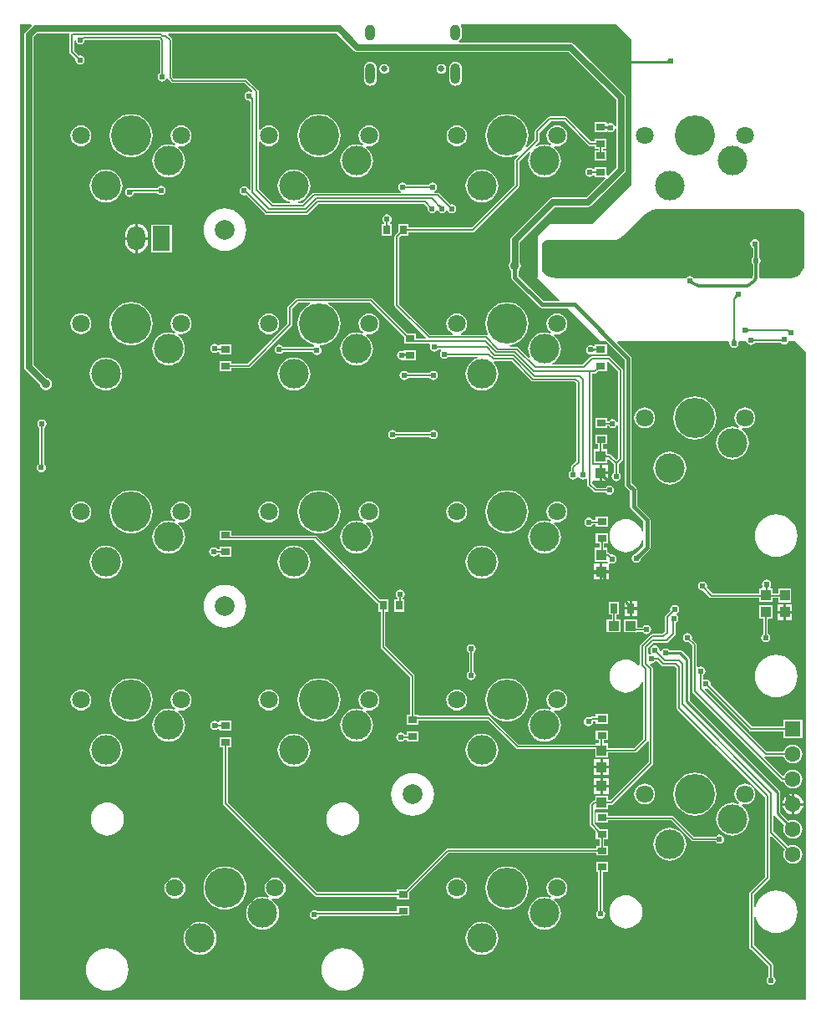
<source format=gtl>
G04*
G04 #@! TF.GenerationSoftware,Altium Limited,Altium Designer,20.1.8 (145)*
G04*
G04 Layer_Physical_Order=1*
G04 Layer_Color=255*
%FSLAX25Y25*%
%MOIN*%
G70*
G04*
G04 #@! TF.SameCoordinates,F81AAEC3-6A38-4882-98ED-ECA9077A9C2D*
G04*
G04*
G04 #@! TF.FilePolarity,Positive*
G04*
G01*
G75*
%ADD11C,0.00600*%
%ADD14C,0.01000*%
%ADD17R,0.03937X0.04331*%
%ADD18R,0.04331X0.03937*%
%ADD19R,0.03543X0.02756*%
%ADD20R,0.02756X0.03543*%
%ADD21R,0.02756X0.03937*%
%ADD40C,0.05000*%
%ADD41C,0.01200*%
%ADD42C,0.01100*%
%ADD43C,0.01500*%
%ADD44C,0.02500*%
%ADD45C,0.02000*%
%ADD46R,0.26600X0.19900*%
%ADD47C,0.07087*%
%ADD48C,0.11811*%
%ADD49C,0.16000*%
%ADD50R,0.07087X0.09843*%
%ADD51O,0.07087X0.09843*%
%ADD52O,0.03937X0.06299*%
%ADD53O,0.03937X0.08268*%
%ADD54C,0.02598*%
%ADD55C,0.06299*%
%ADD56C,0.07874*%
%ADD57R,0.06299X0.06299*%
%ADD58C,0.02400*%
%ADD59C,0.03600*%
G36*
X97364Y455088D02*
X97069Y454769D01*
X96731Y455366D01*
X96739Y455362D01*
X96749Y455362D01*
X96763Y455366D01*
X96780Y455375D01*
X96799Y455387D01*
X96821Y455404D01*
X96874Y455450D01*
X96939Y455512D01*
X97364Y455088D01*
D02*
G37*
G36*
X330837Y444900D02*
X330759Y444947D01*
X330676Y444990D01*
X330589Y445027D01*
X330497Y445060D01*
X330400Y445087D01*
X330298Y445110D01*
X330192Y445127D01*
X329964Y445148D01*
X329843Y445150D01*
X329606Y446150D01*
X329729Y446154D01*
X329843Y446166D01*
X329951Y446185D01*
X330050Y446213D01*
X330142Y446248D01*
X330226Y446291D01*
X330303Y446343D01*
X330372Y446402D01*
X330433Y446468D01*
X330487Y446543D01*
X330837Y444900D01*
D02*
G37*
G36*
X164570Y431968D02*
X164574Y431850D01*
X164585Y431736D01*
X164606Y431628D01*
X164635Y431524D01*
X164673Y431426D01*
X164720Y431332D01*
X164775Y431242D01*
X164839Y431158D01*
X164912Y431078D01*
X164488Y430654D01*
X164408Y430727D01*
X164324Y430791D01*
X164235Y430847D01*
X164141Y430893D01*
X164042Y430931D01*
X163938Y430960D01*
X163830Y430981D01*
X163716Y430993D01*
X163599Y430996D01*
X163476Y430990D01*
X164576Y432090D01*
X164570Y431968D01*
D02*
G37*
G36*
X76542Y460109D02*
X74166Y457734D01*
X73757Y457122D01*
X73614Y456400D01*
Y324100D01*
X73757Y323378D01*
X74166Y322766D01*
X79262Y317671D01*
X79275Y317639D01*
X79914Y316992D01*
X80039Y316364D01*
X80570Y315570D01*
X81364Y315039D01*
X82300Y314853D01*
X83236Y315039D01*
X84030Y315570D01*
X84561Y316364D01*
X84747Y317300D01*
X84561Y318236D01*
X84030Y319030D01*
X83236Y319561D01*
X82613Y319685D01*
X81959Y320327D01*
X81928Y320339D01*
X77386Y324881D01*
Y455619D01*
X78981Y457214D01*
X91441D01*
X91762Y456614D01*
X91752Y456600D01*
X91682Y456249D01*
Y449600D01*
X91752Y449249D01*
X91951Y448951D01*
X94054Y446848D01*
X93965Y446400D01*
X94104Y445698D01*
X94502Y445102D01*
X95098Y444704D01*
X95800Y444565D01*
X96502Y444704D01*
X97098Y445102D01*
X97496Y445698D01*
X97635Y446400D01*
X97496Y447102D01*
X97098Y447698D01*
X96502Y448096D01*
X95800Y448235D01*
X95352Y448146D01*
X93518Y449980D01*
Y454175D01*
X94118Y454234D01*
X94204Y453798D01*
X94602Y453202D01*
X95198Y452804D01*
X95900Y452665D01*
X96602Y452804D01*
X97198Y453202D01*
X97596Y453798D01*
X97712Y454382D01*
X127420D01*
X127782Y454020D01*
Y441152D01*
X127402Y440898D01*
X127004Y440302D01*
X126865Y439600D01*
X127004Y438898D01*
X127402Y438302D01*
X127998Y437904D01*
X128700Y437765D01*
X129402Y437904D01*
X129998Y438302D01*
X130391Y438891D01*
X130606Y438951D01*
X131018Y438951D01*
X131151Y438751D01*
X132351Y437551D01*
X132649Y437352D01*
X133000Y437282D01*
X161620D01*
X164735Y434167D01*
X164353Y433701D01*
X164082Y433882D01*
X163380Y434022D01*
X162678Y433882D01*
X162082Y433484D01*
X161684Y432889D01*
X161545Y432186D01*
X161684Y431484D01*
X162082Y430889D01*
X162678Y430491D01*
X163380Y430351D01*
X163642Y430078D01*
X163661Y430048D01*
X163782Y429817D01*
Y394625D01*
X163182Y394566D01*
X163096Y395002D01*
X162698Y395598D01*
X162102Y395996D01*
X161400Y396135D01*
X160698Y395996D01*
X160102Y395598D01*
X159704Y395002D01*
X159565Y394300D01*
X159704Y393598D01*
X160102Y393002D01*
X160698Y392604D01*
X161400Y392465D01*
X162102Y392604D01*
X162160Y392643D01*
X169751Y385051D01*
X170049Y384852D01*
X170400Y384782D01*
X186300D01*
X186651Y384852D01*
X186949Y385051D01*
X191080Y389182D01*
X233120D01*
X234654Y387648D01*
X234565Y387200D01*
X234704Y386498D01*
X235102Y385902D01*
X235698Y385504D01*
X236400Y385365D01*
X237102Y385504D01*
X237698Y385902D01*
X238093Y386494D01*
X238111Y386498D01*
X238689D01*
X238707Y386494D01*
X239102Y385902D01*
X239698Y385504D01*
X240400Y385365D01*
X241102Y385504D01*
X241698Y385902D01*
X241933Y386255D01*
X242059Y386286D01*
X242610Y386240D01*
X242902Y385802D01*
X243498Y385404D01*
X244200Y385265D01*
X244902Y385404D01*
X245498Y385802D01*
X245896Y386398D01*
X246035Y387100D01*
X245896Y387802D01*
X245498Y388398D01*
X244902Y388796D01*
X244200Y388935D01*
X243752Y388846D01*
X239349Y393249D01*
X239051Y393448D01*
X238700Y393518D01*
X237322D01*
X237211Y394064D01*
X237222Y394118D01*
X237798Y394502D01*
X238196Y395098D01*
X238335Y395800D01*
X238196Y396502D01*
X237798Y397098D01*
X237202Y397496D01*
X236500Y397635D01*
X235798Y397496D01*
X235202Y397098D01*
X234948Y396718D01*
X226252D01*
X225998Y397098D01*
X225402Y397496D01*
X224700Y397635D01*
X223998Y397496D01*
X223402Y397098D01*
X223004Y396502D01*
X222865Y395800D01*
X223004Y395098D01*
X223402Y394502D01*
X223978Y394118D01*
X223989Y394064D01*
X223878Y393518D01*
X189100D01*
X188749Y393448D01*
X188451Y393249D01*
X184520Y389318D01*
X182885D01*
X182796Y389918D01*
X183739Y390204D01*
X184869Y390808D01*
X185860Y391621D01*
X186673Y392611D01*
X187277Y393741D01*
X187649Y394968D01*
X187774Y396243D01*
X187649Y397518D01*
X187277Y398745D01*
X186673Y399875D01*
X185860Y400866D01*
X184869Y401679D01*
X183739Y402282D01*
X182513Y402655D01*
X181237Y402780D01*
X179962Y402655D01*
X178736Y402282D01*
X177605Y401679D01*
X176615Y400866D01*
X175802Y399875D01*
X175198Y398745D01*
X174826Y397518D01*
X174700Y396243D01*
X174826Y394968D01*
X175198Y393741D01*
X175802Y392611D01*
X176615Y391621D01*
X177605Y390808D01*
X178736Y390204D01*
X179679Y389918D01*
X179590Y389318D01*
X172880D01*
X167218Y394980D01*
Y413690D01*
X167818Y413894D01*
X168282Y413288D01*
X169148Y412624D01*
X170156Y412207D01*
X171237Y412064D01*
X172319Y412207D01*
X173327Y412624D01*
X174192Y413288D01*
X174856Y414154D01*
X175274Y415162D01*
X175416Y416243D01*
X175274Y417325D01*
X174856Y418333D01*
X174192Y419198D01*
X173327Y419862D01*
X172319Y420280D01*
X171237Y420422D01*
X170156Y420280D01*
X169148Y419862D01*
X168282Y419198D01*
X167818Y418593D01*
X167218Y418796D01*
Y433900D01*
X167148Y434251D01*
X166949Y434549D01*
X162649Y438849D01*
X162351Y439048D01*
X162000Y439118D01*
X133380D01*
X132718Y439780D01*
Y454400D01*
X132648Y454751D01*
X132449Y455049D01*
X130884Y456614D01*
X131132Y457214D01*
X198319D01*
X205366Y450166D01*
X205978Y449757D01*
X206700Y449614D01*
X290919D01*
X309914Y430619D01*
Y420031D01*
X309314Y419972D01*
X309263Y420229D01*
X308865Y420824D01*
X308269Y421222D01*
X307567Y421362D01*
X306865Y421222D01*
X306572Y421026D01*
X305972Y421338D01*
Y421678D01*
X301228D01*
Y417722D01*
X305972D01*
Y417722D01*
X306572Y418027D01*
X306865Y417831D01*
X307567Y417692D01*
X308269Y417831D01*
X308865Y418229D01*
X309263Y418824D01*
X309314Y419081D01*
X309914Y419022D01*
Y403581D01*
X306672Y400339D01*
X306072Y400588D01*
Y403778D01*
X301328D01*
Y403115D01*
X300728Y402933D01*
X300678Y403008D01*
X300083Y403406D01*
X299381Y403546D01*
X298678Y403406D01*
X298083Y403008D01*
X297685Y402413D01*
X297546Y401710D01*
X297685Y401008D01*
X298083Y400413D01*
X298678Y400015D01*
X299381Y399875D01*
X300083Y400015D01*
X300678Y400413D01*
X300728Y400487D01*
X301328Y400305D01*
Y399822D01*
X305306D01*
X305555Y399222D01*
X297919Y391586D01*
X284600D01*
X283878Y391443D01*
X283266Y391034D01*
X268166Y375934D01*
X267757Y375322D01*
X267614Y374600D01*
Y367037D01*
X267602Y367015D01*
X267610Y366992D01*
X267601Y366970D01*
X267595Y366285D01*
X267588Y366108D01*
X267139Y365436D01*
X266953Y364500D01*
X267139Y363564D01*
X267670Y362770D01*
X268023Y362533D01*
Y359700D01*
X268128Y359173D01*
X268427Y358727D01*
X279227Y347927D01*
X279227Y347927D01*
X279673Y347628D01*
X280200Y347523D01*
X280200Y347523D01*
X290577D01*
X303700Y334400D01*
X305753D01*
X313224Y326930D01*
Y277200D01*
X313328Y276673D01*
X313627Y276227D01*
X315423Y274430D01*
Y268300D01*
X315528Y267773D01*
X315827Y267327D01*
X320724Y262430D01*
Y258513D01*
X320124Y258424D01*
X319864Y259281D01*
X319251Y260427D01*
X318426Y261432D01*
X317421Y262257D01*
X316275Y262870D01*
X315031Y263247D01*
X313737Y263375D01*
X312443Y263247D01*
X311199Y262870D01*
X310052Y262257D01*
X309047Y261432D01*
X308222Y260427D01*
X307610Y259281D01*
X307232Y258037D01*
X307105Y256743D01*
X307232Y255449D01*
X307610Y254205D01*
X308222Y253058D01*
X309047Y252053D01*
X310052Y251228D01*
X311199Y250616D01*
X312443Y250238D01*
X313737Y250111D01*
X315031Y250238D01*
X316275Y250616D01*
X317421Y251228D01*
X318426Y252053D01*
X319251Y253058D01*
X319864Y254205D01*
X320124Y255061D01*
X320724Y254972D01*
Y252570D01*
X318145Y249991D01*
X318092Y249971D01*
X317837Y249727D01*
X317724Y249630D01*
X317693Y249607D01*
X317678Y249597D01*
X317664Y249588D01*
X317198Y249496D01*
X316602Y249098D01*
X316204Y248502D01*
X316065Y247800D01*
X316204Y247098D01*
X316602Y246502D01*
X317198Y246104D01*
X317900Y245965D01*
X318602Y246104D01*
X319198Y246502D01*
X319596Y247098D01*
X319688Y247564D01*
X319695Y247576D01*
X319982Y247901D01*
X320064Y247985D01*
X320086Y248040D01*
X323073Y251027D01*
X323073Y251027D01*
X323372Y251473D01*
X323477Y252000D01*
X323477Y252000D01*
Y263000D01*
X323372Y263527D01*
X323073Y263973D01*
X318177Y268870D01*
Y275000D01*
X318072Y275527D01*
X317773Y275973D01*
X315977Y277770D01*
Y327500D01*
X315872Y328027D01*
X315573Y328473D01*
X310201Y333846D01*
X310431Y334400D01*
X354570D01*
X355024Y333800D01*
X354965Y333500D01*
X355104Y332798D01*
X355502Y332202D01*
X356098Y331804D01*
X356800Y331665D01*
X357502Y331804D01*
X358098Y332202D01*
X358496Y332798D01*
X358635Y333500D01*
X358576Y333800D01*
X359030Y334400D01*
X361704D01*
X361804Y333898D01*
X362202Y333302D01*
X362798Y332904D01*
X363500Y332765D01*
X364202Y332904D01*
X364798Y333302D01*
X365152Y333832D01*
X375549D01*
X375702Y333602D01*
X376298Y333204D01*
X377000Y333065D01*
X377702Y333204D01*
X378298Y333602D01*
X378696Y334198D01*
X378736Y334400D01*
X381400D01*
X385701Y330099D01*
Y71779D01*
X71779D01*
Y460709D01*
X76293D01*
X76542Y460109D01*
D02*
G37*
G36*
X306710Y418687D02*
X306605Y418789D01*
X306396Y418962D01*
X306292Y419032D01*
X306189Y419092D01*
X306087Y419140D01*
X305986Y419178D01*
X305885Y419205D01*
X305795Y419220D01*
X305739Y419215D01*
X305647Y419200D01*
X305568Y419179D01*
X305501Y419152D01*
X305446Y419119D01*
X305403Y419080D01*
X305372Y419035D01*
X305354Y418984D01*
X305348Y418927D01*
Y420127D01*
X305354Y420070D01*
X305372Y420019D01*
X305403Y419974D01*
X305446Y419935D01*
X305501Y419902D01*
X305568Y419875D01*
X305647Y419854D01*
X305739Y419839D01*
X305795Y419834D01*
X305885Y419848D01*
X305986Y419875D01*
X306087Y419913D01*
X306189Y419962D01*
X306292Y420021D01*
X306396Y420091D01*
X306500Y420172D01*
X306605Y420264D01*
X306710Y420367D01*
Y418687D01*
D02*
G37*
G36*
X301952Y401200D02*
X301946Y401257D01*
X301928Y401308D01*
X301897Y401353D01*
X301854Y401392D01*
X301799Y401425D01*
X301732Y401452D01*
X301653Y401473D01*
X301561Y401488D01*
X301457Y401497D01*
X301340Y401500D01*
Y402100D01*
X301457Y402103D01*
X301561Y402112D01*
X301653Y402127D01*
X301732Y402148D01*
X301799Y402175D01*
X301854Y402208D01*
X301897Y402247D01*
X301928Y402292D01*
X301946Y402343D01*
X301952Y402400D01*
Y401200D01*
D02*
G37*
G36*
X239356Y388676D02*
X239438Y388617D01*
X239528Y388565D01*
X239627Y388520D01*
X239733Y388482D01*
X239848Y388451D01*
X239971Y388428D01*
X240102Y388411D01*
X240241Y388402D01*
X240388Y388400D01*
X239200Y387212D01*
X239198Y387359D01*
X239172Y387629D01*
X239149Y387752D01*
X239118Y387867D01*
X239080Y387973D01*
X239035Y388072D01*
X238983Y388162D01*
X238924Y388244D01*
X238857Y388319D01*
X239281Y388743D01*
X239356Y388676D01*
D02*
G37*
G36*
X383106Y386877D02*
X383690Y386635D01*
X383951Y386460D01*
X384396Y386103D01*
X384439Y386060D01*
X384702Y385764D01*
X384944Y385377D01*
X384954Y385352D01*
X385000Y385119D01*
Y365304D01*
Y364733D01*
X384777Y363611D01*
X384339Y362555D01*
X383704Y361604D01*
X383300Y361200D01*
X382872Y360772D01*
X381865Y360099D01*
X380747Y359636D01*
X379560Y359400D01*
X367367D01*
X366841Y360000D01*
X366946Y360797D01*
X366923D01*
Y365053D01*
X366998Y365102D01*
X367396Y365698D01*
X367535Y366400D01*
X367396Y367102D01*
X366998Y367698D01*
X366923Y367747D01*
Y371993D01*
X366925D01*
X366865Y372451D01*
X366896Y372498D01*
X367035Y373200D01*
X366896Y373902D01*
X366498Y374498D01*
X365902Y374896D01*
X365200Y375035D01*
X364498Y374896D01*
X363902Y374498D01*
X363504Y373902D01*
X363365Y373200D01*
X363504Y372498D01*
X363902Y371902D01*
X364476Y371519D01*
Y367747D01*
X364402Y367698D01*
X364004Y367102D01*
X363865Y366400D01*
X364004Y365698D01*
X364402Y365102D01*
X364476Y365053D01*
Y360797D01*
X364475D01*
X364377Y360054D01*
X364106Y359400D01*
X340935D01*
X340668Y359801D01*
X340072Y360199D01*
X339370Y360338D01*
X338668Y360199D01*
X338072Y359801D01*
X337804Y359400D01*
X286126D01*
X284213Y359781D01*
X282411Y360527D01*
X280790Y361610D01*
X280100Y362300D01*
Y372761D01*
X280166Y373091D01*
X280294Y373401D01*
X280481Y373681D01*
X280600Y373800D01*
X280790Y373990D01*
X281238Y374289D01*
X281735Y374495D01*
X282262Y374600D01*
X308396D01*
X308965Y374628D01*
X310081Y374850D01*
X311132Y375285D01*
X312078Y375918D01*
X312500Y376300D01*
X320271Y384071D01*
X320271Y384071D01*
Y384071D01*
X320968Y384768D01*
X322605Y385862D01*
X324425Y386616D01*
X326357Y387000D01*
X382486D01*
X383106Y386877D01*
D02*
G37*
G36*
X270750Y366771D02*
X270729Y365714D01*
X268213Y365854D01*
X268220Y365870D01*
X268227Y365908D01*
X268232Y365967D01*
X268244Y366269D01*
X268250Y366965D01*
X270750Y366771D01*
D02*
G37*
G36*
X340577Y358449D02*
X340594Y358372D01*
X340622Y358296D01*
X340661Y358221D01*
X340711Y358147D01*
X340771Y358075D01*
X340842Y358003D01*
X340924Y357933D01*
X341016Y357864D01*
X341119Y357796D01*
X340274Y356914D01*
X340159Y356990D01*
X339853Y357169D01*
X339764Y357212D01*
X339606Y357274D01*
X339537Y357292D01*
X339475Y357302D01*
X339418Y357304D01*
X340570Y358528D01*
X340577Y358449D01*
D02*
G37*
G36*
X358518Y351724D02*
X358371Y351724D01*
X358233Y351716D01*
X358103Y351701D01*
X357980Y351679D01*
X357866Y351649D01*
X357759Y351612D01*
X357661Y351567D01*
X357570Y351515D01*
X357488Y351456D01*
X357413Y351389D01*
X356995Y351819D01*
X357061Y351893D01*
X357121Y351975D01*
X357173Y352065D01*
X357219Y352164D01*
X357257Y352271D01*
X357289Y352386D01*
X357314Y352509D01*
X357331Y352640D01*
X357342Y352780D01*
X357346Y352928D01*
X358518Y351724D01*
D02*
G37*
G36*
X316000Y454800D02*
Y396600D01*
X300300Y380900D01*
X283400D01*
X278500Y376000D01*
Y359800D01*
X278400Y359700D01*
X287269Y350831D01*
X287040Y350276D01*
X280770D01*
X270777Y360270D01*
Y362533D01*
X271130Y362770D01*
X271661Y363564D01*
X271847Y364500D01*
X271661Y365436D01*
X271386Y365847D01*
Y366085D01*
X271399Y366758D01*
X271386Y366791D01*
Y373819D01*
X285381Y387814D01*
X298700D01*
X299422Y387957D01*
X300034Y388366D01*
X313134Y401466D01*
X313543Y402078D01*
X313686Y402800D01*
Y431400D01*
X313543Y432122D01*
X313134Y432734D01*
X293034Y452834D01*
X292422Y453243D01*
X291700Y453386D01*
X247157D01*
X247020Y453940D01*
X247025Y453986D01*
X247548Y454387D01*
X247959Y454924D01*
X248218Y455548D01*
X248306Y456219D01*
Y458581D01*
X248218Y459252D01*
X247959Y459876D01*
X247781Y460109D01*
X248077Y460709D01*
X310091D01*
X316000Y454800D01*
D02*
G37*
G36*
X378519Y338907D02*
X378575Y338860D01*
X378629Y338822D01*
X378682Y338790D01*
X378732Y338768D01*
X378782Y338752D01*
X378829Y338745D01*
X378874Y338746D01*
X378918Y338755D01*
X378960Y338772D01*
X378331Y337972D01*
X378338Y338017D01*
X378336Y338065D01*
X378326Y338115D01*
X378309Y338168D01*
X378283Y338223D01*
X378250Y338281D01*
X378208Y338342D01*
X378159Y338404D01*
X378102Y338470D01*
X378036Y338538D01*
X378461Y338962D01*
X378519Y338907D01*
D02*
G37*
G36*
X362132Y339475D02*
X362350Y339307D01*
X362457Y339239D01*
X362563Y339181D01*
X362667Y339134D01*
X362769Y339097D01*
X362870Y339071D01*
X362970Y339055D01*
X363068Y339050D01*
X363094Y338450D01*
X362993Y338444D01*
X362893Y338428D01*
X362792Y338400D01*
X362692Y338361D01*
X362591Y338312D01*
X362491Y338251D01*
X362391Y338179D01*
X362291Y338096D01*
X362191Y338002D01*
X362091Y337896D01*
X362021Y339575D01*
X362132Y339475D01*
D02*
G37*
G36*
X357105Y335282D02*
X357122Y335182D01*
X357149Y335082D01*
X357186Y334980D01*
X357235Y334878D01*
X357294Y334775D01*
X357365Y334671D01*
X357446Y334567D01*
X357537Y334462D01*
X357640Y334357D01*
X355960D01*
X356063Y334462D01*
X356235Y334671D01*
X356306Y334775D01*
X356365Y334878D01*
X356414Y334980D01*
X356451Y335082D01*
X356478Y335182D01*
X356495Y335282D01*
X356500Y335382D01*
X357100D01*
X357105Y335282D01*
D02*
G37*
G36*
X82282Y319100D02*
X80500Y317318D01*
X80493Y317328D01*
X80470Y317354D01*
X79737Y318096D01*
X81504Y319863D01*
X82282Y319100D01*
D02*
G37*
G36*
X319602Y248441D02*
X319506Y248344D01*
X319180Y247973D01*
X319145Y247921D01*
X319120Y247878D01*
X319105Y247841D01*
X319100Y247812D01*
X317912Y249000D01*
X317941Y249005D01*
X317977Y249020D01*
X318021Y249045D01*
X318073Y249080D01*
X318132Y249125D01*
X318273Y249245D01*
X318541Y249502D01*
X319602Y248441D01*
D02*
G37*
%LPC*%
G36*
X240086Y444848D02*
X239345Y444701D01*
X238717Y444281D01*
X238297Y443653D01*
X238149Y442912D01*
X238297Y442171D01*
X238717Y441543D01*
X239345Y441123D01*
X240086Y440975D01*
X240827Y441123D01*
X241455Y441543D01*
X241875Y442171D01*
X242022Y442912D01*
X241875Y443653D01*
X241455Y444281D01*
X240827Y444701D01*
X240086Y444848D01*
D02*
G37*
G36*
X217330D02*
X216589Y444701D01*
X215961Y444281D01*
X215541Y443653D01*
X215393Y442912D01*
X215541Y442171D01*
X215961Y441543D01*
X216589Y441123D01*
X217330Y440975D01*
X218071Y441123D01*
X218699Y441543D01*
X219119Y442171D01*
X219266Y442912D01*
X219119Y443653D01*
X218699Y444281D01*
X218071Y444701D01*
X217330Y444848D01*
D02*
G37*
G36*
X245716Y445699D02*
X245045Y445611D01*
X244420Y445352D01*
X243884Y444941D01*
X243472Y444404D01*
X243213Y443779D01*
X243125Y443109D01*
Y438778D01*
X243213Y438107D01*
X243472Y437483D01*
X243884Y436946D01*
X244420Y436534D01*
X245045Y436276D01*
X245716Y436187D01*
X246386Y436276D01*
X247011Y436534D01*
X247548Y436946D01*
X247959Y437483D01*
X248218Y438107D01*
X248306Y438778D01*
Y443109D01*
X248218Y443779D01*
X247959Y444404D01*
X247548Y444941D01*
X247011Y445352D01*
X246386Y445611D01*
X245716Y445699D01*
D02*
G37*
G36*
X211700D02*
X211030Y445611D01*
X210405Y445352D01*
X209868Y444941D01*
X209456Y444404D01*
X209198Y443779D01*
X209109Y443109D01*
Y438778D01*
X209198Y438107D01*
X209456Y437483D01*
X209868Y436946D01*
X210405Y436534D01*
X211030Y436276D01*
X211700Y436187D01*
X212370Y436276D01*
X212995Y436534D01*
X213532Y436946D01*
X213944Y437483D01*
X214202Y438107D01*
X214291Y438778D01*
Y443109D01*
X214202Y443779D01*
X213944Y444404D01*
X213532Y444941D01*
X212995Y445352D01*
X212370Y445611D01*
X211700Y445699D01*
D02*
G37*
G36*
X136238Y420422D02*
X135156Y420280D01*
X134149Y419862D01*
X133283Y419198D01*
X132619Y418333D01*
X132201Y417325D01*
X132059Y416243D01*
X132201Y415162D01*
X132619Y414154D01*
X133283Y413288D01*
X133800Y412891D01*
X133522Y412349D01*
X132513Y412654D01*
X131238Y412780D01*
X129963Y412654D01*
X128736Y412283D01*
X127606Y411678D01*
X126616Y410865D01*
X125803Y409875D01*
X125199Y408745D01*
X124827Y407518D01*
X124701Y406243D01*
X124827Y404968D01*
X125199Y403742D01*
X125803Y402611D01*
X126616Y401621D01*
X127606Y400808D01*
X128736Y400204D01*
X129963Y399832D01*
X131238Y399706D01*
X132513Y399832D01*
X133740Y400204D01*
X134870Y400808D01*
X135860Y401621D01*
X136673Y402611D01*
X137277Y403742D01*
X137649Y404968D01*
X137775Y406243D01*
X137649Y407518D01*
X137277Y408745D01*
X136673Y409875D01*
X135860Y410865D01*
X134870Y411678D01*
X135149Y412210D01*
X135156Y412207D01*
X136238Y412064D01*
X137320Y412207D01*
X138328Y412624D01*
X139193Y413288D01*
X139857Y414154D01*
X140275Y415162D01*
X140417Y416243D01*
X140275Y417325D01*
X139857Y418333D01*
X139193Y419198D01*
X138328Y419862D01*
X137320Y420280D01*
X136238Y420422D01*
D02*
G37*
G36*
X211237D02*
X210156Y420280D01*
X209148Y419862D01*
X208282Y419198D01*
X207618Y418333D01*
X207201Y417325D01*
X207058Y416243D01*
X207201Y415162D01*
X207618Y414154D01*
X208282Y413288D01*
X208800Y412891D01*
X208521Y412349D01*
X207513Y412654D01*
X206237Y412780D01*
X204962Y412654D01*
X203736Y412283D01*
X202606Y411678D01*
X201615Y410865D01*
X200802Y409875D01*
X200198Y408745D01*
X199826Y407518D01*
X199700Y406243D01*
X199826Y404968D01*
X200198Y403742D01*
X200802Y402611D01*
X201615Y401621D01*
X202606Y400808D01*
X203736Y400204D01*
X204962Y399832D01*
X206237Y399706D01*
X207513Y399832D01*
X208739Y400204D01*
X209869Y400808D01*
X210860Y401621D01*
X211673Y402611D01*
X212277Y403742D01*
X212649Y404968D01*
X212774Y406243D01*
X212649Y407518D01*
X212277Y408745D01*
X211673Y409875D01*
X210860Y410865D01*
X209869Y411678D01*
X210148Y412210D01*
X210156Y412207D01*
X211237Y412064D01*
X212319Y412207D01*
X213327Y412624D01*
X214192Y413288D01*
X214856Y414154D01*
X215274Y415162D01*
X215416Y416243D01*
X215274Y417325D01*
X214856Y418333D01*
X214192Y419198D01*
X213327Y419862D01*
X212319Y420280D01*
X211237Y420422D01*
D02*
G37*
G36*
X246237D02*
X245156Y420280D01*
X244148Y419862D01*
X243282Y419198D01*
X242618Y418333D01*
X242201Y417325D01*
X242058Y416243D01*
X242201Y415162D01*
X242618Y414154D01*
X243282Y413288D01*
X244148Y412624D01*
X245156Y412207D01*
X246237Y412064D01*
X247319Y412207D01*
X248327Y412624D01*
X249192Y413288D01*
X249856Y414154D01*
X250274Y415162D01*
X250416Y416243D01*
X250274Y417325D01*
X249856Y418333D01*
X249192Y419198D01*
X248327Y419862D01*
X247319Y420280D01*
X246237Y420422D01*
D02*
G37*
G36*
X96238D02*
X95156Y420280D01*
X94148Y419862D01*
X93283Y419198D01*
X92619Y418333D01*
X92201Y417325D01*
X92059Y416243D01*
X92201Y415162D01*
X92619Y414154D01*
X93283Y413288D01*
X94148Y412624D01*
X95156Y412207D01*
X96238Y412064D01*
X97320Y412207D01*
X98328Y412624D01*
X99193Y413288D01*
X99857Y414154D01*
X100275Y415162D01*
X100417Y416243D01*
X100275Y417325D01*
X99857Y418333D01*
X99193Y419198D01*
X98328Y419862D01*
X97320Y420280D01*
X96238Y420422D01*
D02*
G37*
G36*
X191237Y424885D02*
X189551Y424719D01*
X187930Y424227D01*
X186436Y423428D01*
X185127Y422354D01*
X184052Y421044D01*
X183253Y419550D01*
X182762Y417929D01*
X182596Y416243D01*
X182762Y414557D01*
X183253Y412936D01*
X184052Y411442D01*
X185127Y410133D01*
X186436Y409058D01*
X187930Y408259D01*
X189551Y407768D01*
X191237Y407601D01*
X192923Y407768D01*
X194544Y408259D01*
X196038Y409058D01*
X197348Y410133D01*
X198423Y411442D01*
X199221Y412936D01*
X199713Y414557D01*
X199879Y416243D01*
X199713Y417929D01*
X199221Y419550D01*
X198423Y421044D01*
X197348Y422354D01*
X196038Y423428D01*
X194544Y424227D01*
X192923Y424719D01*
X191237Y424885D01*
D02*
G37*
G36*
X116238D02*
X114552Y424719D01*
X112931Y424227D01*
X111437Y423428D01*
X110127Y422354D01*
X109053Y421044D01*
X108254Y419550D01*
X107763Y417929D01*
X107596Y416243D01*
X107763Y414557D01*
X108254Y412936D01*
X109053Y411442D01*
X110127Y410133D01*
X111437Y409058D01*
X112931Y408259D01*
X114552Y407768D01*
X116238Y407601D01*
X117924Y407768D01*
X119545Y408259D01*
X121039Y409058D01*
X122349Y410133D01*
X123423Y411442D01*
X124222Y412936D01*
X124714Y414557D01*
X124880Y416243D01*
X124714Y417929D01*
X124222Y419550D01*
X123423Y421044D01*
X122349Y422354D01*
X121039Y423428D01*
X119545Y424227D01*
X117924Y424719D01*
X116238Y424885D01*
D02*
G37*
G36*
X266237D02*
X264551Y424719D01*
X262930Y424227D01*
X261436Y423428D01*
X260127Y422354D01*
X259052Y421044D01*
X258254Y419550D01*
X257762Y417929D01*
X257596Y416243D01*
X257762Y414557D01*
X258254Y412936D01*
X259052Y411442D01*
X260127Y410133D01*
X261436Y409058D01*
X262930Y408259D01*
X264551Y407768D01*
X266237Y407601D01*
X267923Y407768D01*
X269544Y408259D01*
X270551Y408798D01*
X270913Y408311D01*
X269551Y406949D01*
X269352Y406651D01*
X269282Y406300D01*
Y396780D01*
X252120Y379618D01*
X226954D01*
X226883Y379649D01*
X226878Y379649D01*
Y381072D01*
X222922D01*
Y378020D01*
X221651Y376749D01*
X221452Y376451D01*
X221382Y376100D01*
Y348700D01*
X221452Y348349D01*
X221651Y348051D01*
X233830Y335872D01*
X233601Y335318D01*
X230047D01*
X229977Y335349D01*
X229972Y335349D01*
Y337378D01*
X226526D01*
X212655Y351249D01*
X212357Y351448D01*
X212006Y351518D01*
X182500D01*
X182149Y351448D01*
X181851Y351249D01*
X178951Y348349D01*
X178752Y348051D01*
X178682Y347700D01*
Y341280D01*
X162820Y325418D01*
X156347D01*
X156276Y325449D01*
X156272Y325449D01*
Y326478D01*
X151528D01*
Y322522D01*
X156272D01*
Y323551D01*
X156276Y323551D01*
X156347Y323582D01*
X163200D01*
X163551Y323652D01*
X163849Y323851D01*
X180249Y340251D01*
X180448Y340549D01*
X180518Y340900D01*
Y347320D01*
X182880Y349682D01*
X187510D01*
X187660Y349082D01*
X186436Y348428D01*
X185127Y347354D01*
X184052Y346044D01*
X183254Y344550D01*
X182762Y342929D01*
X182596Y341243D01*
X182762Y339557D01*
X183254Y337936D01*
X184052Y336442D01*
X185127Y335133D01*
X186436Y334058D01*
X187930Y333259D01*
X189063Y332916D01*
X189280Y332235D01*
X189123Y332018D01*
X176952D01*
X176698Y332398D01*
X176102Y332796D01*
X175400Y332935D01*
X174698Y332796D01*
X174102Y332398D01*
X173704Y331802D01*
X173565Y331100D01*
X173704Y330398D01*
X174102Y329802D01*
X174698Y329404D01*
X175400Y329265D01*
X176102Y329404D01*
X176698Y329802D01*
X176952Y330182D01*
X188648D01*
X188704Y329898D01*
X189102Y329302D01*
X189698Y328904D01*
X190400Y328765D01*
X191102Y328904D01*
X191698Y329302D01*
X192096Y329898D01*
X192235Y330600D01*
X192096Y331302D01*
X191698Y331898D01*
X191507Y332025D01*
X191662Y332643D01*
X192923Y332768D01*
X194544Y333259D01*
X196038Y334058D01*
X197348Y335133D01*
X198423Y336442D01*
X199221Y337936D01*
X199713Y339557D01*
X199879Y341243D01*
X199713Y342929D01*
X199221Y344550D01*
X198423Y346044D01*
X197348Y347354D01*
X196038Y348428D01*
X194815Y349082D01*
X194965Y349682D01*
X211626D01*
X225228Y336080D01*
Y333422D01*
X229207D01*
X229219Y333414D01*
X229267Y333422D01*
X229274D01*
X229368Y333385D01*
X229455Y333422D01*
X229566Y333422D01*
X229575Y333421D01*
X229972Y333422D01*
X230560Y333482D01*
X235404D01*
X235725Y332882D01*
X235604Y332702D01*
X235465Y332000D01*
X235604Y331298D01*
X236002Y330702D01*
X236598Y330304D01*
X237300Y330165D01*
X238002Y330304D01*
X238598Y330702D01*
X238852Y331082D01*
X239797D01*
X239974Y330578D01*
X239992Y330482D01*
X239604Y329902D01*
X239465Y329200D01*
X239604Y328498D01*
X240002Y327902D01*
X240598Y327504D01*
X241300Y327365D01*
X242002Y327504D01*
X242598Y327902D01*
X242785Y328182D01*
X254635D01*
X254724Y327582D01*
X253736Y327283D01*
X252606Y326678D01*
X251615Y325866D01*
X250802Y324875D01*
X250198Y323745D01*
X249826Y322518D01*
X249700Y321243D01*
X249826Y319968D01*
X250198Y318741D01*
X250802Y317611D01*
X251615Y316621D01*
X252606Y315808D01*
X253736Y315204D01*
X254962Y314832D01*
X256237Y314706D01*
X257513Y314832D01*
X258739Y315204D01*
X259869Y315808D01*
X260860Y316621D01*
X261673Y317611D01*
X262277Y318741D01*
X262649Y319968D01*
X262774Y321243D01*
X262649Y322518D01*
X262277Y323745D01*
X261673Y324875D01*
X260928Y325782D01*
X261002Y326098D01*
X261176Y326382D01*
X268120D01*
X275951Y318551D01*
X276249Y318352D01*
X276600Y318282D01*
X293220D01*
X293882Y317620D01*
Y286480D01*
X292051Y284649D01*
X291852Y284351D01*
X291782Y284000D01*
Y282552D01*
X291402Y282298D01*
X291004Y281702D01*
X290865Y281000D01*
X291004Y280298D01*
X291402Y279702D01*
X291998Y279304D01*
X292700Y279165D01*
X293402Y279304D01*
X293998Y279702D01*
X294317Y280180D01*
X294581Y280233D01*
X294719D01*
X294983Y280180D01*
X295302Y279702D01*
X295898Y279304D01*
X296600Y279165D01*
X297302Y279304D01*
X297682Y279558D01*
X298282Y279280D01*
Y277200D01*
X298352Y276849D01*
X298551Y276551D01*
X300851Y274251D01*
X301149Y274052D01*
X301500Y273982D01*
X305548D01*
X305802Y273602D01*
X306398Y273204D01*
X307100Y273065D01*
X307802Y273204D01*
X308398Y273602D01*
X308796Y274198D01*
X308935Y274900D01*
X308796Y275602D01*
X308398Y276198D01*
X307802Y276596D01*
X307100Y276735D01*
X306398Y276596D01*
X305802Y276198D01*
X305548Y275818D01*
X301880D01*
X300118Y277580D01*
Y278480D01*
X300631Y278688D01*
X300718Y278688D01*
X303100D01*
Y281854D01*
Y285019D01*
X300718D01*
X300631Y285019D01*
X300118Y285227D01*
Y321482D01*
X301333D01*
X301684Y321552D01*
X301982Y321751D01*
X302339Y322108D01*
X302409Y322134D01*
X302629Y322338D01*
X302700Y322395D01*
X302734Y322418D01*
X302816Y322385D01*
X302865Y322405D01*
X302917Y322393D01*
X302965Y322422D01*
X306098D01*
Y326055D01*
X306698Y326304D01*
X310682Y322320D01*
Y302322D01*
X310136Y302211D01*
X310082Y302222D01*
X309698Y302798D01*
X309102Y303196D01*
X308400Y303335D01*
X307698Y303196D01*
X307102Y302798D01*
X306848Y302418D01*
X306274D01*
X306203Y302449D01*
X306198Y302449D01*
Y303778D01*
X301455D01*
Y299822D01*
X306198D01*
Y300551D01*
X306203Y300551D01*
X306274Y300582D01*
X306848D01*
X307102Y300202D01*
X307698Y299804D01*
X308400Y299665D01*
X309102Y299804D01*
X309698Y300202D01*
X310082Y300778D01*
X310136Y300789D01*
X310682Y300678D01*
Y287680D01*
X309900Y286898D01*
X307602Y289195D01*
X307305Y289394D01*
X306954Y289464D01*
X306244D01*
X306173Y289496D01*
X306169Y289496D01*
Y291312D01*
X304549D01*
X304549Y291317D01*
X304518Y291388D01*
Y293146D01*
X304549Y293217D01*
X304549Y293222D01*
X306198D01*
Y297178D01*
X301455D01*
Y293222D01*
X302651D01*
X302651Y293217D01*
X302682Y293146D01*
Y291388D01*
X302651Y291317D01*
X302651Y291312D01*
X301031D01*
Y285781D01*
X306169D01*
Y287185D01*
X306768Y287434D01*
X308982Y285220D01*
Y281852D01*
X308602Y281598D01*
X308204Y281002D01*
X308065Y280300D01*
X308204Y279598D01*
X308602Y279002D01*
X309198Y278604D01*
X309900Y278465D01*
X310602Y278604D01*
X311198Y279002D01*
X311596Y279598D01*
X311735Y280300D01*
X311596Y281002D01*
X311198Y281598D01*
X310818Y281852D01*
Y285220D01*
X312249Y286651D01*
X312448Y286949D01*
X312518Y287300D01*
Y322700D01*
X312448Y323051D01*
X312249Y323349D01*
X307449Y328149D01*
X307151Y328348D01*
X306800Y328418D01*
X300300D01*
X299949Y328348D01*
X299651Y328149D01*
X296420Y324918D01*
X284476D01*
X284326Y325518D01*
X284869Y325808D01*
X285860Y326621D01*
X286673Y327611D01*
X287277Y328742D01*
X287649Y329968D01*
X287774Y331243D01*
X287649Y332518D01*
X287277Y333745D01*
X286673Y334875D01*
X285860Y335865D01*
X284869Y336679D01*
X285148Y337210D01*
X285156Y337207D01*
X286237Y337064D01*
X287319Y337207D01*
X288327Y337624D01*
X289192Y338288D01*
X289856Y339154D01*
X290274Y340161D01*
X290416Y341243D01*
X290274Y342325D01*
X289856Y343333D01*
X289192Y344198D01*
X288327Y344862D01*
X287319Y345280D01*
X286237Y345422D01*
X285156Y345280D01*
X284148Y344862D01*
X283282Y344198D01*
X282618Y343333D01*
X282201Y342325D01*
X282058Y341243D01*
X282201Y340161D01*
X282618Y339154D01*
X283282Y338288D01*
X283800Y337891D01*
X283521Y337349D01*
X282513Y337654D01*
X281237Y337780D01*
X279962Y337654D01*
X278736Y337282D01*
X277606Y336679D01*
X276615Y335865D01*
X275802Y334875D01*
X275198Y333745D01*
X274826Y332518D01*
X274700Y331243D01*
X274826Y329968D01*
X275198Y328742D01*
X275535Y328112D01*
X275047Y327750D01*
X270949Y331849D01*
X270651Y332048D01*
X270300Y332118D01*
X267445D01*
X267416Y332718D01*
X267923Y332768D01*
X269544Y333259D01*
X271038Y334058D01*
X272348Y335133D01*
X273423Y336442D01*
X274221Y337936D01*
X274713Y339557D01*
X274879Y341243D01*
X274713Y342929D01*
X274221Y344550D01*
X273423Y346044D01*
X272348Y347354D01*
X271038Y348428D01*
X269544Y349227D01*
X267923Y349719D01*
X266237Y349885D01*
X264551Y349719D01*
X262930Y349227D01*
X261436Y348428D01*
X260127Y347354D01*
X259052Y346044D01*
X258254Y344550D01*
X257762Y342929D01*
X257596Y341243D01*
X257762Y339557D01*
X258254Y337936D01*
X258615Y337261D01*
X258558Y337150D01*
X258191Y336780D01*
X258000Y336818D01*
X247948D01*
X247829Y337418D01*
X248327Y337624D01*
X249192Y338288D01*
X249856Y339154D01*
X250274Y340161D01*
X250416Y341243D01*
X250274Y342325D01*
X249856Y343333D01*
X249192Y344198D01*
X248327Y344862D01*
X247319Y345280D01*
X246237Y345422D01*
X245156Y345280D01*
X244148Y344862D01*
X243282Y344198D01*
X242618Y343333D01*
X242201Y342325D01*
X242058Y341243D01*
X242201Y340161D01*
X242618Y339154D01*
X243282Y338288D01*
X244148Y337624D01*
X244646Y337418D01*
X244527Y336818D01*
X235480D01*
X223218Y349080D01*
Y375720D01*
X223826Y376328D01*
X226878D01*
Y377751D01*
X226883Y377751D01*
X226954Y377782D01*
X252500D01*
X252851Y377852D01*
X253149Y378051D01*
X270849Y395751D01*
X271048Y396049D01*
X271118Y396400D01*
Y405920D01*
X275178Y409980D01*
X275665Y409619D01*
X275198Y408745D01*
X274826Y407518D01*
X274700Y406243D01*
X274826Y404968D01*
X275198Y403742D01*
X275802Y402611D01*
X276615Y401621D01*
X277606Y400808D01*
X278736Y400204D01*
X279962Y399832D01*
X281237Y399706D01*
X282513Y399832D01*
X283739Y400204D01*
X284869Y400808D01*
X285860Y401621D01*
X286673Y402611D01*
X287277Y403742D01*
X287649Y404968D01*
X287774Y406243D01*
X287649Y407518D01*
X287277Y408745D01*
X286673Y409875D01*
X285860Y410865D01*
X284869Y411678D01*
X285148Y412210D01*
X285156Y412207D01*
X286237Y412064D01*
X287319Y412207D01*
X288327Y412624D01*
X289192Y413288D01*
X289856Y414154D01*
X290274Y415162D01*
X290416Y416243D01*
X290274Y417325D01*
X289856Y418333D01*
X289192Y419198D01*
X288327Y419862D01*
X287319Y420280D01*
X286237Y420422D01*
X285156Y420280D01*
X284148Y419862D01*
X283282Y419198D01*
X282618Y418333D01*
X282201Y417325D01*
X282058Y416243D01*
X282201Y415162D01*
X282618Y414154D01*
X283282Y413288D01*
X283800Y412891D01*
X283521Y412349D01*
X282513Y412654D01*
X281237Y412780D01*
X279962Y412654D01*
X278736Y412283D01*
X277862Y411815D01*
X277500Y412302D01*
X278949Y413751D01*
X279148Y414049D01*
X279218Y414400D01*
Y417520D01*
X283780Y422082D01*
X289120D01*
X298751Y412451D01*
X299049Y412252D01*
X299400Y412182D01*
X301153D01*
X301224Y412151D01*
X301228Y412151D01*
Y411122D01*
X302751D01*
X302751Y411117D01*
X302782Y411046D01*
Y410454D01*
X302751Y410383D01*
X302751Y410378D01*
X301328D01*
Y406422D01*
X305083D01*
X305172Y406404D01*
X305260Y406422D01*
X306072D01*
Y407233D01*
X306089Y407322D01*
X306072Y407411D01*
Y410378D01*
X304649D01*
X304649Y410383D01*
X304618Y410454D01*
Y411046D01*
X304649Y411117D01*
X304649Y411122D01*
X305972D01*
Y415078D01*
X301228D01*
Y414049D01*
X301224Y414049D01*
X301153Y414018D01*
X299780D01*
X290149Y423649D01*
X289851Y423848D01*
X289500Y423918D01*
X283400D01*
X283049Y423848D01*
X282751Y423649D01*
X277651Y418549D01*
X277452Y418251D01*
X277382Y417900D01*
Y414780D01*
X274170Y411568D01*
X273683Y411929D01*
X274221Y412936D01*
X274713Y414557D01*
X274879Y416243D01*
X274713Y417929D01*
X274221Y419550D01*
X273423Y421044D01*
X272348Y422354D01*
X271038Y423428D01*
X269544Y424227D01*
X267923Y424719D01*
X266237Y424885D01*
D02*
G37*
G36*
X128200Y396235D02*
X127498Y396096D01*
X126902Y395698D01*
X126648Y395318D01*
X116851D01*
X116500Y395248D01*
X116437Y395205D01*
X116302Y395296D01*
X115600Y395435D01*
X114898Y395296D01*
X114302Y394898D01*
X113904Y394302D01*
X113765Y393600D01*
X113904Y392898D01*
X114302Y392302D01*
X114898Y391904D01*
X115600Y391765D01*
X116302Y391904D01*
X116898Y392302D01*
X117296Y392898D01*
X117412Y393482D01*
X126648D01*
X126902Y393102D01*
X127498Y392704D01*
X128200Y392565D01*
X128902Y392704D01*
X129498Y393102D01*
X129896Y393698D01*
X130035Y394400D01*
X129896Y395102D01*
X129498Y395698D01*
X128902Y396096D01*
X128200Y396235D01*
D02*
G37*
G36*
X256237Y402780D02*
X254962Y402655D01*
X253736Y402282D01*
X252606Y401679D01*
X251615Y400866D01*
X250802Y399875D01*
X250198Y398745D01*
X249826Y397518D01*
X249700Y396243D01*
X249826Y394968D01*
X250198Y393741D01*
X250802Y392611D01*
X251615Y391621D01*
X252606Y390808D01*
X253736Y390204D01*
X254962Y389832D01*
X256237Y389706D01*
X257513Y389832D01*
X258739Y390204D01*
X259869Y390808D01*
X260860Y391621D01*
X261673Y392611D01*
X262277Y393741D01*
X262649Y394968D01*
X262774Y396243D01*
X262649Y397518D01*
X262277Y398745D01*
X261673Y399875D01*
X260860Y400866D01*
X259869Y401679D01*
X258739Y402282D01*
X257513Y402655D01*
X256237Y402780D01*
D02*
G37*
G36*
X106238D02*
X104963Y402655D01*
X103736Y402282D01*
X102606Y401679D01*
X101616Y400866D01*
X100803Y399875D01*
X100199Y398745D01*
X99827Y397518D01*
X99701Y396243D01*
X99827Y394968D01*
X100199Y393741D01*
X100803Y392611D01*
X101616Y391621D01*
X102606Y390808D01*
X103736Y390204D01*
X104963Y389832D01*
X106238Y389706D01*
X107513Y389832D01*
X108740Y390204D01*
X109870Y390808D01*
X110860Y391621D01*
X111673Y392611D01*
X112277Y393741D01*
X112649Y394968D01*
X112775Y396243D01*
X112649Y397518D01*
X112277Y398745D01*
X111673Y399875D01*
X110860Y400866D01*
X109870Y401679D01*
X108740Y402282D01*
X107513Y402655D01*
X106238Y402780D01*
D02*
G37*
G36*
X218400Y384935D02*
X217698Y384796D01*
X217102Y384398D01*
X216704Y383802D01*
X216565Y383100D01*
X216704Y382398D01*
X217102Y381802D01*
X217298Y381672D01*
X217116Y381072D01*
X216322D01*
Y376328D01*
X220278D01*
Y381072D01*
X219684D01*
X219502Y381672D01*
X219698Y381802D01*
X220096Y382398D01*
X220235Y383100D01*
X220096Y383802D01*
X219698Y384398D01*
X219102Y384796D01*
X218400Y384935D01*
D02*
G37*
G36*
X118900Y381195D02*
Y375800D01*
X122983D01*
Y376678D01*
X122826Y377864D01*
X122369Y378969D01*
X121640Y379918D01*
X120691Y380646D01*
X119586Y381104D01*
X118900Y381195D01*
D02*
G37*
G36*
X117900D02*
X117214Y381104D01*
X116109Y380646D01*
X115160Y379918D01*
X114431Y378969D01*
X113974Y377864D01*
X113818Y376678D01*
Y375800D01*
X113852D01*
D01*
X114044Y375805D01*
X114216Y375820D01*
X114368Y375845D01*
X114499Y375880D01*
X114611Y375925D01*
X114702Y375980D01*
X114772Y376045D01*
X114823Y376120D01*
X114854Y376205D01*
X114864Y376300D01*
Y375800D01*
X117900D01*
Y381195D01*
D02*
G37*
G36*
Y374800D02*
X114864D01*
Y374300D01*
X114854Y374395D01*
X114823Y374480D01*
X114772Y374555D01*
X114702Y374620D01*
X114611Y374675D01*
X114499Y374720D01*
X114368Y374755D01*
X114216Y374780D01*
X114044Y374795D01*
X113852Y374800D01*
X113818D01*
Y373922D01*
X113974Y372736D01*
X114431Y371631D01*
X115160Y370682D01*
X116109Y369953D01*
X117214Y369496D01*
X117900Y369405D01*
Y369423D01*
D01*
X117895Y369636D01*
X117880Y369828D01*
X117855Y369996D01*
X117821Y370142D01*
X117776Y370266D01*
X117721Y370367D01*
X117657Y370445D01*
X117582Y370502D01*
X117498Y370535D01*
X117403Y370547D01*
X117900D01*
Y374800D01*
D02*
G37*
G36*
X153690Y387292D02*
X152029Y387129D01*
X150432Y386644D01*
X148960Y385857D01*
X147669Y384798D01*
X146610Y383508D01*
X145823Y382036D01*
X145339Y380439D01*
X145175Y378777D01*
X145339Y377116D01*
X145823Y375519D01*
X146610Y374047D01*
X147669Y372756D01*
X148960Y371697D01*
X150432Y370911D01*
X152029Y370426D01*
X153690Y370262D01*
X155351Y370426D01*
X156949Y370911D01*
X158421Y371697D01*
X159711Y372756D01*
X160770Y374047D01*
X161557Y375519D01*
X162042Y377116D01*
X162205Y378777D01*
X162042Y380439D01*
X161557Y382036D01*
X160770Y383508D01*
X159711Y384798D01*
X158421Y385857D01*
X156949Y386644D01*
X155351Y387129D01*
X153690Y387292D01*
D02*
G37*
G36*
X132543Y380821D02*
X124257D01*
Y369779D01*
X132543D01*
Y380821D01*
D02*
G37*
G36*
X122983Y374800D02*
X118900D01*
Y370547D01*
X119396D01*
X119302Y370535D01*
X119218Y370502D01*
X119143Y370445D01*
X119079Y370367D01*
X119024Y370266D01*
X118979Y370142D01*
X118945Y369996D01*
X118920Y369828D01*
X118905Y369636D01*
X118900Y369423D01*
Y369405D01*
X119586Y369496D01*
X120691Y369953D01*
X121640Y370682D01*
X122369Y371631D01*
X122826Y372736D01*
X122983Y373922D01*
Y374800D01*
D02*
G37*
G36*
X136211Y345472D02*
X135130Y345329D01*
X134122Y344912D01*
X133256Y344248D01*
X132592Y343382D01*
X132175Y342374D01*
X132032Y341293D01*
X132175Y340211D01*
X132592Y339203D01*
X133256Y338338D01*
X133774Y337941D01*
X133495Y337398D01*
X132487Y337704D01*
X131211Y337830D01*
X129936Y337704D01*
X128710Y337332D01*
X127580Y336728D01*
X126589Y335915D01*
X125776Y334925D01*
X125172Y333794D01*
X124800Y332568D01*
X124674Y331293D01*
X124800Y330017D01*
X125172Y328791D01*
X125776Y327661D01*
X126589Y326670D01*
X127580Y325857D01*
X128710Y325253D01*
X129936Y324881D01*
X131211Y324756D01*
X132487Y324881D01*
X133713Y325253D01*
X134843Y325857D01*
X135834Y326670D01*
X136647Y327661D01*
X137251Y328791D01*
X137623Y330017D01*
X137748Y331293D01*
X137623Y332568D01*
X137251Y333794D01*
X136647Y334925D01*
X135834Y335915D01*
X134843Y336728D01*
X135122Y337259D01*
X135130Y337256D01*
X136211Y337114D01*
X137293Y337256D01*
X138301Y337674D01*
X139166Y338338D01*
X139831Y339203D01*
X140248Y340211D01*
X140391Y341293D01*
X140248Y342374D01*
X139831Y343382D01*
X139166Y344248D01*
X138301Y344912D01*
X137293Y345329D01*
X136211Y345472D01*
D02*
G37*
G36*
X211237Y345422D02*
X210156Y345280D01*
X209148Y344862D01*
X208282Y344198D01*
X207618Y343333D01*
X207201Y342325D01*
X207058Y341243D01*
X207201Y340161D01*
X207618Y339154D01*
X208282Y338288D01*
X208800Y337891D01*
X208521Y337349D01*
X207513Y337654D01*
X206237Y337780D01*
X204962Y337654D01*
X203736Y337282D01*
X202606Y336679D01*
X201615Y335865D01*
X200802Y334875D01*
X200198Y333745D01*
X199826Y332518D01*
X199700Y331243D01*
X199826Y329968D01*
X200198Y328742D01*
X200802Y327611D01*
X201615Y326621D01*
X202606Y325808D01*
X203736Y325204D01*
X204962Y324832D01*
X206237Y324706D01*
X207513Y324832D01*
X208739Y325204D01*
X209869Y325808D01*
X210860Y326621D01*
X211673Y327611D01*
X212277Y328742D01*
X212649Y329968D01*
X212774Y331243D01*
X212649Y332518D01*
X212277Y333745D01*
X211673Y334875D01*
X210860Y335865D01*
X209869Y336679D01*
X210148Y337210D01*
X210156Y337207D01*
X211237Y337064D01*
X212319Y337207D01*
X213327Y337624D01*
X214192Y338288D01*
X214856Y339154D01*
X215274Y340161D01*
X215416Y341243D01*
X215274Y342325D01*
X214856Y343333D01*
X214192Y344198D01*
X213327Y344862D01*
X212319Y345280D01*
X211237Y345422D01*
D02*
G37*
G36*
X96211Y345472D02*
X95130Y345329D01*
X94122Y344912D01*
X93256Y344248D01*
X92592Y343382D01*
X92175Y342374D01*
X92032Y341293D01*
X92175Y340211D01*
X92592Y339203D01*
X93256Y338338D01*
X94122Y337674D01*
X95130Y337256D01*
X96211Y337114D01*
X97293Y337256D01*
X98301Y337674D01*
X99166Y338338D01*
X99831Y339203D01*
X100248Y340211D01*
X100391Y341293D01*
X100248Y342374D01*
X99831Y343382D01*
X99166Y344248D01*
X98301Y344912D01*
X97293Y345329D01*
X96211Y345472D01*
D02*
G37*
G36*
X171237Y345422D02*
X170156Y345280D01*
X169148Y344862D01*
X168282Y344198D01*
X167618Y343333D01*
X167201Y342325D01*
X167058Y341243D01*
X167201Y340161D01*
X167618Y339154D01*
X168282Y338288D01*
X169148Y337624D01*
X170156Y337207D01*
X171237Y337064D01*
X172319Y337207D01*
X173327Y337624D01*
X174192Y338288D01*
X174856Y339154D01*
X175274Y340161D01*
X175416Y341243D01*
X175274Y342325D01*
X174856Y343333D01*
X174192Y344198D01*
X173327Y344862D01*
X172319Y345280D01*
X171237Y345422D01*
D02*
G37*
G36*
X116211Y349934D02*
X114525Y349768D01*
X112904Y349276D01*
X111410Y348478D01*
X110101Y347403D01*
X109026Y346094D01*
X108228Y344600D01*
X107736Y342979D01*
X107570Y341293D01*
X107736Y339607D01*
X108228Y337986D01*
X109026Y336492D01*
X110101Y335182D01*
X111410Y334107D01*
X112904Y333309D01*
X114525Y332817D01*
X116211Y332651D01*
X117897Y332817D01*
X119518Y333309D01*
X121012Y334107D01*
X122322Y335182D01*
X123397Y336492D01*
X124195Y337986D01*
X124687Y339607D01*
X124853Y341293D01*
X124687Y342979D01*
X124195Y344600D01*
X123397Y346094D01*
X122322Y347403D01*
X121012Y348478D01*
X119518Y349276D01*
X117897Y349768D01*
X116211Y349934D01*
D02*
G37*
G36*
X306098Y332978D02*
X301355D01*
Y332709D01*
X301188Y332563D01*
X300825Y332373D01*
X300755Y332360D01*
X300402Y332596D01*
X299700Y332735D01*
X298998Y332596D01*
X298402Y332198D01*
X298004Y331602D01*
X297865Y330900D01*
X298004Y330198D01*
X298402Y329602D01*
X298998Y329204D01*
X299700Y329065D01*
X300402Y329204D01*
X300755Y329440D01*
X301355Y329139D01*
Y329022D01*
X306098D01*
Y332978D01*
D02*
G37*
G36*
X225228Y330778D02*
X224628Y330450D01*
X224200Y330535D01*
X223498Y330396D01*
X222902Y329998D01*
X222504Y329402D01*
X222365Y328700D01*
X222504Y327998D01*
X222902Y327402D01*
X223498Y327004D01*
X224200Y326865D01*
X224628Y326950D01*
X225228Y326822D01*
Y326822D01*
X229972D01*
Y330778D01*
X225228D01*
Y330778D01*
D02*
G37*
G36*
X149700Y333235D02*
X148998Y333096D01*
X148402Y332698D01*
X148004Y332102D01*
X147865Y331400D01*
X148004Y330698D01*
X148402Y330102D01*
X148998Y329704D01*
X149700Y329565D01*
X150402Y329704D01*
X150928Y330056D01*
X151231Y329977D01*
X151528Y329816D01*
Y329122D01*
X156272D01*
Y333078D01*
X151528D01*
Y332984D01*
X151231Y332823D01*
X150928Y332744D01*
X150402Y333096D01*
X149700Y333235D01*
D02*
G37*
G36*
X236800Y322535D02*
X236098Y322396D01*
X235502Y321998D01*
X235248Y321618D01*
X226685D01*
X226498Y321898D01*
X225902Y322296D01*
X225200Y322435D01*
X224498Y322296D01*
X223902Y321898D01*
X223504Y321302D01*
X223365Y320600D01*
X223504Y319898D01*
X223902Y319302D01*
X224498Y318904D01*
X225200Y318765D01*
X225902Y318904D01*
X226498Y319302D01*
X226818Y319782D01*
X235248D01*
X235502Y319402D01*
X236098Y319004D01*
X236800Y318865D01*
X237502Y319004D01*
X238098Y319402D01*
X238496Y319998D01*
X238635Y320700D01*
X238496Y321402D01*
X238098Y321998D01*
X237502Y322396D01*
X236800Y322535D01*
D02*
G37*
G36*
X106211Y327830D02*
X104936Y327704D01*
X103710Y327332D01*
X102580Y326728D01*
X101589Y325915D01*
X100776Y324924D01*
X100172Y323794D01*
X99800Y322568D01*
X99674Y321293D01*
X99800Y320017D01*
X100172Y318791D01*
X100776Y317661D01*
X101589Y316670D01*
X102580Y315857D01*
X103710Y315253D01*
X104936Y314881D01*
X106211Y314756D01*
X107487Y314881D01*
X108713Y315253D01*
X109843Y315857D01*
X110834Y316670D01*
X111647Y317661D01*
X112251Y318791D01*
X112623Y320017D01*
X112748Y321293D01*
X112623Y322568D01*
X112251Y323794D01*
X111647Y324924D01*
X110834Y325915D01*
X109843Y326728D01*
X108713Y327332D01*
X107487Y327704D01*
X106211Y327830D01*
D02*
G37*
G36*
X181237Y327780D02*
X179962Y327655D01*
X178736Y327283D01*
X177605Y326678D01*
X176615Y325866D01*
X175802Y324875D01*
X175198Y323745D01*
X174826Y322518D01*
X174700Y321243D01*
X174826Y319968D01*
X175198Y318741D01*
X175802Y317611D01*
X176615Y316621D01*
X177605Y315808D01*
X178736Y315204D01*
X179962Y314832D01*
X181237Y314706D01*
X182513Y314832D01*
X183739Y315204D01*
X184869Y315808D01*
X185860Y316621D01*
X186673Y317611D01*
X187277Y318741D01*
X187649Y319968D01*
X187774Y321243D01*
X187649Y322518D01*
X187277Y323745D01*
X186673Y324875D01*
X185860Y325866D01*
X184869Y326678D01*
X183739Y327283D01*
X182513Y327655D01*
X181237Y327780D01*
D02*
G37*
G36*
X361237Y307922D02*
X360156Y307780D01*
X359148Y307362D01*
X358282Y306698D01*
X357618Y305833D01*
X357201Y304825D01*
X357058Y303743D01*
X357201Y302661D01*
X357618Y301654D01*
X358282Y300788D01*
X358800Y300391D01*
X358521Y299849D01*
X357513Y300154D01*
X356237Y300280D01*
X354962Y300154D01*
X353736Y299782D01*
X352606Y299179D01*
X351615Y298365D01*
X350802Y297375D01*
X350198Y296245D01*
X349826Y295018D01*
X349700Y293743D01*
X349826Y292468D01*
X350198Y291242D01*
X350802Y290111D01*
X351615Y289121D01*
X352606Y288308D01*
X353736Y287704D01*
X354962Y287332D01*
X356237Y287206D01*
X357513Y287332D01*
X358739Y287704D01*
X359869Y288308D01*
X360860Y289121D01*
X361673Y290111D01*
X362277Y291242D01*
X362649Y292468D01*
X362774Y293743D01*
X362649Y295018D01*
X362277Y296245D01*
X361673Y297375D01*
X360860Y298365D01*
X359869Y299179D01*
X360148Y299710D01*
X360156Y299707D01*
X361237Y299564D01*
X362319Y299707D01*
X363327Y300124D01*
X364192Y300788D01*
X364856Y301654D01*
X365274Y302661D01*
X365416Y303743D01*
X365274Y304825D01*
X364856Y305833D01*
X364192Y306698D01*
X363327Y307362D01*
X362319Y307780D01*
X361237Y307922D01*
D02*
G37*
G36*
X321237D02*
X320156Y307780D01*
X319148Y307362D01*
X318282Y306698D01*
X317618Y305833D01*
X317201Y304825D01*
X317058Y303743D01*
X317201Y302661D01*
X317618Y301654D01*
X318282Y300788D01*
X319148Y300124D01*
X320156Y299707D01*
X321237Y299564D01*
X322319Y299707D01*
X323327Y300124D01*
X324192Y300788D01*
X324856Y301654D01*
X325274Y302661D01*
X325416Y303743D01*
X325274Y304825D01*
X324856Y305833D01*
X324192Y306698D01*
X323327Y307362D01*
X322319Y307780D01*
X321237Y307922D01*
D02*
G37*
G36*
X236900Y298935D02*
X236198Y298796D01*
X235602Y298398D01*
X235348Y298018D01*
X222152D01*
X221898Y298398D01*
X221302Y298796D01*
X220600Y298935D01*
X219898Y298796D01*
X219302Y298398D01*
X218904Y297802D01*
X218765Y297100D01*
X218904Y296398D01*
X219302Y295802D01*
X219898Y295404D01*
X220600Y295265D01*
X221302Y295404D01*
X221898Y295802D01*
X222152Y296182D01*
X235348D01*
X235602Y295802D01*
X236198Y295404D01*
X236900Y295265D01*
X237602Y295404D01*
X238198Y295802D01*
X238596Y296398D01*
X238735Y297100D01*
X238596Y297802D01*
X238198Y298398D01*
X237602Y298796D01*
X236900Y298935D01*
D02*
G37*
G36*
X341237Y312385D02*
X339551Y312219D01*
X337930Y311727D01*
X336436Y310928D01*
X335127Y309854D01*
X334052Y308544D01*
X333254Y307050D01*
X332762Y305429D01*
X332596Y303743D01*
X332762Y302057D01*
X333254Y300436D01*
X334052Y298942D01*
X335127Y297633D01*
X336436Y296558D01*
X337930Y295759D01*
X339551Y295268D01*
X341237Y295101D01*
X342923Y295268D01*
X344544Y295759D01*
X346038Y296558D01*
X347348Y297633D01*
X348423Y298942D01*
X349221Y300436D01*
X349713Y302057D01*
X349879Y303743D01*
X349713Y305429D01*
X349221Y307050D01*
X348423Y308544D01*
X347348Y309854D01*
X346038Y310928D01*
X344544Y311727D01*
X342923Y312219D01*
X341237Y312385D01*
D02*
G37*
G36*
X304100Y285019D02*
Y282353D01*
X306569D01*
Y285019D01*
X304100D01*
D02*
G37*
G36*
X80700Y303135D02*
X79998Y302996D01*
X79402Y302598D01*
X79004Y302002D01*
X78865Y301300D01*
X79004Y300598D01*
X79402Y300002D01*
X79632Y299849D01*
Y285552D01*
X79102Y285198D01*
X78704Y284602D01*
X78565Y283900D01*
X78704Y283198D01*
X79102Y282602D01*
X79698Y282204D01*
X80400Y282065D01*
X81102Y282204D01*
X81698Y282602D01*
X82096Y283198D01*
X82235Y283900D01*
X82096Y284602D01*
X81698Y285198D01*
X81468Y285351D01*
Y299648D01*
X81998Y300002D01*
X82396Y300598D01*
X82535Y301300D01*
X82396Y302002D01*
X81998Y302598D01*
X81402Y302996D01*
X80700Y303135D01*
D02*
G37*
G36*
X306569Y281353D02*
X304100D01*
Y279799D01*
X305557Y281256D01*
X305494Y281170D01*
X305463Y281069D01*
Y280953D01*
X305494Y280820D01*
X305557Y280673D01*
X305650Y280509D01*
X305774Y280330D01*
X305930Y280136D01*
X306334Y279700D01*
X305557Y278922D01*
X305331Y279140D01*
X304926Y279482D01*
X304748Y279607D01*
X304584Y279700D01*
X304436Y279762D01*
X304304Y279794D01*
X304187D01*
X304100Y279767D01*
Y278688D01*
X306569D01*
Y281353D01*
D02*
G37*
G36*
X331237Y290280D02*
X329962Y290155D01*
X328736Y289783D01*
X327606Y289178D01*
X326615Y288366D01*
X325802Y287375D01*
X325198Y286245D01*
X324826Y285018D01*
X324700Y283743D01*
X324826Y282468D01*
X325198Y281241D01*
X325802Y280111D01*
X326615Y279121D01*
X327606Y278308D01*
X328736Y277704D01*
X329962Y277332D01*
X331237Y277206D01*
X332513Y277332D01*
X333739Y277704D01*
X334869Y278308D01*
X335860Y279121D01*
X336673Y280111D01*
X337277Y281241D01*
X337649Y282468D01*
X337774Y283743D01*
X337649Y285018D01*
X337277Y286245D01*
X336673Y287375D01*
X335860Y288366D01*
X334869Y289178D01*
X333739Y289783D01*
X332513Y290155D01*
X331237Y290280D01*
D02*
G37*
G36*
X306498Y264378D02*
X301755D01*
Y263149D01*
X301750Y263149D01*
X301679Y263118D01*
X300552D01*
X300298Y263498D01*
X299702Y263896D01*
X299000Y264035D01*
X298298Y263896D01*
X297702Y263498D01*
X297304Y262902D01*
X297165Y262200D01*
X297304Y261498D01*
X297702Y260902D01*
X298298Y260504D01*
X299000Y260365D01*
X299702Y260504D01*
X300298Y260902D01*
X300552Y261282D01*
X301679D01*
X301750Y261251D01*
X301755Y261251D01*
Y260422D01*
X306498D01*
Y264378D01*
D02*
G37*
G36*
X286237Y270422D02*
X285156Y270280D01*
X284148Y269862D01*
X283282Y269198D01*
X282618Y268333D01*
X282201Y267325D01*
X282058Y266243D01*
X282201Y265161D01*
X282618Y264154D01*
X283282Y263288D01*
X283800Y262891D01*
X283521Y262349D01*
X282513Y262654D01*
X281237Y262780D01*
X279962Y262654D01*
X278736Y262282D01*
X277606Y261679D01*
X276615Y260865D01*
X275802Y259875D01*
X275198Y258745D01*
X274826Y257518D01*
X274700Y256243D01*
X274826Y254968D01*
X275198Y253742D01*
X275802Y252611D01*
X276615Y251621D01*
X277606Y250808D01*
X278736Y250204D01*
X279962Y249832D01*
X281237Y249706D01*
X282513Y249832D01*
X283739Y250204D01*
X284869Y250808D01*
X285860Y251621D01*
X286673Y252611D01*
X287277Y253742D01*
X287649Y254968D01*
X287774Y256243D01*
X287649Y257518D01*
X287277Y258745D01*
X286673Y259875D01*
X285860Y260865D01*
X284869Y261679D01*
X285148Y262210D01*
X285156Y262207D01*
X286237Y262064D01*
X287319Y262207D01*
X288327Y262624D01*
X289192Y263288D01*
X289856Y264154D01*
X290274Y265161D01*
X290416Y266243D01*
X290274Y267325D01*
X289856Y268333D01*
X289192Y269198D01*
X288327Y269862D01*
X287319Y270280D01*
X286237Y270422D01*
D02*
G37*
G36*
X211237D02*
X210156Y270280D01*
X209148Y269862D01*
X208282Y269198D01*
X207618Y268333D01*
X207201Y267325D01*
X207058Y266243D01*
X207201Y265161D01*
X207618Y264154D01*
X208282Y263288D01*
X208800Y262891D01*
X208521Y262349D01*
X207513Y262654D01*
X206237Y262780D01*
X204962Y262654D01*
X203736Y262282D01*
X202606Y261679D01*
X201615Y260865D01*
X200802Y259875D01*
X200198Y258745D01*
X199826Y257518D01*
X199700Y256243D01*
X199826Y254968D01*
X200198Y253742D01*
X200802Y252611D01*
X201615Y251621D01*
X202606Y250808D01*
X203736Y250204D01*
X204962Y249832D01*
X206237Y249706D01*
X207513Y249832D01*
X208739Y250204D01*
X209869Y250808D01*
X210860Y251621D01*
X211673Y252611D01*
X212277Y253742D01*
X212649Y254968D01*
X212774Y256243D01*
X212649Y257518D01*
X212277Y258745D01*
X211673Y259875D01*
X210860Y260865D01*
X209869Y261679D01*
X210148Y262210D01*
X210156Y262207D01*
X211237Y262064D01*
X212319Y262207D01*
X213327Y262624D01*
X214192Y263288D01*
X214856Y264154D01*
X215274Y265161D01*
X215416Y266243D01*
X215274Y267325D01*
X214856Y268333D01*
X214192Y269198D01*
X213327Y269862D01*
X212319Y270280D01*
X211237Y270422D01*
D02*
G37*
G36*
X136237D02*
X135155Y270280D01*
X134148Y269862D01*
X133282Y269198D01*
X132618Y268333D01*
X132200Y267325D01*
X132058Y266243D01*
X132200Y265161D01*
X132618Y264154D01*
X133282Y263288D01*
X133799Y262891D01*
X133521Y262349D01*
X132512Y262654D01*
X131237Y262780D01*
X129962Y262654D01*
X128735Y262282D01*
X127605Y261679D01*
X126615Y260865D01*
X125802Y259875D01*
X125198Y258745D01*
X124826Y257518D01*
X124700Y256243D01*
X124826Y254968D01*
X125198Y253742D01*
X125802Y252611D01*
X126615Y251621D01*
X127605Y250808D01*
X128735Y250204D01*
X129962Y249832D01*
X131237Y249706D01*
X132512Y249832D01*
X133739Y250204D01*
X134869Y250808D01*
X135859Y251621D01*
X136672Y252611D01*
X137276Y253742D01*
X137648Y254968D01*
X137774Y256243D01*
X137648Y257518D01*
X137276Y258745D01*
X136672Y259875D01*
X135859Y260865D01*
X134869Y261679D01*
X135148Y262210D01*
X135155Y262207D01*
X136237Y262064D01*
X137319Y262207D01*
X138327Y262624D01*
X139192Y263288D01*
X139856Y264154D01*
X140274Y265161D01*
X140416Y266243D01*
X140274Y267325D01*
X139856Y268333D01*
X139192Y269198D01*
X138327Y269862D01*
X137319Y270280D01*
X136237Y270422D01*
D02*
G37*
G36*
X246237D02*
X245156Y270280D01*
X244148Y269862D01*
X243282Y269198D01*
X242618Y268333D01*
X242201Y267325D01*
X242058Y266243D01*
X242201Y265161D01*
X242618Y264154D01*
X243282Y263288D01*
X244148Y262624D01*
X245156Y262207D01*
X246237Y262064D01*
X247319Y262207D01*
X248327Y262624D01*
X249192Y263288D01*
X249856Y264154D01*
X250274Y265161D01*
X250416Y266243D01*
X250274Y267325D01*
X249856Y268333D01*
X249192Y269198D01*
X248327Y269862D01*
X247319Y270280D01*
X246237Y270422D01*
D02*
G37*
G36*
X171237D02*
X170156Y270280D01*
X169148Y269862D01*
X168282Y269198D01*
X167618Y268333D01*
X167201Y267325D01*
X167058Y266243D01*
X167201Y265161D01*
X167618Y264154D01*
X168282Y263288D01*
X169148Y262624D01*
X170156Y262207D01*
X171237Y262064D01*
X172319Y262207D01*
X173327Y262624D01*
X174192Y263288D01*
X174856Y264154D01*
X175274Y265161D01*
X175416Y266243D01*
X175274Y267325D01*
X174856Y268333D01*
X174192Y269198D01*
X173327Y269862D01*
X172319Y270280D01*
X171237Y270422D01*
D02*
G37*
G36*
X96237D02*
X95155Y270280D01*
X94147Y269862D01*
X93282Y269198D01*
X92618Y268333D01*
X92200Y267325D01*
X92058Y266243D01*
X92200Y265161D01*
X92618Y264154D01*
X93282Y263288D01*
X94147Y262624D01*
X95155Y262207D01*
X96237Y262064D01*
X97319Y262207D01*
X98327Y262624D01*
X99192Y263288D01*
X99856Y264154D01*
X100274Y265161D01*
X100416Y266243D01*
X100274Y267325D01*
X99856Y268333D01*
X99192Y269198D01*
X98327Y269862D01*
X97319Y270280D01*
X96237Y270422D01*
D02*
G37*
G36*
X266237Y274885D02*
X264551Y274719D01*
X262930Y274227D01*
X261436Y273428D01*
X260127Y272354D01*
X259052Y271044D01*
X258254Y269550D01*
X257762Y267929D01*
X257596Y266243D01*
X257762Y264557D01*
X258254Y262936D01*
X259052Y261442D01*
X260127Y260133D01*
X261436Y259058D01*
X262930Y258259D01*
X264551Y257768D01*
X266237Y257601D01*
X267923Y257768D01*
X269544Y258259D01*
X271038Y259058D01*
X272348Y260133D01*
X273423Y261442D01*
X274221Y262936D01*
X274713Y264557D01*
X274879Y266243D01*
X274713Y267929D01*
X274221Y269550D01*
X273423Y271044D01*
X272348Y272354D01*
X271038Y273428D01*
X269544Y274227D01*
X267923Y274719D01*
X266237Y274885D01*
D02*
G37*
G36*
X191237D02*
X189551Y274719D01*
X187930Y274227D01*
X186436Y273428D01*
X185127Y272354D01*
X184052Y271044D01*
X183254Y269550D01*
X182762Y267929D01*
X182596Y266243D01*
X182762Y264557D01*
X183254Y262936D01*
X184052Y261442D01*
X185127Y260133D01*
X186436Y259058D01*
X187930Y258259D01*
X189551Y257768D01*
X191237Y257601D01*
X192923Y257768D01*
X194544Y258259D01*
X196038Y259058D01*
X197348Y260133D01*
X198423Y261442D01*
X199221Y262936D01*
X199713Y264557D01*
X199879Y266243D01*
X199713Y267929D01*
X199221Y269550D01*
X198423Y271044D01*
X197348Y272354D01*
X196038Y273428D01*
X194544Y274227D01*
X192923Y274719D01*
X191237Y274885D01*
D02*
G37*
G36*
X116237D02*
X114551Y274719D01*
X112930Y274227D01*
X111436Y273428D01*
X110126Y272354D01*
X109052Y271044D01*
X108253Y269550D01*
X107762Y267929D01*
X107596Y266243D01*
X107762Y264557D01*
X108253Y262936D01*
X109052Y261442D01*
X110126Y260133D01*
X111436Y259058D01*
X112930Y258259D01*
X114551Y257768D01*
X116237Y257601D01*
X117923Y257768D01*
X119544Y258259D01*
X121038Y259058D01*
X122348Y260133D01*
X123422Y261442D01*
X124221Y262936D01*
X124713Y264557D01*
X124879Y266243D01*
X124713Y267929D01*
X124221Y269550D01*
X123422Y271044D01*
X122348Y272354D01*
X121038Y273428D01*
X119544Y274227D01*
X117923Y274719D01*
X116237Y274885D01*
D02*
G37*
G36*
X156272Y252278D02*
X151528D01*
Y251276D01*
X151524Y251276D01*
X151453Y251244D01*
X150813D01*
X150559Y251624D01*
X149964Y252022D01*
X149261Y252162D01*
X148559Y252022D01*
X147964Y251624D01*
X147566Y251029D01*
X147426Y250327D01*
X147566Y249624D01*
X147964Y249029D01*
X148559Y248631D01*
X149261Y248492D01*
X149964Y248631D01*
X150559Y249029D01*
X150813Y249409D01*
X151453D01*
X151524Y249377D01*
X151528Y249377D01*
Y248322D01*
X156272D01*
Y252278D01*
D02*
G37*
G36*
X373737Y265234D02*
X372080Y265071D01*
X370487Y264587D01*
X369019Y263803D01*
X367733Y262747D01*
X366677Y261460D01*
X365892Y259992D01*
X365409Y258399D01*
X365246Y256743D01*
X365409Y255086D01*
X365892Y253493D01*
X366677Y252026D01*
X367733Y250739D01*
X369019Y249683D01*
X370487Y248898D01*
X372080Y248415D01*
X373737Y248252D01*
X375393Y248415D01*
X376986Y248898D01*
X378454Y249683D01*
X379741Y250739D01*
X380797Y252026D01*
X381581Y253493D01*
X382064Y255086D01*
X382227Y256743D01*
X382064Y258399D01*
X381581Y259992D01*
X380797Y261460D01*
X379741Y262747D01*
X378454Y263803D01*
X376986Y264587D01*
X375393Y265071D01*
X373737Y265234D01*
D02*
G37*
G36*
X306498Y257778D02*
X301755D01*
Y253822D01*
X303177D01*
X303178Y253817D01*
X303209Y253746D01*
Y251988D01*
X303178Y251917D01*
X303177Y251912D01*
X301232D01*
Y246381D01*
X306368D01*
X306368Y246381D01*
Y246381D01*
X306489Y246153D01*
X306284Y245794D01*
X306088Y245619D01*
X304300D01*
Y242953D01*
X305745D01*
Y243454D01*
X305755Y243358D01*
X305785Y243273D01*
X305836Y243198D01*
X305906Y243133D01*
X305997Y243078D01*
X306109Y243034D01*
X306240Y242999D01*
X306392Y242973D01*
X306564Y242958D01*
X306756Y242953D01*
X306768D01*
Y245028D01*
X306768Y245424D01*
X307254Y245848D01*
X307498Y245804D01*
X307549Y245794D01*
X308200Y245665D01*
X308902Y245804D01*
X309498Y246202D01*
X309896Y246798D01*
X310035Y247500D01*
X309896Y248202D01*
X309498Y248798D01*
X308902Y249196D01*
X308200Y249335D01*
X307752Y249246D01*
X307202Y249795D01*
X306905Y249994D01*
X306554Y250064D01*
X306444D01*
X306373Y250096D01*
X306368Y250096D01*
Y251912D01*
X305076D01*
X305076Y251917D01*
X305044Y251988D01*
Y253746D01*
X305076Y253817D01*
X305076Y253822D01*
X306498D01*
Y257778D01*
D02*
G37*
G36*
X303300Y245619D02*
X300832D01*
Y242953D01*
X301778D01*
X301811Y243002D01*
X301844Y243095D01*
X301855Y243200D01*
Y242953D01*
X303300D01*
Y245619D01*
D02*
G37*
G36*
X306768Y241953D02*
X306756D01*
X306564Y241949D01*
X306392Y241933D01*
X306240Y241909D01*
X306109Y241874D01*
X305997Y241828D01*
X305906Y241774D01*
X305836Y241708D01*
X305785Y241634D01*
X305755Y241548D01*
X305745Y241454D01*
Y241953D01*
X304300D01*
Y240300D01*
X305756D01*
X305759Y240289D01*
X305761Y240256D01*
X305768Y239409D01*
X305768Y239288D01*
X306768D01*
Y241953D01*
D02*
G37*
G36*
X303300D02*
X301855D01*
Y241000D01*
X301844Y241105D01*
X301811Y241198D01*
X301755Y241281D01*
X301678Y241352D01*
X301577Y241412D01*
X301455Y241462D01*
X301311Y241500D01*
X301144Y241528D01*
X300955Y241545D01*
X300832Y241548D01*
Y239288D01*
X303300D01*
Y241953D01*
D02*
G37*
G36*
X256237Y252780D02*
X254962Y252655D01*
X253736Y252283D01*
X252606Y251678D01*
X251615Y250866D01*
X250802Y249875D01*
X250198Y248745D01*
X249826Y247518D01*
X249700Y246243D01*
X249826Y244968D01*
X250198Y243741D01*
X250802Y242611D01*
X251615Y241621D01*
X252606Y240808D01*
X253736Y240204D01*
X254962Y239832D01*
X256237Y239706D01*
X257513Y239832D01*
X258739Y240204D01*
X259869Y240808D01*
X260860Y241621D01*
X261673Y242611D01*
X262277Y243741D01*
X262649Y244968D01*
X262774Y246243D01*
X262649Y247518D01*
X262277Y248745D01*
X261673Y249875D01*
X260860Y250866D01*
X259869Y251678D01*
X258739Y252283D01*
X257513Y252655D01*
X256237Y252780D01*
D02*
G37*
G36*
X181237D02*
X179962Y252655D01*
X178736Y252283D01*
X177605Y251678D01*
X176615Y250866D01*
X175802Y249875D01*
X175198Y248745D01*
X174826Y247518D01*
X174700Y246243D01*
X174826Y244968D01*
X175198Y243741D01*
X175802Y242611D01*
X176615Y241621D01*
X177605Y240808D01*
X178736Y240204D01*
X179962Y239832D01*
X181237Y239706D01*
X182513Y239832D01*
X183739Y240204D01*
X184869Y240808D01*
X185860Y241621D01*
X186673Y242611D01*
X187277Y243741D01*
X187649Y244968D01*
X187774Y246243D01*
X187649Y247518D01*
X187277Y248745D01*
X186673Y249875D01*
X185860Y250866D01*
X184869Y251678D01*
X183739Y252283D01*
X182513Y252655D01*
X181237Y252780D01*
D02*
G37*
G36*
X106237D02*
X104962Y252655D01*
X103735Y252283D01*
X102605Y251678D01*
X101615Y250866D01*
X100802Y249875D01*
X100198Y248745D01*
X99826Y247518D01*
X99700Y246243D01*
X99826Y244968D01*
X100198Y243741D01*
X100802Y242611D01*
X101615Y241621D01*
X102605Y240808D01*
X103735Y240204D01*
X104962Y239832D01*
X106237Y239706D01*
X107512Y239832D01*
X108739Y240204D01*
X109869Y240808D01*
X110859Y241621D01*
X111672Y242611D01*
X112276Y243741D01*
X112648Y244968D01*
X112774Y246243D01*
X112648Y247518D01*
X112276Y248745D01*
X111672Y249875D01*
X110859Y250866D01*
X109869Y251678D01*
X108739Y252283D01*
X107512Y252655D01*
X106237Y252780D01*
D02*
G37*
G36*
X304300Y240262D02*
Y239288D01*
X304666D01*
X304663Y239409D01*
X304646Y239596D01*
X304619Y239761D01*
X304580Y239904D01*
X304531Y240025D01*
X304470Y240124D01*
X304399Y240201D01*
X304316Y240256D01*
X304300Y240262D01*
D02*
G37*
G36*
X369900Y239235D02*
X369198Y239096D01*
X368602Y238698D01*
X368204Y238102D01*
X368065Y237400D01*
X368204Y236698D01*
X368395Y236412D01*
X368078Y235812D01*
X367032D01*
Y233796D01*
X367027Y233796D01*
X366956Y233764D01*
X348434D01*
X346046Y236152D01*
X346135Y236600D01*
X345996Y237302D01*
X345598Y237898D01*
X345002Y238296D01*
X344300Y238435D01*
X343598Y238296D01*
X343002Y237898D01*
X342604Y237302D01*
X342465Y236600D01*
X342604Y235898D01*
X343002Y235302D01*
X343598Y234904D01*
X344300Y234765D01*
X344748Y234854D01*
X347405Y232198D01*
X347702Y231999D01*
X348054Y231929D01*
X366956D01*
X367027Y231897D01*
X367032Y231897D01*
Y230281D01*
X372168D01*
Y231897D01*
X372173Y231897D01*
X372244Y231929D01*
X374456D01*
X374527Y231897D01*
X374532Y231897D01*
Y230181D01*
X379668D01*
Y235712D01*
X374532D01*
Y233796D01*
X374527Y233796D01*
X374456Y233764D01*
X372244D01*
X372173Y233796D01*
X372168Y233796D01*
Y235812D01*
X371722D01*
X371405Y236412D01*
X371596Y236698D01*
X371735Y237400D01*
X371596Y238102D01*
X371198Y238698D01*
X370602Y239096D01*
X369900Y239235D01*
D02*
G37*
G36*
X315246Y230768D02*
X313368D01*
Y228299D01*
X314446D01*
X314473Y228387D01*
Y228504D01*
X314442Y228636D01*
X314380Y228784D01*
X314286Y228947D01*
X314162Y229126D01*
X314006Y229320D01*
X313602Y229756D01*
X314380Y230534D01*
X314605Y230316D01*
X315010Y229974D01*
X315189Y229849D01*
X315246Y229817D01*
Y230768D01*
D02*
G37*
G36*
X318124D02*
X316246D01*
Y228299D01*
X317100D01*
Y228899D01*
X317111Y228795D01*
X317144Y228701D01*
X317200Y228619D01*
X317278Y228547D01*
X317378Y228487D01*
X317500Y228437D01*
X317645Y228399D01*
X317811Y228371D01*
X318001Y228355D01*
X318124Y228352D01*
Y230768D01*
D02*
G37*
G36*
X315246Y229066D02*
X314479Y228299D01*
X315246D01*
Y229066D01*
D02*
G37*
G36*
X380068Y229419D02*
X377600D01*
Y226754D01*
X380068D01*
Y229419D01*
D02*
G37*
G36*
X376600D02*
X374131D01*
Y226754D01*
X376600D01*
Y229419D01*
D02*
G37*
G36*
X223600Y235335D02*
X222898Y235196D01*
X222302Y234798D01*
X221904Y234202D01*
X221765Y233500D01*
X221904Y232798D01*
X222302Y232202D01*
X222682Y231948D01*
Y231347D01*
X222651Y231276D01*
X222651Y231272D01*
X221422D01*
Y226528D01*
X225378D01*
Y231272D01*
X224549D01*
X224549Y231276D01*
X224518Y231347D01*
Y231948D01*
X224898Y232202D01*
X225296Y232798D01*
X225435Y233500D01*
X225296Y234202D01*
X224898Y234798D01*
X224302Y235196D01*
X223600Y235335D01*
D02*
G37*
G36*
X317100Y227299D02*
X316246D01*
Y224831D01*
X318124D01*
Y227247D01*
X318001Y227244D01*
X317811Y227227D01*
X317645Y227200D01*
X317500Y227161D01*
X317378Y227112D01*
X317278Y227051D01*
X317200Y226980D01*
X317144Y226897D01*
X317111Y226804D01*
X317100Y226699D01*
Y227299D01*
D02*
G37*
G36*
X315246D02*
X313368D01*
Y224831D01*
X315246D01*
Y227299D01*
D02*
G37*
G36*
X380068Y225754D02*
X377600D01*
Y224112D01*
X377700D01*
X377643Y224106D01*
X377600Y224091D01*
Y223088D01*
X380068D01*
Y225754D01*
D02*
G37*
G36*
X376600D02*
X374131D01*
Y223088D01*
X376600D01*
Y224091D01*
X376557Y224106D01*
X376500Y224112D01*
X376600D01*
Y225754D01*
D02*
G37*
G36*
X153700Y237215D02*
X152039Y237051D01*
X150442Y236567D01*
X148969Y235780D01*
X147679Y234721D01*
X146620Y233431D01*
X145833Y231959D01*
X145349Y230361D01*
X145185Y228700D01*
X145349Y227039D01*
X145833Y225441D01*
X146620Y223969D01*
X147679Y222679D01*
X148969Y221620D01*
X150442Y220833D01*
X152039Y220349D01*
X153700Y220185D01*
X155361Y220349D01*
X156958Y220833D01*
X158431Y221620D01*
X159721Y222679D01*
X160780Y223969D01*
X161567Y225441D01*
X162051Y227039D01*
X162215Y228700D01*
X162051Y230361D01*
X161567Y231959D01*
X160780Y233431D01*
X159721Y234721D01*
X158431Y235780D01*
X156958Y236567D01*
X155361Y237051D01*
X153700Y237215D01*
D02*
G37*
G36*
X311031Y230368D02*
X307075D01*
Y225231D01*
X308104D01*
X308104Y225226D01*
X308135Y225155D01*
Y223444D01*
X308104Y223373D01*
X308104Y223369D01*
X306088D01*
Y218232D01*
X311619D01*
Y223369D01*
X310002D01*
X310002Y223373D01*
X309970Y223444D01*
Y225155D01*
X310002Y225226D01*
X310002Y225231D01*
X311031D01*
Y230368D01*
D02*
G37*
G36*
X318312Y223369D02*
X312781D01*
Y218232D01*
X317535D01*
X317571Y218207D01*
X317637Y218220D01*
X317700Y218194D01*
X317790Y218232D01*
X318312D01*
Y218352D01*
X318383Y218382D01*
X320448D01*
X320702Y218002D01*
X321298Y217604D01*
X322000Y217465D01*
X322702Y217604D01*
X323298Y218002D01*
X323696Y218598D01*
X323835Y219300D01*
X323696Y220002D01*
X323298Y220598D01*
X322702Y220996D01*
X322000Y221135D01*
X321298Y220996D01*
X320702Y220598D01*
X320448Y220218D01*
X318388D01*
X318317Y220249D01*
X318312Y220249D01*
Y223369D01*
D02*
G37*
G36*
X372168Y229119D02*
X367032D01*
Y223588D01*
X368551D01*
X368551Y223583D01*
X368582Y223512D01*
Y217652D01*
X368202Y217398D01*
X367804Y216802D01*
X367665Y216100D01*
X367804Y215398D01*
X368202Y214802D01*
X368798Y214404D01*
X369500Y214265D01*
X370202Y214404D01*
X370798Y214802D01*
X371196Y215398D01*
X371335Y216100D01*
X371196Y216802D01*
X370798Y217398D01*
X370418Y217652D01*
Y223512D01*
X370449Y223583D01*
X370449Y223588D01*
X372168D01*
Y229119D01*
D02*
G37*
G36*
X252000Y213535D02*
X251298Y213396D01*
X250702Y212998D01*
X250304Y212402D01*
X250165Y211700D01*
X250304Y210998D01*
X250702Y210402D01*
X251105Y210133D01*
Y202492D01*
X250748Y202253D01*
X250350Y201657D01*
X250210Y200955D01*
X250350Y200253D01*
X250748Y199657D01*
X251343Y199259D01*
X252045Y199120D01*
X252748Y199259D01*
X253343Y199657D01*
X253741Y200253D01*
X253881Y200955D01*
X253741Y201657D01*
X253343Y202253D01*
X252940Y202522D01*
Y210163D01*
X253298Y210402D01*
X253696Y210998D01*
X253835Y211700D01*
X253696Y212402D01*
X253298Y212998D01*
X252702Y213396D01*
X252000Y213535D01*
D02*
G37*
G36*
X373737Y209233D02*
X372080Y209070D01*
X370487Y208587D01*
X369019Y207802D01*
X367733Y206746D01*
X366677Y205459D01*
X365892Y203991D01*
X365409Y202398D01*
X365246Y200742D01*
X365409Y199085D01*
X365892Y197493D01*
X366677Y196025D01*
X367733Y194738D01*
X369019Y193682D01*
X370487Y192897D01*
X372080Y192414D01*
X373737Y192251D01*
X375393Y192414D01*
X376986Y192897D01*
X378454Y193682D01*
X379741Y194738D01*
X380797Y196025D01*
X381581Y197493D01*
X382064Y199085D01*
X382227Y200742D01*
X382064Y202398D01*
X381581Y203991D01*
X380797Y205459D01*
X379741Y206746D01*
X378454Y207802D01*
X376986Y208587D01*
X375393Y209070D01*
X373737Y209233D01*
D02*
G37*
G36*
X136237Y195422D02*
X135155Y195279D01*
X134148Y194862D01*
X133282Y194198D01*
X132618Y193332D01*
X132200Y192324D01*
X132058Y191243D01*
X132200Y190161D01*
X132618Y189153D01*
X133282Y188288D01*
X133799Y187891D01*
X133521Y187348D01*
X132512Y187654D01*
X131237Y187780D01*
X129962Y187654D01*
X128735Y187282D01*
X127605Y186678D01*
X126615Y185865D01*
X125802Y184874D01*
X125198Y183744D01*
X124826Y182518D01*
X124700Y181243D01*
X124826Y179967D01*
X125198Y178741D01*
X125802Y177611D01*
X126615Y176620D01*
X127605Y175807D01*
X128735Y175203D01*
X129962Y174831D01*
X131237Y174706D01*
X132512Y174831D01*
X133739Y175203D01*
X134869Y175807D01*
X135859Y176620D01*
X136672Y177611D01*
X137276Y178741D01*
X137648Y179967D01*
X137774Y181243D01*
X137648Y182518D01*
X137276Y183744D01*
X136672Y184874D01*
X135859Y185865D01*
X134869Y186678D01*
X135148Y187209D01*
X135155Y187206D01*
X136237Y187064D01*
X137319Y187206D01*
X138327Y187624D01*
X139192Y188288D01*
X139856Y189153D01*
X140274Y190161D01*
X140416Y191243D01*
X140274Y192324D01*
X139856Y193332D01*
X139192Y194198D01*
X138327Y194862D01*
X137319Y195279D01*
X136237Y195422D01*
D02*
G37*
G36*
X211237Y195421D02*
X210156Y195279D01*
X209148Y194861D01*
X208282Y194197D01*
X207618Y193332D01*
X207201Y192324D01*
X207058Y191242D01*
X207201Y190161D01*
X207618Y189153D01*
X208282Y188287D01*
X208800Y187890D01*
X208521Y187348D01*
X207513Y187654D01*
X206237Y187779D01*
X204962Y187654D01*
X203736Y187282D01*
X202606Y186678D01*
X201615Y185865D01*
X200802Y184874D01*
X200198Y183744D01*
X199826Y182518D01*
X199700Y181242D01*
X199826Y179967D01*
X200198Y178741D01*
X200802Y177611D01*
X201615Y176620D01*
X202606Y175807D01*
X203736Y175203D01*
X204962Y174831D01*
X206237Y174705D01*
X207513Y174831D01*
X208739Y175203D01*
X209869Y175807D01*
X210860Y176620D01*
X211673Y177611D01*
X212277Y178741D01*
X212649Y179967D01*
X212774Y181242D01*
X212649Y182518D01*
X212277Y183744D01*
X211673Y184874D01*
X210860Y185865D01*
X209869Y186678D01*
X210148Y187209D01*
X210156Y187206D01*
X211237Y187063D01*
X212319Y187206D01*
X213327Y187623D01*
X214192Y188287D01*
X214856Y189153D01*
X215274Y190161D01*
X215416Y191242D01*
X215274Y192324D01*
X214856Y193332D01*
X214192Y194197D01*
X213327Y194861D01*
X212319Y195279D01*
X211237Y195421D01*
D02*
G37*
G36*
X286237D02*
X285156Y195279D01*
X284148Y194861D01*
X283282Y194197D01*
X282618Y193332D01*
X282201Y192324D01*
X282058Y191242D01*
X282201Y190161D01*
X282618Y189153D01*
X283282Y188287D01*
X283800Y187890D01*
X283521Y187348D01*
X282513Y187654D01*
X281237Y187779D01*
X279962Y187654D01*
X278736Y187282D01*
X277606Y186678D01*
X276615Y185865D01*
X275802Y184874D01*
X275198Y183744D01*
X274826Y182518D01*
X274700Y181242D01*
X274826Y179967D01*
X275198Y178741D01*
X275802Y177611D01*
X276615Y176620D01*
X277606Y175807D01*
X278736Y175203D01*
X279962Y174831D01*
X281237Y174705D01*
X282513Y174831D01*
X283739Y175203D01*
X284869Y175807D01*
X285860Y176620D01*
X286673Y177611D01*
X287277Y178741D01*
X287649Y179967D01*
X287774Y181242D01*
X287649Y182518D01*
X287277Y183744D01*
X286673Y184874D01*
X285860Y185865D01*
X284869Y186678D01*
X285148Y187209D01*
X285156Y187206D01*
X286237Y187063D01*
X287319Y187206D01*
X288327Y187623D01*
X289192Y188287D01*
X289856Y189153D01*
X290274Y190161D01*
X290416Y191242D01*
X290274Y192324D01*
X289856Y193332D01*
X289192Y194197D01*
X288327Y194861D01*
X287319Y195279D01*
X286237Y195421D01*
D02*
G37*
G36*
X96237Y195422D02*
X95155Y195279D01*
X94147Y194862D01*
X93282Y194198D01*
X92618Y193332D01*
X92200Y192324D01*
X92058Y191243D01*
X92200Y190161D01*
X92618Y189153D01*
X93282Y188288D01*
X94147Y187624D01*
X95155Y187206D01*
X96237Y187064D01*
X97319Y187206D01*
X98327Y187624D01*
X99192Y188288D01*
X99856Y189153D01*
X100274Y190161D01*
X100416Y191243D01*
X100274Y192324D01*
X99856Y193332D01*
X99192Y194198D01*
X98327Y194862D01*
X97319Y195279D01*
X96237Y195422D01*
D02*
G37*
G36*
X246237Y195421D02*
X245156Y195279D01*
X244148Y194861D01*
X243282Y194197D01*
X242618Y193332D01*
X242201Y192324D01*
X242058Y191242D01*
X242201Y190161D01*
X242618Y189153D01*
X243282Y188287D01*
X244148Y187623D01*
X245156Y187206D01*
X246237Y187063D01*
X247319Y187206D01*
X248327Y187623D01*
X249192Y188287D01*
X249856Y189153D01*
X250274Y190161D01*
X250416Y191242D01*
X250274Y192324D01*
X249856Y193332D01*
X249192Y194197D01*
X248327Y194861D01*
X247319Y195279D01*
X246237Y195421D01*
D02*
G37*
G36*
X171237D02*
X170156Y195279D01*
X169148Y194861D01*
X168282Y194197D01*
X167618Y193332D01*
X167201Y192324D01*
X167058Y191242D01*
X167201Y190161D01*
X167618Y189153D01*
X168282Y188287D01*
X169148Y187623D01*
X170156Y187206D01*
X171237Y187063D01*
X172319Y187206D01*
X173327Y187623D01*
X174192Y188287D01*
X174856Y189153D01*
X175274Y190161D01*
X175416Y191242D01*
X175274Y192324D01*
X174856Y193332D01*
X174192Y194197D01*
X173327Y194861D01*
X172319Y195279D01*
X171237Y195421D01*
D02*
G37*
G36*
X306472Y185778D02*
X301728D01*
Y184749D01*
X301724Y184749D01*
X301653Y184718D01*
X300384D01*
X300033Y184648D01*
X299735Y184449D01*
X299595Y184309D01*
X299486Y184382D01*
X298784Y184522D01*
X298081Y184382D01*
X297486Y183984D01*
X297088Y183389D01*
X296949Y182687D01*
X297088Y181984D01*
X297486Y181389D01*
X298081Y180991D01*
X298784Y180851D01*
X299486Y180991D01*
X300081Y181389D01*
X300479Y181984D01*
X300619Y182687D01*
X301175Y182882D01*
X301653D01*
X301724Y182851D01*
X301728Y182851D01*
Y181822D01*
X306472D01*
Y185778D01*
D02*
G37*
G36*
X116237Y199884D02*
X114551Y199718D01*
X112930Y199226D01*
X111436Y198428D01*
X110126Y197353D01*
X109052Y196044D01*
X108253Y194550D01*
X107762Y192929D01*
X107596Y191243D01*
X107762Y189557D01*
X108253Y187936D01*
X109052Y186442D01*
X110126Y185132D01*
X111436Y184057D01*
X112930Y183259D01*
X114551Y182767D01*
X116237Y182601D01*
X117923Y182767D01*
X119544Y183259D01*
X121038Y184057D01*
X122348Y185132D01*
X123422Y186442D01*
X124221Y187936D01*
X124713Y189557D01*
X124879Y191243D01*
X124713Y192929D01*
X124221Y194550D01*
X123422Y196044D01*
X122348Y197353D01*
X121038Y198428D01*
X119544Y199226D01*
X117923Y199718D01*
X116237Y199884D01*
D02*
G37*
G36*
X266237Y199884D02*
X264551Y199718D01*
X262930Y199226D01*
X261436Y198428D01*
X260127Y197353D01*
X259052Y196043D01*
X258254Y194549D01*
X257762Y192928D01*
X257596Y191242D01*
X257762Y189557D01*
X258254Y187935D01*
X259052Y186441D01*
X260127Y185132D01*
X261436Y184057D01*
X262930Y183258D01*
X264551Y182767D01*
X266237Y182601D01*
X267923Y182767D01*
X269544Y183258D01*
X271038Y184057D01*
X272348Y185132D01*
X273423Y186441D01*
X274221Y187935D01*
X274713Y189557D01*
X274879Y191242D01*
X274713Y192928D01*
X274221Y194549D01*
X273423Y196043D01*
X272348Y197353D01*
X271038Y198428D01*
X269544Y199226D01*
X267923Y199718D01*
X266237Y199884D01*
D02*
G37*
G36*
X191237D02*
X189551Y199718D01*
X187930Y199226D01*
X186436Y198428D01*
X185127Y197353D01*
X184052Y196043D01*
X183254Y194549D01*
X182762Y192928D01*
X182596Y191242D01*
X182762Y189557D01*
X183254Y187935D01*
X184052Y186441D01*
X185127Y185132D01*
X186436Y184057D01*
X187930Y183258D01*
X189551Y182767D01*
X191237Y182601D01*
X192923Y182767D01*
X194544Y183258D01*
X196038Y184057D01*
X197348Y185132D01*
X198423Y186441D01*
X199221Y187935D01*
X199713Y189557D01*
X199879Y191242D01*
X199713Y192928D01*
X199221Y194549D01*
X198423Y196043D01*
X197348Y197353D01*
X196038Y198428D01*
X194544Y199226D01*
X192923Y199718D01*
X191237Y199884D01*
D02*
G37*
G36*
X156298Y182978D02*
X151555D01*
Y182690D01*
X151407Y182563D01*
X150955Y182398D01*
X150947Y182402D01*
X150398Y182768D01*
X149696Y182908D01*
X148994Y182768D01*
X148398Y182370D01*
X148000Y181775D01*
X147861Y181072D01*
X148000Y180370D01*
X148398Y179775D01*
X148994Y179377D01*
X149696Y179237D01*
X150398Y179377D01*
X150947Y179743D01*
X150955Y179747D01*
X151420Y179577D01*
X151420Y179577D01*
X151555Y179460D01*
Y179022D01*
X156298D01*
Y182978D01*
D02*
G37*
G36*
X230872Y178778D02*
X226128D01*
Y177349D01*
X226124Y177349D01*
X226053Y177318D01*
X225352D01*
X225098Y177698D01*
X224502Y178096D01*
X223800Y178235D01*
X223098Y178096D01*
X222502Y177698D01*
X222104Y177102D01*
X221965Y176400D01*
X222104Y175698D01*
X222502Y175102D01*
X223098Y174704D01*
X223800Y174565D01*
X224502Y174704D01*
X225098Y175102D01*
X225352Y175482D01*
X226053D01*
X226124Y175451D01*
X226128Y175451D01*
Y174822D01*
X230872D01*
Y178778D01*
D02*
G37*
G36*
X338300Y217935D02*
X337598Y217796D01*
X337002Y217398D01*
X336604Y216802D01*
X336465Y216100D01*
X336604Y215398D01*
X337002Y214802D01*
X337598Y214404D01*
X338300Y214265D01*
X338748Y214354D01*
X340182Y212920D01*
Y194800D01*
X340252Y194449D01*
X340451Y194151D01*
X375551Y159051D01*
X375849Y158852D01*
X376200Y158782D01*
X376739D01*
X376747Y158721D01*
X377125Y157809D01*
X377726Y157026D01*
X378509Y156425D01*
X379421Y156047D01*
X380400Y155918D01*
X381379Y156047D01*
X382291Y156425D01*
X383074Y157026D01*
X383675Y157809D01*
X384053Y158721D01*
X384182Y159700D01*
X384053Y160679D01*
X383675Y161591D01*
X383074Y162374D01*
X382291Y162975D01*
X381379Y163353D01*
X380400Y163482D01*
X379421Y163353D01*
X378509Y162975D01*
X377726Y162374D01*
X377125Y161591D01*
X376929Y161118D01*
X376221Y160977D01*
X369045Y168153D01*
X369067Y168267D01*
X369500Y168782D01*
X376739D01*
X376747Y168721D01*
X377125Y167809D01*
X377726Y167026D01*
X378509Y166425D01*
X379421Y166047D01*
X380400Y165918D01*
X381379Y166047D01*
X382291Y166425D01*
X383074Y167026D01*
X383675Y167809D01*
X384053Y168721D01*
X384182Y169700D01*
X384053Y170679D01*
X383675Y171591D01*
X383074Y172374D01*
X382291Y172975D01*
X381379Y173353D01*
X380400Y173482D01*
X379421Y173353D01*
X378509Y172975D01*
X377726Y172374D01*
X377125Y171591D01*
X376747Y170679D01*
X376739Y170618D01*
X369880D01*
X345124Y195374D01*
X345419Y195927D01*
X345742Y195863D01*
X346190Y195952D01*
X363091Y179051D01*
X363389Y178852D01*
X363740Y178782D01*
X376575D01*
X376646Y178751D01*
X376650Y178751D01*
Y175950D01*
X384150D01*
Y183450D01*
X376650D01*
Y180649D01*
X376646Y180649D01*
X376575Y180618D01*
X364120D01*
X347488Y197250D01*
X347577Y197698D01*
X347437Y198401D01*
X347039Y198996D01*
X346444Y199394D01*
X345742Y199534D01*
X345118Y199409D01*
X344822Y199510D01*
X344518Y199673D01*
Y201248D01*
X344898Y201502D01*
X345296Y202098D01*
X345435Y202800D01*
X345296Y203502D01*
X344898Y204098D01*
X344302Y204496D01*
X343600Y204635D01*
X342898Y204496D01*
X342618Y204308D01*
X342018Y204629D01*
Y213300D01*
X341948Y213651D01*
X341749Y213949D01*
X340046Y215652D01*
X340135Y216100D01*
X339996Y216802D01*
X339598Y217398D01*
X339002Y217796D01*
X338300Y217935D01*
D02*
G37*
G36*
X306968Y167619D02*
X304500D01*
Y164953D01*
X305944D01*
Y165053D01*
X305951Y164997D01*
X305966Y164953D01*
X306968D01*
Y167619D01*
D02*
G37*
G36*
X303500D02*
X301031D01*
Y164953D01*
X302034D01*
X302049Y164997D01*
X302056Y165053D01*
Y164953D01*
X303500D01*
Y167619D01*
D02*
G37*
G36*
X106237Y177780D02*
X104962Y177654D01*
X103735Y177282D01*
X102605Y176678D01*
X101615Y175865D01*
X100802Y174874D01*
X100198Y173744D01*
X99826Y172518D01*
X99700Y171243D01*
X99826Y169967D01*
X100198Y168741D01*
X100802Y167611D01*
X101615Y166620D01*
X102605Y165807D01*
X103735Y165203D01*
X104962Y164831D01*
X106237Y164706D01*
X107512Y164831D01*
X108739Y165203D01*
X109869Y165807D01*
X110859Y166620D01*
X111672Y167611D01*
X112276Y168741D01*
X112648Y169967D01*
X112774Y171243D01*
X112648Y172518D01*
X112276Y173744D01*
X111672Y174874D01*
X110859Y175865D01*
X109869Y176678D01*
X108739Y177282D01*
X107512Y177654D01*
X106237Y177780D01*
D02*
G37*
G36*
X256237Y177779D02*
X254962Y177654D01*
X253736Y177282D01*
X252606Y176678D01*
X251615Y175865D01*
X250802Y174874D01*
X250198Y173744D01*
X249826Y172518D01*
X249700Y171242D01*
X249826Y169967D01*
X250198Y168741D01*
X250802Y167611D01*
X251615Y166620D01*
X252606Y165807D01*
X253736Y165203D01*
X254962Y164831D01*
X256237Y164705D01*
X257513Y164831D01*
X258739Y165203D01*
X259869Y165807D01*
X260860Y166620D01*
X261673Y167611D01*
X262277Y168741D01*
X262649Y169967D01*
X262774Y171242D01*
X262649Y172518D01*
X262277Y173744D01*
X261673Y174874D01*
X260860Y175865D01*
X259869Y176678D01*
X258739Y177282D01*
X257513Y177654D01*
X256237Y177779D01*
D02*
G37*
G36*
X181237D02*
X179962Y177654D01*
X178736Y177282D01*
X177605Y176678D01*
X176615Y175865D01*
X175802Y174874D01*
X175198Y173744D01*
X174826Y172518D01*
X174700Y171242D01*
X174826Y169967D01*
X175198Y168741D01*
X175802Y167611D01*
X176615Y166620D01*
X177605Y165807D01*
X178736Y165203D01*
X179962Y164831D01*
X181237Y164705D01*
X182513Y164831D01*
X183739Y165203D01*
X184869Y165807D01*
X185860Y166620D01*
X186673Y167611D01*
X187277Y168741D01*
X187649Y169967D01*
X187774Y171242D01*
X187649Y172518D01*
X187277Y173744D01*
X186673Y174874D01*
X185860Y175865D01*
X184869Y176678D01*
X183739Y177282D01*
X182513Y177654D01*
X181237Y177779D01*
D02*
G37*
G36*
X306968Y163953D02*
X305966D01*
X305951Y163910D01*
X305944Y163854D01*
Y163953D01*
X304500D01*
Y162312D01*
X304600D01*
X304543Y162306D01*
X304500Y162291D01*
Y161288D01*
X306968D01*
Y163953D01*
D02*
G37*
G36*
X303500D02*
X302056D01*
Y163854D01*
X302049Y163910D01*
X302034Y163953D01*
X301031D01*
Y161288D01*
X303500D01*
Y162291D01*
X303457Y162306D01*
X303400Y162312D01*
X303500D01*
Y163953D01*
D02*
G37*
G36*
X306968Y160212D02*
X304500D01*
Y159209D01*
X304543Y159194D01*
X304600Y159188D01*
X304500D01*
Y157546D01*
X306968D01*
Y160212D01*
D02*
G37*
G36*
X303500D02*
X301031D01*
Y157546D01*
X303500D01*
Y159188D01*
X303400D01*
X303457Y159194D01*
X303500Y159209D01*
Y160212D01*
D02*
G37*
G36*
X306968Y156546D02*
X304500D01*
Y153881D01*
X306968D01*
Y156546D01*
D02*
G37*
G36*
X303500D02*
X301031D01*
Y153881D01*
X303500D01*
Y156546D01*
D02*
G37*
G36*
X379900Y153820D02*
X379317Y153743D01*
X378694Y153485D01*
X378722Y153472D01*
X379019Y153352D01*
X379728Y153117D01*
X379900Y153071D01*
Y153820D01*
D02*
G37*
G36*
X380900Y153820D02*
Y152817D01*
X381076Y152776D01*
X380900Y152666D01*
Y150200D01*
X384520D01*
X384443Y150783D01*
X384025Y151793D01*
X383360Y152659D01*
X382493Y153325D01*
X381483Y153743D01*
X380900Y153820D01*
D02*
G37*
G36*
X377397Y152603D02*
X376775Y151793D01*
X376357Y150783D01*
X376280Y150200D01*
X379900D01*
Y152040D01*
X377338Y150438D01*
X377423Y150836D01*
X377481Y151212D01*
X377511Y151564D01*
X377513Y151892D01*
X377488Y152197D01*
X377436Y152479D01*
X377397Y152603D01*
D02*
G37*
G36*
X361237Y157921D02*
X360156Y157779D01*
X359148Y157361D01*
X358282Y156697D01*
X357618Y155832D01*
X357201Y154824D01*
X357058Y153742D01*
X357201Y152661D01*
X357618Y151653D01*
X358282Y150787D01*
X358800Y150390D01*
X358521Y149848D01*
X357513Y150154D01*
X356237Y150279D01*
X354962Y150154D01*
X353736Y149782D01*
X352606Y149178D01*
X351615Y148365D01*
X350802Y147374D01*
X350198Y146244D01*
X349826Y145018D01*
X349700Y143742D01*
X349826Y142467D01*
X350198Y141241D01*
X350802Y140111D01*
X351615Y139120D01*
X352606Y138307D01*
X353736Y137703D01*
X354962Y137331D01*
X356237Y137205D01*
X357513Y137331D01*
X358739Y137703D01*
X359869Y138307D01*
X360860Y139120D01*
X361673Y140111D01*
X362277Y141241D01*
X362649Y142467D01*
X362774Y143742D01*
X362649Y145018D01*
X362277Y146244D01*
X361673Y147374D01*
X360860Y148365D01*
X359869Y149178D01*
X360148Y149709D01*
X360156Y149706D01*
X361237Y149563D01*
X362319Y149706D01*
X363327Y150123D01*
X364192Y150787D01*
X364856Y151653D01*
X365274Y152661D01*
X365416Y153742D01*
X365274Y154824D01*
X364856Y155832D01*
X364192Y156697D01*
X363327Y157361D01*
X362319Y157779D01*
X361237Y157921D01*
D02*
G37*
G36*
X321237D02*
X320156Y157779D01*
X319148Y157361D01*
X318282Y156697D01*
X317618Y155832D01*
X317201Y154824D01*
X317058Y153742D01*
X317201Y152661D01*
X317618Y151653D01*
X318282Y150787D01*
X319148Y150123D01*
X320156Y149706D01*
X321237Y149563D01*
X322319Y149706D01*
X323327Y150123D01*
X324192Y150787D01*
X324856Y151653D01*
X325274Y152661D01*
X325416Y153742D01*
X325274Y154824D01*
X324856Y155832D01*
X324192Y156697D01*
X323327Y157361D01*
X322319Y157779D01*
X321237Y157921D01*
D02*
G37*
G36*
X379900Y149200D02*
X376280D01*
X376357Y148617D01*
X376775Y147607D01*
X377441Y146740D01*
X378307Y146075D01*
X379317Y145657D01*
X379900Y145580D01*
Y149200D01*
D02*
G37*
G36*
X384520D02*
X380900D01*
Y145580D01*
X381483Y145657D01*
X382493Y146075D01*
X383360Y146740D01*
X384025Y147607D01*
X384443Y148617D01*
X384520Y149200D01*
D02*
G37*
G36*
X341237Y162384D02*
X339551Y162218D01*
X337930Y161726D01*
X336436Y160928D01*
X335127Y159853D01*
X334052Y158543D01*
X333254Y157049D01*
X332762Y155428D01*
X332596Y153742D01*
X332762Y152057D01*
X333254Y150435D01*
X334052Y148941D01*
X335127Y147632D01*
X336436Y146557D01*
X337930Y145758D01*
X339551Y145267D01*
X341237Y145101D01*
X342923Y145267D01*
X344544Y145758D01*
X346038Y146557D01*
X347348Y147632D01*
X348423Y148941D01*
X349221Y150435D01*
X349713Y152057D01*
X349879Y153742D01*
X349713Y155428D01*
X349221Y157049D01*
X348423Y158543D01*
X347348Y159853D01*
X346038Y160928D01*
X344544Y161726D01*
X342923Y162218D01*
X341237Y162384D01*
D02*
G37*
G36*
X228600Y162115D02*
X226939Y161951D01*
X225341Y161467D01*
X223869Y160680D01*
X222579Y159621D01*
X221520Y158331D01*
X220733Y156859D01*
X220249Y155261D01*
X220085Y153600D01*
X220249Y151939D01*
X220733Y150341D01*
X221520Y148869D01*
X222579Y147579D01*
X223869Y146520D01*
X225341Y145733D01*
X226939Y145249D01*
X228600Y145085D01*
X230261Y145249D01*
X231859Y145733D01*
X233331Y146520D01*
X234621Y147579D01*
X235680Y148869D01*
X236467Y150341D01*
X236951Y151939D01*
X237115Y153600D01*
X236951Y155261D01*
X236467Y156859D01*
X235680Y158331D01*
X234621Y159621D01*
X233331Y160680D01*
X231859Y161467D01*
X230261Y161951D01*
X228600Y162115D01*
D02*
G37*
G36*
X200737Y150375D02*
X199443Y150248D01*
X198199Y149870D01*
X197053Y149257D01*
X196048Y148433D01*
X195223Y147428D01*
X194610Y146281D01*
X194233Y145037D01*
X194105Y143743D01*
X194233Y142449D01*
X194610Y141205D01*
X195223Y140059D01*
X196048Y139054D01*
X197053Y138229D01*
X198199Y137616D01*
X199443Y137239D01*
X200737Y137111D01*
X202031Y137239D01*
X203275Y137616D01*
X204422Y138229D01*
X205427Y139054D01*
X206252Y140059D01*
X206864Y141205D01*
X207242Y142449D01*
X207369Y143743D01*
X207242Y145037D01*
X206864Y146281D01*
X206252Y147428D01*
X205427Y148433D01*
X204422Y149257D01*
X203275Y149870D01*
X202031Y150248D01*
X200737Y150375D01*
D02*
G37*
G36*
X106737D02*
X105443Y150248D01*
X104199Y149870D01*
X103053Y149257D01*
X102048Y148433D01*
X101223Y147428D01*
X100610Y146281D01*
X100233Y145037D01*
X100105Y143743D01*
X100233Y142449D01*
X100610Y141205D01*
X101223Y140059D01*
X102048Y139054D01*
X103053Y138229D01*
X104199Y137616D01*
X105443Y137239D01*
X106737Y137111D01*
X108031Y137239D01*
X109275Y137616D01*
X110422Y138229D01*
X111427Y139054D01*
X112251Y140059D01*
X112864Y141205D01*
X113242Y142449D01*
X113369Y143743D01*
X113242Y145037D01*
X112864Y146281D01*
X112251Y147428D01*
X111427Y148433D01*
X110422Y149257D01*
X109275Y149870D01*
X108031Y150248D01*
X106737Y150375D01*
D02*
G37*
G36*
X156272Y258878D02*
X151528D01*
Y254922D01*
X155507D01*
X155519Y254914D01*
X155567Y254922D01*
X155574D01*
X155668Y254885D01*
X155755Y254922D01*
X155866Y254922D01*
X155876Y254922D01*
X156272Y254922D01*
X156860Y254982D01*
X189420D01*
X214680Y229723D01*
X214822Y229627D01*
Y226528D01*
X215851D01*
X215851Y226524D01*
X215882Y226453D01*
Y212400D01*
X215952Y212049D01*
X216151Y211751D01*
X227582Y200320D01*
Y185454D01*
X227551Y185383D01*
X227551Y185378D01*
X226128D01*
Y181422D01*
X230872D01*
Y183151D01*
X230876Y183151D01*
X230947Y183182D01*
X258620D01*
X269851Y171951D01*
X270149Y171752D01*
X270500Y171682D01*
X301356D01*
X301427Y171651D01*
X301431Y171651D01*
Y168381D01*
X306569D01*
Y170197D01*
X306573Y170197D01*
X306644Y170229D01*
X317146D01*
X317498Y170299D01*
X317795Y170498D01*
X322149Y174851D01*
X322182Y174901D01*
X322782Y174719D01*
Y166380D01*
X307674Y151271D01*
X306644D01*
X306573Y151303D01*
X306569Y151303D01*
Y153119D01*
X301431D01*
Y151303D01*
X301427Y151303D01*
X301356Y151271D01*
X301153D01*
X300802Y151201D01*
X300505Y151002D01*
X299551Y150049D01*
X299352Y149751D01*
X299282Y149400D01*
Y141600D01*
X299352Y141249D01*
X299551Y140951D01*
X301711Y138792D01*
Y138778D01*
X301728Y138689D01*
Y135722D01*
X303151D01*
X303151Y135717D01*
X303182Y135646D01*
Y133254D01*
X303151Y133183D01*
X303151Y133178D01*
X301828D01*
Y132149D01*
X301824Y132149D01*
X301753Y132118D01*
X242594D01*
X242243Y132048D01*
X241945Y131849D01*
X225874Y115778D01*
X222428D01*
Y114749D01*
X222424Y114749D01*
X222353Y114718D01*
X190580D01*
X154844Y150453D01*
Y172346D01*
X154876Y172417D01*
X154876Y172422D01*
X156298D01*
Y176378D01*
X151555D01*
Y172422D01*
X152977D01*
X152978Y172417D01*
X153009Y172346D01*
Y150073D01*
X153079Y149722D01*
X153278Y149424D01*
X189551Y113151D01*
X189849Y112952D01*
X190200Y112882D01*
X222353D01*
X222424Y112851D01*
X222428Y112851D01*
Y111822D01*
X227172D01*
Y114480D01*
X242974Y130282D01*
X301753D01*
X301824Y130251D01*
X301828Y130251D01*
Y129222D01*
X306572D01*
Y133178D01*
X305049D01*
X305049Y133183D01*
X305018Y133254D01*
Y135646D01*
X305049Y135717D01*
X305049Y135722D01*
X306472D01*
Y139678D01*
X303373D01*
X303277Y139821D01*
X301118Y141980D01*
Y147118D01*
X301431Y147588D01*
X306569D01*
Y149404D01*
X306573Y149404D01*
X306644Y149436D01*
X308053D01*
X308405Y149506D01*
X308702Y149705D01*
X324349Y165351D01*
X324548Y165649D01*
X324618Y166000D01*
Y203600D01*
X324548Y203951D01*
X324349Y204249D01*
X323275Y205323D01*
X323571Y205876D01*
X323836Y205823D01*
X324538Y205962D01*
X325134Y206360D01*
X325388Y206740D01*
X326262D01*
X328051Y204951D01*
X328349Y204752D01*
X328700Y204682D01*
X333320D01*
X334082Y203920D01*
Y188200D01*
X334152Y187849D01*
X334351Y187551D01*
X369382Y152520D01*
Y120680D01*
X363251Y114549D01*
X363052Y114251D01*
X362982Y113900D01*
Y93096D01*
X362952Y93051D01*
X362882Y92700D01*
X362952Y92349D01*
X363151Y92051D01*
X363449Y91852D01*
X363800Y91782D01*
X363983Y91819D01*
X370682Y85120D01*
Y80952D01*
X370302Y80698D01*
X369904Y80102D01*
X369765Y79400D01*
X369904Y78698D01*
X370302Y78102D01*
X370898Y77704D01*
X371600Y77565D01*
X372302Y77704D01*
X372898Y78102D01*
X373296Y78698D01*
X373435Y79400D01*
X373296Y80102D01*
X372898Y80698D01*
X372518Y80952D01*
Y85500D01*
X372448Y85851D01*
X372249Y86149D01*
X364818Y93580D01*
Y105016D01*
X365409Y105086D01*
X365892Y103493D01*
X366677Y102025D01*
X367733Y100738D01*
X369019Y99682D01*
X370487Y98897D01*
X372080Y98414D01*
X373737Y98251D01*
X375393Y98414D01*
X376986Y98897D01*
X378454Y99682D01*
X379741Y100738D01*
X380797Y102025D01*
X381581Y103493D01*
X382064Y105086D01*
X382227Y106742D01*
X382064Y108398D01*
X381581Y109991D01*
X380797Y111459D01*
X379741Y112746D01*
X378454Y113802D01*
X376986Y114586D01*
X375393Y115070D01*
X373737Y115233D01*
X372080Y115070D01*
X370487Y114586D01*
X369019Y113802D01*
X367733Y112746D01*
X366677Y111459D01*
X365892Y109991D01*
X365409Y108398D01*
X364818Y108468D01*
Y113520D01*
X370949Y119651D01*
X371148Y119949D01*
X371218Y120300D01*
Y136801D01*
X371772Y137030D01*
X377162Y131640D01*
X377125Y131591D01*
X376747Y130679D01*
X376618Y129700D01*
X376747Y128721D01*
X377125Y127809D01*
X377726Y127026D01*
X378509Y126425D01*
X379421Y126047D01*
X380400Y125918D01*
X381379Y126047D01*
X382291Y126425D01*
X383074Y127026D01*
X383675Y127809D01*
X384053Y128721D01*
X384182Y129700D01*
X384053Y130679D01*
X383675Y131591D01*
X383074Y132374D01*
X382291Y132975D01*
X381379Y133353D01*
X380400Y133482D01*
X379421Y133353D01*
X378509Y132975D01*
X378460Y132938D01*
X372618Y138780D01*
Y144969D01*
X373218Y145151D01*
X373271Y145071D01*
X377015Y141327D01*
X376747Y140679D01*
X376618Y139700D01*
X376747Y138721D01*
X377125Y137809D01*
X377726Y137026D01*
X378509Y136425D01*
X379421Y136047D01*
X380400Y135918D01*
X381379Y136047D01*
X382291Y136425D01*
X383074Y137026D01*
X383675Y137809D01*
X384053Y138721D01*
X384182Y139700D01*
X384053Y140679D01*
X383675Y141591D01*
X383074Y142374D01*
X382291Y142975D01*
X381379Y143353D01*
X380400Y143482D01*
X379421Y143353D01*
X378632Y143026D01*
X375272Y146386D01*
Y154500D01*
X375183Y154949D01*
X374929Y155329D01*
X339123Y191136D01*
Y207450D01*
X339033Y207899D01*
X338779Y208279D01*
X336229Y210829D01*
X335849Y211083D01*
X335400Y211173D01*
X330981D01*
X330898Y211298D01*
X330302Y211696D01*
X329600Y211835D01*
X328898Y211696D01*
X328302Y211298D01*
X328028Y210888D01*
X327474Y210785D01*
X327319Y210805D01*
X327098Y211012D01*
X327135Y211200D01*
X326996Y211902D01*
X326598Y212498D01*
X326002Y212896D01*
X325300Y213035D01*
X324598Y212896D01*
X324002Y212498D01*
X323604Y211902D01*
X323465Y211200D01*
X323604Y210498D01*
X323891Y210069D01*
X323883Y209984D01*
X323694Y209524D01*
X323636Y209453D01*
X323134Y209354D01*
X323118Y209343D01*
X322518Y209664D01*
Y211920D01*
X324580Y213982D01*
X329800D01*
X330151Y214052D01*
X330449Y214251D01*
X333349Y217151D01*
X333548Y217449D01*
X333618Y217800D01*
Y222081D01*
X334098Y222402D01*
X334496Y222998D01*
X334635Y223700D01*
X334496Y224402D01*
X334098Y224998D01*
X334045Y225033D01*
X334016Y225149D01*
X334086Y225727D01*
X334498Y226002D01*
X334896Y226598D01*
X335035Y227300D01*
X334896Y228002D01*
X334498Y228598D01*
X333902Y228996D01*
X333200Y229135D01*
X332498Y228996D01*
X331902Y228598D01*
X331504Y228002D01*
X331365Y227300D01*
X331454Y226852D01*
X329551Y224949D01*
X329352Y224651D01*
X329282Y224300D01*
Y218580D01*
X328320Y217618D01*
X324200D01*
X323849Y217548D01*
X323551Y217349D01*
X319551Y213349D01*
X319352Y213051D01*
X319282Y212700D01*
Y205334D01*
X318682Y205119D01*
X318426Y205431D01*
X317421Y206256D01*
X316275Y206869D01*
X315031Y207246D01*
X313737Y207374D01*
X312443Y207246D01*
X311199Y206869D01*
X310052Y206256D01*
X309047Y205431D01*
X308222Y204427D01*
X307610Y203280D01*
X307232Y202036D01*
X307105Y200742D01*
X307232Y199448D01*
X307610Y198204D01*
X308222Y197057D01*
X309047Y196053D01*
X310052Y195228D01*
X311199Y194615D01*
X312443Y194237D01*
X313737Y194110D01*
X315031Y194237D01*
X316275Y194615D01*
X317421Y195228D01*
X318426Y196053D01*
X319251Y197057D01*
X319864Y198204D01*
X319982Y198595D01*
X320582Y198506D01*
Y175880D01*
X316766Y172064D01*
X306644D01*
X306573Y172096D01*
X306569Y172096D01*
Y173912D01*
X304949D01*
X304949Y173917D01*
X304918Y173988D01*
Y175146D01*
X304949Y175217D01*
X304949Y175222D01*
X306472D01*
Y179178D01*
X301728D01*
Y175222D01*
X303051D01*
X303051Y175217D01*
X303082Y175146D01*
Y173988D01*
X303051Y173917D01*
X303051Y173912D01*
X301431D01*
Y173549D01*
X301427Y173549D01*
X301356Y173518D01*
X270880D01*
X259649Y184749D01*
X259351Y184948D01*
X259000Y185018D01*
X230947D01*
X230876Y185049D01*
X230872Y185049D01*
Y185378D01*
X229449D01*
X229449Y185383D01*
X229418Y185454D01*
Y200700D01*
X229348Y201051D01*
X229149Y201349D01*
X217718Y212780D01*
Y226453D01*
X217749Y226524D01*
X217749Y226528D01*
X218778D01*
Y231272D01*
X215811D01*
X215722Y231289D01*
X215708D01*
X190449Y256549D01*
X190151Y256748D01*
X189800Y256818D01*
X156348D01*
X156277Y256849D01*
X156272Y256849D01*
Y258878D01*
D02*
G37*
G36*
X306472Y146278D02*
X301728D01*
Y142322D01*
X306472D01*
Y143251D01*
X306476Y143251D01*
X306547Y143282D01*
X331920D01*
X340006Y135196D01*
X340304Y134997D01*
X340655Y134927D01*
X349542D01*
X349796Y134547D01*
X350391Y134149D01*
X351094Y134010D01*
X351796Y134149D01*
X352392Y134547D01*
X352789Y135143D01*
X352929Y135845D01*
X352789Y136547D01*
X352392Y137143D01*
X351796Y137540D01*
X351094Y137680D01*
X350391Y137540D01*
X349796Y137143D01*
X349542Y136762D01*
X341035D01*
X332949Y144849D01*
X332651Y145048D01*
X332300Y145118D01*
X306547D01*
X306476Y145149D01*
X306472Y145149D01*
Y146278D01*
D02*
G37*
G36*
X331237Y140279D02*
X329962Y140154D01*
X328736Y139782D01*
X327606Y139178D01*
X326615Y138365D01*
X325802Y137374D01*
X325198Y136244D01*
X324826Y135018D01*
X324700Y133742D01*
X324826Y132467D01*
X325198Y131241D01*
X325802Y130111D01*
X326615Y129120D01*
X327606Y128307D01*
X328736Y127703D01*
X329962Y127331D01*
X331237Y127205D01*
X332513Y127331D01*
X333739Y127703D01*
X334869Y128307D01*
X335860Y129120D01*
X336673Y130111D01*
X337277Y131241D01*
X337649Y132467D01*
X337774Y133742D01*
X337649Y135018D01*
X337277Y136244D01*
X336673Y137374D01*
X335860Y138365D01*
X334869Y139178D01*
X333739Y139782D01*
X332513Y140154D01*
X331237Y140279D01*
D02*
G37*
G36*
X286237Y120422D02*
X285156Y120279D01*
X284148Y119862D01*
X283282Y119197D01*
X282618Y118332D01*
X282201Y117324D01*
X282058Y116243D01*
X282201Y115161D01*
X282618Y114153D01*
X283282Y113287D01*
X283800Y112891D01*
X283521Y112348D01*
X282513Y112654D01*
X281237Y112779D01*
X279962Y112654D01*
X278736Y112282D01*
X277606Y111678D01*
X276615Y110865D01*
X275802Y109874D01*
X275198Y108744D01*
X274826Y107518D01*
X274700Y106243D01*
X274826Y104967D01*
X275198Y103741D01*
X275802Y102611D01*
X276615Y101620D01*
X277606Y100807D01*
X278736Y100203D01*
X279962Y99831D01*
X281237Y99705D01*
X282513Y99831D01*
X283739Y100203D01*
X284869Y100807D01*
X285860Y101620D01*
X286673Y102611D01*
X287277Y103741D01*
X287649Y104967D01*
X287774Y106243D01*
X287649Y107518D01*
X287277Y108744D01*
X286673Y109874D01*
X285860Y110865D01*
X284869Y111678D01*
X285148Y112209D01*
X285156Y112206D01*
X286237Y112064D01*
X287319Y112206D01*
X288327Y112623D01*
X289192Y113287D01*
X289856Y114153D01*
X290274Y115161D01*
X290416Y116243D01*
X290274Y117324D01*
X289856Y118332D01*
X289192Y119197D01*
X288327Y119862D01*
X287319Y120279D01*
X286237Y120422D01*
D02*
G37*
G36*
X173738D02*
X172656Y120279D01*
X171648Y119862D01*
X170783Y119197D01*
X170118Y118332D01*
X169701Y117324D01*
X169559Y116243D01*
X169701Y115161D01*
X170118Y114153D01*
X170783Y113287D01*
X171300Y112891D01*
X171021Y112348D01*
X170013Y112654D01*
X168738Y112779D01*
X167462Y112654D01*
X166236Y112282D01*
X165106Y111678D01*
X164115Y110865D01*
X163302Y109874D01*
X162698Y108744D01*
X162326Y107518D01*
X162201Y106243D01*
X162326Y104967D01*
X162698Y103741D01*
X163302Y102611D01*
X164115Y101620D01*
X165106Y100807D01*
X166236Y100203D01*
X167462Y99831D01*
X168738Y99705D01*
X170013Y99831D01*
X171239Y100203D01*
X172369Y100807D01*
X173360Y101620D01*
X174173Y102611D01*
X174777Y103741D01*
X175149Y104967D01*
X175275Y106243D01*
X175149Y107518D01*
X174777Y108744D01*
X174173Y109874D01*
X173360Y110865D01*
X172369Y111678D01*
X172649Y112209D01*
X172656Y112206D01*
X173738Y112064D01*
X174819Y112206D01*
X175827Y112623D01*
X176693Y113287D01*
X177357Y114153D01*
X177774Y115161D01*
X177917Y116243D01*
X177774Y117324D01*
X177357Y118332D01*
X176693Y119197D01*
X175827Y119862D01*
X174819Y120279D01*
X173738Y120422D01*
D02*
G37*
G36*
X246237D02*
X245156Y120279D01*
X244148Y119862D01*
X243282Y119197D01*
X242618Y118332D01*
X242201Y117324D01*
X242058Y116243D01*
X242201Y115161D01*
X242618Y114153D01*
X243282Y113287D01*
X244148Y112623D01*
X245156Y112206D01*
X246237Y112064D01*
X247319Y112206D01*
X248327Y112623D01*
X249192Y113287D01*
X249856Y114153D01*
X250274Y115161D01*
X250416Y116243D01*
X250274Y117324D01*
X249856Y118332D01*
X249192Y119197D01*
X248327Y119862D01*
X247319Y120279D01*
X246237Y120422D01*
D02*
G37*
G36*
X133738D02*
X132656Y120279D01*
X131648Y119862D01*
X130783Y119197D01*
X130119Y118332D01*
X129701Y117324D01*
X129559Y116243D01*
X129701Y115161D01*
X130119Y114153D01*
X130783Y113287D01*
X131648Y112623D01*
X132656Y112206D01*
X133738Y112064D01*
X134819Y112206D01*
X135827Y112623D01*
X136693Y113287D01*
X137357Y114153D01*
X137774Y115161D01*
X137917Y116243D01*
X137774Y117324D01*
X137357Y118332D01*
X136693Y119197D01*
X135827Y119862D01*
X134819Y120279D01*
X133738Y120422D01*
D02*
G37*
G36*
X266237Y124884D02*
X264551Y124718D01*
X262930Y124226D01*
X261436Y123428D01*
X260127Y122353D01*
X259052Y121044D01*
X258254Y119550D01*
X257762Y117928D01*
X257596Y116243D01*
X257762Y114557D01*
X258254Y112935D01*
X259052Y111442D01*
X260127Y110132D01*
X261436Y109057D01*
X262930Y108259D01*
X264551Y107767D01*
X266237Y107601D01*
X267923Y107767D01*
X269544Y108259D01*
X271038Y109057D01*
X272348Y110132D01*
X273423Y111442D01*
X274221Y112935D01*
X274713Y114557D01*
X274879Y116243D01*
X274713Y117928D01*
X274221Y119550D01*
X273423Y121044D01*
X272348Y122353D01*
X271038Y123428D01*
X269544Y124226D01*
X267923Y124718D01*
X266237Y124884D01*
D02*
G37*
G36*
X153738D02*
X152052Y124718D01*
X150431Y124226D01*
X148937Y123428D01*
X147627Y122353D01*
X146552Y121044D01*
X145754Y119550D01*
X145262Y117928D01*
X145096Y116243D01*
X145262Y114557D01*
X145754Y112935D01*
X146552Y111442D01*
X147627Y110132D01*
X148937Y109057D01*
X150431Y108259D01*
X152052Y107767D01*
X153738Y107601D01*
X155424Y107767D01*
X157045Y108259D01*
X158539Y109057D01*
X159848Y110132D01*
X160923Y111442D01*
X161722Y112935D01*
X162213Y114557D01*
X162379Y116243D01*
X162213Y117928D01*
X161722Y119550D01*
X160923Y121044D01*
X159848Y122353D01*
X158539Y123428D01*
X157045Y124226D01*
X155424Y124718D01*
X153738Y124884D01*
D02*
G37*
G36*
X227172Y109178D02*
X222428D01*
Y107071D01*
X222424Y107071D01*
X222353Y107040D01*
X190485D01*
X190102Y107296D01*
X189400Y107435D01*
X188698Y107296D01*
X188102Y106898D01*
X187704Y106302D01*
X187565Y105600D01*
X187704Y104898D01*
X188102Y104302D01*
X188698Y103904D01*
X189400Y103765D01*
X190102Y103904D01*
X190698Y104302D01*
X191096Y104898D01*
X191157Y105204D01*
X222364D01*
X222440Y105173D01*
X222444Y105174D01*
X222447Y105173D01*
X222993Y105178D01*
X223009Y105185D01*
X223025Y105180D01*
X223056Y105182D01*
X223072Y105190D01*
X223090Y105184D01*
X223108Y105186D01*
X223140Y105204D01*
X223722D01*
X223811Y105222D01*
X227172D01*
Y109178D01*
D02*
G37*
G36*
X306572Y126578D02*
X301828D01*
Y122622D01*
X302651D01*
X302651Y122617D01*
X302682Y122546D01*
Y107452D01*
X302302Y107198D01*
X301904Y106602D01*
X301765Y105900D01*
X301904Y105198D01*
X302302Y104602D01*
X302898Y104204D01*
X303600Y104065D01*
X304302Y104204D01*
X304898Y104602D01*
X305296Y105198D01*
X305435Y105900D01*
X305296Y106602D01*
X304898Y107198D01*
X304518Y107452D01*
Y122546D01*
X304549Y122617D01*
X304549Y122622D01*
X306572D01*
Y126578D01*
D02*
G37*
G36*
X313737Y113374D02*
X312443Y113247D01*
X311199Y112869D01*
X310052Y112256D01*
X309047Y111431D01*
X308222Y110426D01*
X307610Y109280D01*
X307232Y108036D01*
X307105Y106742D01*
X307232Y105448D01*
X307610Y104204D01*
X308222Y103058D01*
X309047Y102052D01*
X310052Y101228D01*
X311199Y100615D01*
X312443Y100238D01*
X313737Y100110D01*
X315031Y100238D01*
X316275Y100615D01*
X317421Y101228D01*
X318426Y102052D01*
X319251Y103058D01*
X319864Y104204D01*
X320241Y105448D01*
X320369Y106742D01*
X320241Y108036D01*
X319864Y109280D01*
X319251Y110426D01*
X318426Y111431D01*
X317421Y112256D01*
X316275Y112869D01*
X315031Y113247D01*
X313737Y113374D01*
D02*
G37*
G36*
X256237Y102779D02*
X254962Y102654D01*
X253736Y102282D01*
X252606Y101678D01*
X251615Y100865D01*
X250802Y99874D01*
X250198Y98744D01*
X249826Y97518D01*
X249700Y96242D01*
X249826Y94967D01*
X250198Y93741D01*
X250802Y92611D01*
X251615Y91620D01*
X252606Y90807D01*
X253736Y90203D01*
X254962Y89831D01*
X256237Y89705D01*
X257513Y89831D01*
X258739Y90203D01*
X259869Y90807D01*
X260860Y91620D01*
X261673Y92611D01*
X262277Y93741D01*
X262649Y94967D01*
X262774Y96242D01*
X262649Y97518D01*
X262277Y98744D01*
X261673Y99874D01*
X260860Y100865D01*
X259869Y101678D01*
X258739Y102282D01*
X257513Y102654D01*
X256237Y102779D01*
D02*
G37*
G36*
X143738D02*
X142462Y102654D01*
X141236Y102282D01*
X140106Y101678D01*
X139115Y100865D01*
X138302Y99874D01*
X137698Y98744D01*
X137326Y97518D01*
X137201Y96242D01*
X137326Y94967D01*
X137698Y93741D01*
X138302Y92611D01*
X139115Y91620D01*
X140106Y90807D01*
X141236Y90203D01*
X142462Y89831D01*
X143738Y89705D01*
X145013Y89831D01*
X146239Y90203D01*
X147369Y90807D01*
X148360Y91620D01*
X149173Y92611D01*
X149777Y93741D01*
X150149Y94967D01*
X150275Y96242D01*
X150149Y97518D01*
X149777Y98744D01*
X149173Y99874D01*
X148360Y100865D01*
X147369Y101678D01*
X146239Y102282D01*
X145013Y102654D01*
X143738Y102779D01*
D02*
G37*
G36*
X200737Y92234D02*
X199081Y92071D01*
X197488Y91588D01*
X196020Y90803D01*
X194733Y89747D01*
X193677Y88460D01*
X192893Y86993D01*
X192410Y85400D01*
X192246Y83743D01*
X192410Y82087D01*
X192893Y80494D01*
X193677Y79026D01*
X194733Y77739D01*
X196020Y76683D01*
X197488Y75899D01*
X199081Y75415D01*
X200737Y75252D01*
X202394Y75415D01*
X203987Y75899D01*
X205455Y76683D01*
X206741Y77739D01*
X207797Y79026D01*
X208582Y80494D01*
X209065Y82087D01*
X209228Y83743D01*
X209065Y85400D01*
X208582Y86993D01*
X207797Y88460D01*
X206741Y89747D01*
X205455Y90803D01*
X203987Y91588D01*
X202394Y92071D01*
X200737Y92234D01*
D02*
G37*
G36*
X106737D02*
X105081Y92071D01*
X103488Y91588D01*
X102020Y90803D01*
X100733Y89747D01*
X99677Y88460D01*
X98893Y86993D01*
X98409Y85400D01*
X98246Y83743D01*
X98409Y82087D01*
X98893Y80494D01*
X99677Y79026D01*
X100733Y77739D01*
X102020Y76683D01*
X103488Y75899D01*
X105081Y75415D01*
X106737Y75252D01*
X108394Y75415D01*
X109987Y75899D01*
X111455Y76683D01*
X112741Y77739D01*
X113797Y79026D01*
X114582Y80494D01*
X115065Y82087D01*
X115228Y83743D01*
X115065Y85400D01*
X114582Y86993D01*
X113797Y88460D01*
X112741Y89747D01*
X111455Y90803D01*
X109987Y91588D01*
X108394Y92071D01*
X106737Y92234D01*
D02*
G37*
%LPD*%
G36*
X301852Y412500D02*
X301846Y412557D01*
X301828Y412608D01*
X301797Y412653D01*
X301754Y412692D01*
X301699Y412725D01*
X301632Y412752D01*
X301553Y412773D01*
X301461Y412788D01*
X301357Y412797D01*
X301240Y412800D01*
Y413400D01*
X301357Y413403D01*
X301461Y413412D01*
X301553Y413427D01*
X301632Y413448D01*
X301699Y413475D01*
X301754Y413508D01*
X301797Y413547D01*
X301828Y413592D01*
X301846Y413643D01*
X301852Y413700D01*
Y412500D01*
D02*
G37*
G36*
X304243Y411728D02*
X304192Y411710D01*
X304147Y411680D01*
X304108Y411638D01*
X304075Y411584D01*
X304048Y411518D01*
X304027Y411440D01*
X304012Y411350D01*
X304003Y411248D01*
X304000Y411134D01*
X303400D01*
X303397Y411248D01*
X303388Y411350D01*
X303373Y411440D01*
X303352Y411518D01*
X303325Y411584D01*
X303292Y411638D01*
X303253Y411680D01*
X303208Y411710D01*
X303157Y411728D01*
X303100Y411734D01*
X304300D01*
X304243Y411728D01*
D02*
G37*
G36*
X304003Y410252D02*
X304012Y410150D01*
X304027Y410060D01*
X304048Y409982D01*
X304075Y409916D01*
X304108Y409862D01*
X304147Y409820D01*
X304192Y409790D01*
X304243Y409772D01*
X304300Y409766D01*
X303100D01*
X303157Y409772D01*
X303208Y409790D01*
X303253Y409820D01*
X303292Y409862D01*
X303325Y409916D01*
X303352Y409982D01*
X303373Y410060D01*
X303388Y410150D01*
X303397Y410252D01*
X303400Y410366D01*
X304000D01*
X304003Y410252D01*
D02*
G37*
G36*
X226272Y379243D02*
X226290Y379192D01*
X226320Y379147D01*
X226362Y379108D01*
X226416Y379075D01*
X226482Y379048D01*
X226560Y379027D01*
X226650Y379012D01*
X226752Y379003D01*
X226866Y379000D01*
Y378400D01*
X226752Y378397D01*
X226650Y378388D01*
X226560Y378373D01*
X226482Y378352D01*
X226416Y378325D01*
X226362Y378292D01*
X226320Y378253D01*
X226290Y378208D01*
X226272Y378157D01*
X226266Y378100D01*
Y379300D01*
X226272Y379243D01*
D02*
G37*
G36*
X229354Y334943D02*
X229373Y334892D01*
X229404Y334847D01*
X229447Y334808D01*
X229503Y334775D01*
X229570Y334748D01*
X229649Y334727D01*
X229741Y334712D01*
X229844Y334703D01*
X229960Y334700D01*
Y334100D01*
X229846Y334099D01*
X229456Y334076D01*
X229414Y334068D01*
X229384Y334058D01*
X229366Y334047D01*
X229360Y334034D01*
X229348Y335000D01*
X229354Y334943D01*
D02*
G37*
G36*
X155654Y325043D02*
X155672Y324992D01*
X155703Y324947D01*
X155746Y324908D01*
X155801Y324875D01*
X155868Y324848D01*
X155947Y324827D01*
X156039Y324812D01*
X156143Y324803D01*
X156260Y324800D01*
Y324200D01*
X156143Y324197D01*
X156039Y324188D01*
X155947Y324173D01*
X155868Y324152D01*
X155801Y324125D01*
X155746Y324092D01*
X155703Y324053D01*
X155672Y324008D01*
X155654Y323957D01*
X155648Y323900D01*
Y325100D01*
X155654Y325043D01*
D02*
G37*
G36*
X302816Y323034D02*
X302769Y323068D01*
X302714Y323085D01*
X302650D01*
X302578Y323068D01*
X302497Y323034D01*
X302408Y322983D01*
X302311Y322915D01*
X302205Y322830D01*
X301967Y322610D01*
X301543Y323034D01*
X301662Y323157D01*
X301848Y323378D01*
X301916Y323475D01*
X301967Y323564D01*
X302001Y323645D01*
X302018Y323717D01*
Y323781D01*
X302001Y323836D01*
X301967Y323883D01*
X302816Y323034D01*
D02*
G37*
G36*
X305580Y302043D02*
X305599Y301992D01*
X305629Y301947D01*
X305672Y301908D01*
X305727Y301875D01*
X305795Y301848D01*
X305874Y301827D01*
X305966Y301812D01*
X306070Y301803D01*
X306186Y301800D01*
Y301200D01*
X306070Y301197D01*
X305966Y301188D01*
X305874Y301173D01*
X305795Y301152D01*
X305727Y301125D01*
X305672Y301092D01*
X305629Y301053D01*
X305599Y301008D01*
X305580Y300957D01*
X305574Y300900D01*
Y302100D01*
X305580Y302043D01*
D02*
G37*
G36*
X304143Y293828D02*
X304092Y293810D01*
X304047Y293780D01*
X304008Y293738D01*
X303975Y293684D01*
X303948Y293618D01*
X303927Y293540D01*
X303912Y293450D01*
X303903Y293348D01*
X303900Y293234D01*
X303300D01*
X303297Y293348D01*
X303288Y293450D01*
X303273Y293540D01*
X303252Y293618D01*
X303225Y293684D01*
X303192Y293738D01*
X303153Y293780D01*
X303108Y293810D01*
X303057Y293828D01*
X303000Y293834D01*
X304200D01*
X304143Y293828D01*
D02*
G37*
G36*
X303903Y291183D02*
X303912Y291079D01*
X303927Y290988D01*
X303948Y290908D01*
X303975Y290841D01*
X304008Y290786D01*
X304047Y290743D01*
X304092Y290712D01*
X304143Y290694D01*
X304200Y290688D01*
X303000D01*
X303057Y290694D01*
X303108Y290712D01*
X303153Y290743D01*
X303192Y290786D01*
X303225Y290841D01*
X303252Y290908D01*
X303273Y290988D01*
X303288Y291079D01*
X303297Y291183D01*
X303300Y291300D01*
X303900D01*
X303903Y291183D01*
D02*
G37*
G36*
X305551Y289089D02*
X305569Y289038D01*
X305600Y288993D01*
X305642Y288954D01*
X305697Y288921D01*
X305765Y288895D01*
X305844Y288874D01*
X305936Y288858D01*
X306040Y288849D01*
X306156Y288846D01*
Y288246D01*
X306040Y288243D01*
X305936Y288234D01*
X305844Y288219D01*
X305765Y288198D01*
X305697Y288172D01*
X305642Y288139D01*
X305600Y288099D01*
X305569Y288054D01*
X305551Y288003D01*
X305544Y287947D01*
Y289146D01*
X305551Y289089D01*
D02*
G37*
G36*
X296905Y282782D02*
X296922Y282682D01*
X296949Y282581D01*
X296986Y282480D01*
X297035Y282378D01*
X297094Y282275D01*
X297165Y282172D01*
X297246Y282067D01*
X297337Y281962D01*
X297440Y281857D01*
X295760D01*
X295863Y281962D01*
X296035Y282172D01*
X296106Y282275D01*
X296165Y282378D01*
X296214Y282480D01*
X296251Y282581D01*
X296278Y282682D01*
X296295Y282782D01*
X296300Y282882D01*
X296900D01*
X296905Y282782D01*
D02*
G37*
G36*
X117064Y394188D02*
X116769Y393869D01*
X116431Y394466D01*
X116439Y394462D01*
X116449Y394462D01*
X116463Y394466D01*
X116480Y394475D01*
X116499Y394487D01*
X116521Y394504D01*
X116575Y394550D01*
X116639Y394612D01*
X117064Y394188D01*
D02*
G37*
G36*
X218703Y380943D02*
X218712Y380839D01*
X218727Y380748D01*
X218748Y380668D01*
X218775Y380601D01*
X218808Y380546D01*
X218847Y380503D01*
X218892Y380472D01*
X218943Y380454D01*
X219000Y380448D01*
X217800D01*
X217857Y380454D01*
X217908Y380472D01*
X217953Y380503D01*
X217992Y380546D01*
X218025Y380601D01*
X218052Y380668D01*
X218073Y380748D01*
X218088Y380839D01*
X218097Y380943D01*
X218100Y381060D01*
X218700D01*
X218703Y380943D01*
D02*
G37*
G36*
X300601Y331712D02*
X300828Y331549D01*
X300938Y331483D01*
X301045Y331427D01*
X301151Y331381D01*
X301255Y331346D01*
X301356Y331320D01*
X301455Y331305D01*
X301487Y331303D01*
X301587Y331312D01*
X301679Y331327D01*
X301759Y331348D01*
X301826Y331375D01*
X301881Y331408D01*
X301924Y331447D01*
X301955Y331492D01*
X301973Y331543D01*
X301979Y331600D01*
Y330400D01*
X301973Y330457D01*
X301955Y330508D01*
X301924Y330553D01*
X301881Y330592D01*
X301826Y330625D01*
X301759Y330652D01*
X301679Y330673D01*
X301587Y330688D01*
X301509Y330695D01*
X301501Y330694D01*
X301401Y330677D01*
X301301Y330649D01*
X301202Y330609D01*
X301103Y330559D01*
X301006Y330496D01*
X300909Y330423D01*
X300813Y330338D01*
X300718Y330242D01*
X300624Y330134D01*
X300484Y331808D01*
X300601Y331712D01*
D02*
G37*
G36*
X225101Y329512D02*
X225327Y329349D01*
X225438Y329283D01*
X225546Y329227D01*
X225651Y329181D01*
X225686Y329170D01*
X225699Y329175D01*
X225754Y329208D01*
X225797Y329247D01*
X225828Y329292D01*
X225846Y329343D01*
X225852Y329400D01*
Y329121D01*
X225856Y329120D01*
X225955Y329105D01*
X226051Y329100D01*
X226103Y328500D01*
X226002Y328494D01*
X225901Y328477D01*
X225852Y328464D01*
Y328200D01*
X225846Y328257D01*
X225828Y328308D01*
X225797Y328353D01*
X225754Y328392D01*
X225716Y328415D01*
X225701Y328410D01*
X225603Y328359D01*
X225506Y328296D01*
X225409Y328223D01*
X225313Y328138D01*
X225218Y328042D01*
X225124Y327934D01*
X224984Y329608D01*
X225101Y329512D01*
D02*
G37*
G36*
X152152Y330500D02*
X152146Y330557D01*
X152128Y330608D01*
X152097Y330653D01*
X152054Y330692D01*
X151999Y330725D01*
X151932Y330752D01*
X151853Y330773D01*
X151761Y330788D01*
X151657Y330797D01*
X151540Y330800D01*
Y331400D01*
X151657Y331403D01*
X151761Y331412D01*
X151853Y331427D01*
X151932Y331448D01*
X151999Y331475D01*
X152054Y331508D01*
X152097Y331547D01*
X152128Y331592D01*
X152146Y331643D01*
X152152Y331700D01*
Y330500D01*
D02*
G37*
G36*
X302379Y261600D02*
X302373Y261657D01*
X302355Y261708D01*
X302324Y261753D01*
X302281Y261792D01*
X302226Y261825D01*
X302159Y261852D01*
X302079Y261873D01*
X301987Y261888D01*
X301883Y261897D01*
X301767Y261900D01*
Y262500D01*
X301883Y262503D01*
X301987Y262512D01*
X302079Y262527D01*
X302159Y262548D01*
X302226Y262575D01*
X302281Y262608D01*
X302324Y262647D01*
X302355Y262692D01*
X302373Y262743D01*
X302379Y262800D01*
Y261600D01*
D02*
G37*
G36*
X152152Y249727D02*
X152146Y249784D01*
X152128Y249835D01*
X152097Y249880D01*
X152054Y249919D01*
X151999Y249952D01*
X151932Y249979D01*
X151853Y250000D01*
X151761Y250015D01*
X151657Y250024D01*
X151540Y250027D01*
Y250627D01*
X151657Y250630D01*
X151761Y250639D01*
X151853Y250654D01*
X151932Y250675D01*
X151999Y250702D01*
X152054Y250735D01*
X152097Y250774D01*
X152128Y250819D01*
X152146Y250870D01*
X152152Y250927D01*
Y249727D01*
D02*
G37*
G36*
X304670Y254428D02*
X304619Y254410D01*
X304574Y254380D01*
X304535Y254338D01*
X304502Y254284D01*
X304475Y254218D01*
X304454Y254140D01*
X304439Y254050D01*
X304430Y253948D01*
X304427Y253834D01*
X303827D01*
X303824Y253948D01*
X303815Y254050D01*
X303800Y254140D01*
X303779Y254218D01*
X303752Y254284D01*
X303719Y254338D01*
X303680Y254380D01*
X303635Y254410D01*
X303584Y254428D01*
X303527Y254434D01*
X304727D01*
X304670Y254428D01*
D02*
G37*
G36*
X304430Y251783D02*
X304439Y251679D01*
X304454Y251588D01*
X304475Y251508D01*
X304502Y251441D01*
X304535Y251386D01*
X304574Y251343D01*
X304619Y251312D01*
X304670Y251294D01*
X304727Y251288D01*
X303527D01*
X303584Y251294D01*
X303635Y251312D01*
X303680Y251343D01*
X303719Y251386D01*
X303752Y251441D01*
X303779Y251508D01*
X303800Y251588D01*
X303815Y251679D01*
X303824Y251783D01*
X303827Y251900D01*
X304427D01*
X304430Y251783D01*
D02*
G37*
G36*
X305751Y249689D02*
X305769Y249639D01*
X305800Y249593D01*
X305842Y249554D01*
X305897Y249521D01*
X305965Y249495D01*
X306044Y249474D01*
X306136Y249458D01*
X306240Y249449D01*
X306357Y249447D01*
Y248847D01*
X306240Y248843D01*
X306136Y248834D01*
X306044Y248819D01*
X305965Y248798D01*
X305897Y248772D01*
X305842Y248739D01*
X305800Y248699D01*
X305769Y248654D01*
X305751Y248604D01*
X305745Y248547D01*
Y249746D01*
X305751Y249689D01*
D02*
G37*
G36*
X370637Y236438D02*
X370465Y236228D01*
X370394Y236125D01*
X370335Y236022D01*
X370286Y235920D01*
X370249Y235819D01*
X370222Y235718D01*
X370208Y235631D01*
X370212Y235579D01*
X370227Y235488D01*
X370248Y235408D01*
X370275Y235341D01*
X370308Y235286D01*
X370347Y235243D01*
X370392Y235212D01*
X370443Y235194D01*
X370500Y235188D01*
X369300D01*
X369357Y235194D01*
X369408Y235212D01*
X369453Y235243D01*
X369492Y235286D01*
X369525Y235341D01*
X369552Y235408D01*
X369573Y235488D01*
X369588Y235579D01*
X369592Y235631D01*
X369578Y235718D01*
X369551Y235819D01*
X369514Y235920D01*
X369465Y236022D01*
X369406Y236125D01*
X369335Y236228D01*
X369254Y236333D01*
X369163Y236438D01*
X369060Y236543D01*
X370740D01*
X370637Y236438D01*
D02*
G37*
G36*
X375155Y232246D02*
X375149Y232304D01*
X375131Y232354D01*
X375100Y232400D01*
X375058Y232438D01*
X375003Y232471D01*
X374935Y232499D01*
X374856Y232520D01*
X374764Y232535D01*
X374660Y232543D01*
X374543Y232546D01*
Y233147D01*
X374660Y233150D01*
X374764Y233158D01*
X374856Y233173D01*
X374935Y233194D01*
X375003Y233222D01*
X375058Y233255D01*
X375100Y233294D01*
X375131Y233338D01*
X375149Y233389D01*
X375155Y233447D01*
Y232246D01*
D02*
G37*
G36*
X371551Y233389D02*
X371569Y233338D01*
X371600Y233294D01*
X371642Y233255D01*
X371697Y233222D01*
X371765Y233194D01*
X371844Y233173D01*
X371936Y233158D01*
X372040Y233150D01*
X372157Y233147D01*
Y232546D01*
X372040Y232543D01*
X371936Y232535D01*
X371844Y232520D01*
X371765Y232499D01*
X371697Y232471D01*
X371642Y232438D01*
X371600Y232400D01*
X371569Y232354D01*
X371551Y232304D01*
X371545Y232246D01*
Y233447D01*
X371551Y233389D01*
D02*
G37*
G36*
X367655Y232246D02*
X367649Y232304D01*
X367631Y232354D01*
X367600Y232400D01*
X367558Y232438D01*
X367502Y232471D01*
X367435Y232499D01*
X367356Y232520D01*
X367264Y232535D01*
X367160Y232543D01*
X367043Y232546D01*
Y233147D01*
X367160Y233150D01*
X367264Y233158D01*
X367356Y233173D01*
X367435Y233194D01*
X367502Y233222D01*
X367558Y233255D01*
X367600Y233294D01*
X367631Y233338D01*
X367649Y233389D01*
X367655Y233447D01*
Y232246D01*
D02*
G37*
G36*
X223903Y231143D02*
X223912Y231039D01*
X223927Y230947D01*
X223948Y230868D01*
X223975Y230801D01*
X224008Y230746D01*
X224047Y230703D01*
X224092Y230672D01*
X224143Y230654D01*
X224200Y230648D01*
X223000D01*
X223057Y230654D01*
X223108Y230672D01*
X223153Y230703D01*
X223192Y230746D01*
X223225Y230801D01*
X223252Y230868D01*
X223273Y230947D01*
X223288Y231039D01*
X223297Y231143D01*
X223300Y231260D01*
X223900D01*
X223903Y231143D01*
D02*
G37*
G36*
X309596Y225849D02*
X309545Y225830D01*
X309500Y225800D01*
X309461Y225757D01*
X309428Y225702D01*
X309401Y225635D01*
X309380Y225555D01*
X309365Y225463D01*
X309356Y225359D01*
X309353Y225243D01*
X308753D01*
X308750Y225359D01*
X308741Y225463D01*
X308726Y225555D01*
X308705Y225635D01*
X308678Y225702D01*
X308645Y225757D01*
X308606Y225800D01*
X308561Y225830D01*
X308510Y225849D01*
X308453Y225855D01*
X309653D01*
X309596Y225849D01*
D02*
G37*
G36*
X309356Y223240D02*
X309365Y223136D01*
X309380Y223044D01*
X309401Y222965D01*
X309428Y222898D01*
X309461Y222842D01*
X309500Y222800D01*
X309545Y222769D01*
X309596Y222751D01*
X309653Y222744D01*
X308453D01*
X308510Y222751D01*
X308561Y222769D01*
X308606Y222800D01*
X308645Y222842D01*
X308678Y222898D01*
X308705Y222965D01*
X308726Y223044D01*
X308741Y223136D01*
X308750Y223240D01*
X308753Y223357D01*
X309353D01*
X309356Y223240D01*
D02*
G37*
G36*
X317706Y219843D02*
X317724Y219792D01*
X317754Y219747D01*
X317796Y219708D01*
X317850Y219675D01*
X317916Y219648D01*
X317994Y219627D01*
X318084Y219612D01*
X318186Y219603D01*
X318300Y219600D01*
Y219000D01*
X318186Y218998D01*
X317916Y218975D01*
X317850Y218961D01*
X317796Y218944D01*
X317754Y218923D01*
X317724Y218900D01*
X317706Y218873D01*
X317700Y218844D01*
Y219900D01*
X317706Y219843D01*
D02*
G37*
G36*
X370043Y224194D02*
X369992Y224176D01*
X369947Y224146D01*
X369908Y224104D01*
X369875Y224050D01*
X369848Y223984D01*
X369827Y223906D01*
X369812Y223816D01*
X369803Y223714D01*
X369800Y223600D01*
X369200D01*
X369197Y223714D01*
X369188Y223816D01*
X369173Y223906D01*
X369152Y223984D01*
X369125Y224050D01*
X369092Y224104D01*
X369053Y224146D01*
X369008Y224176D01*
X368957Y224194D01*
X368900Y224200D01*
X370100D01*
X370043Y224194D01*
D02*
G37*
G36*
X302352Y183200D02*
X302346Y183257D01*
X302328Y183308D01*
X302297Y183353D01*
X302254Y183392D01*
X302199Y183425D01*
X302132Y183452D01*
X302052Y183473D01*
X301961Y183488D01*
X301857Y183497D01*
X301740Y183500D01*
Y184100D01*
X301857Y184103D01*
X301961Y184112D01*
X302052Y184127D01*
X302132Y184148D01*
X302199Y184175D01*
X302254Y184208D01*
X302297Y184247D01*
X302328Y184292D01*
X302346Y184343D01*
X302352Y184400D01*
Y183200D01*
D02*
G37*
G36*
X150658Y181810D02*
X150867Y181637D01*
X150971Y181567D01*
X151074Y181508D01*
X151176Y181459D01*
X151277Y181421D01*
X151378Y181394D01*
X151478Y181378D01*
X151574Y181373D01*
X151683Y181376D01*
X151787Y181385D01*
X151879Y181400D01*
X151959Y181421D01*
X152026Y181448D01*
X152081Y181481D01*
X152124Y181519D01*
X152155Y181564D01*
X152173Y181615D01*
X152179Y181673D01*
Y180473D01*
X152173Y180529D01*
X152155Y180580D01*
X152124Y180625D01*
X152081Y180665D01*
X152026Y180698D01*
X151959Y180725D01*
X151879Y180745D01*
X151787Y180761D01*
X151683Y180770D01*
X151574Y180772D01*
X151478Y180767D01*
X151378Y180751D01*
X151277Y180724D01*
X151176Y180686D01*
X151074Y180638D01*
X150971Y180578D01*
X150867Y180508D01*
X150763Y180427D01*
X150658Y180335D01*
X150553Y180233D01*
Y181913D01*
X150658Y181810D01*
D02*
G37*
G36*
X226752Y175800D02*
X226746Y175857D01*
X226728Y175908D01*
X226697Y175953D01*
X226654Y175992D01*
X226599Y176025D01*
X226532Y176052D01*
X226452Y176073D01*
X226361Y176088D01*
X226257Y176097D01*
X226140Y176100D01*
Y176700D01*
X226257Y176703D01*
X226361Y176712D01*
X226452Y176727D01*
X226532Y176748D01*
X226599Y176775D01*
X226654Y176808D01*
X226697Y176847D01*
X226728Y176892D01*
X226746Y176943D01*
X226752Y177000D01*
Y175800D01*
D02*
G37*
G36*
X377274Y179100D02*
X377268Y179157D01*
X377250Y179208D01*
X377219Y179253D01*
X377176Y179292D01*
X377121Y179325D01*
X377054Y179352D01*
X376975Y179373D01*
X376883Y179388D01*
X376779Y179397D01*
X376662Y179400D01*
Y180000D01*
X376779Y180003D01*
X376883Y180012D01*
X376975Y180027D01*
X377054Y180048D01*
X377121Y180075D01*
X377176Y180108D01*
X377219Y180147D01*
X377250Y180192D01*
X377268Y180243D01*
X377274Y180300D01*
Y179100D01*
D02*
G37*
G36*
X155654Y256443D02*
X155673Y256392D01*
X155704Y256347D01*
X155747Y256308D01*
X155803Y256275D01*
X155870Y256248D01*
X155949Y256227D01*
X156041Y256212D01*
X156144Y256203D01*
X156260Y256200D01*
Y255600D01*
X156146Y255599D01*
X155756Y255576D01*
X155714Y255568D01*
X155684Y255558D01*
X155666Y255547D01*
X155660Y255534D01*
X155648Y256500D01*
X155654Y256443D01*
D02*
G37*
G36*
X217343Y227146D02*
X217292Y227128D01*
X217247Y227097D01*
X217208Y227054D01*
X217175Y226999D01*
X217148Y226932D01*
X217127Y226852D01*
X217112Y226761D01*
X217103Y226657D01*
X217100Y226540D01*
X216500D01*
X216497Y226657D01*
X216488Y226761D01*
X216473Y226852D01*
X216452Y226932D01*
X216425Y226999D01*
X216392Y227054D01*
X216353Y227097D01*
X216308Y227128D01*
X216257Y227146D01*
X216200Y227152D01*
X217400D01*
X217343Y227146D01*
D02*
G37*
G36*
X228803Y185252D02*
X228812Y185150D01*
X228827Y185060D01*
X228848Y184982D01*
X228875Y184916D01*
X228908Y184862D01*
X228947Y184820D01*
X228992Y184790D01*
X229043Y184772D01*
X229100Y184766D01*
X227900D01*
X227957Y184772D01*
X228008Y184790D01*
X228053Y184820D01*
X228092Y184862D01*
X228125Y184916D01*
X228152Y184982D01*
X228173Y185060D01*
X228188Y185150D01*
X228197Y185252D01*
X228200Y185366D01*
X228800D01*
X228803Y185252D01*
D02*
G37*
G36*
X230254Y184643D02*
X230272Y184592D01*
X230303Y184547D01*
X230346Y184508D01*
X230401Y184475D01*
X230468Y184448D01*
X230547Y184427D01*
X230639Y184412D01*
X230743Y184403D01*
X230860Y184400D01*
Y183800D01*
X230743Y183797D01*
X230639Y183788D01*
X230547Y183773D01*
X230468Y183752D01*
X230401Y183725D01*
X230346Y183692D01*
X230303Y183653D01*
X230272Y183608D01*
X230254Y183557D01*
X230248Y183500D01*
Y184700D01*
X230254Y184643D01*
D02*
G37*
G36*
X304543Y175828D02*
X304492Y175810D01*
X304447Y175780D01*
X304408Y175738D01*
X304375Y175684D01*
X304348Y175618D01*
X304327Y175540D01*
X304312Y175450D01*
X304303Y175348D01*
X304300Y175234D01*
X303700D01*
X303697Y175348D01*
X303688Y175450D01*
X303673Y175540D01*
X303652Y175618D01*
X303625Y175684D01*
X303592Y175738D01*
X303553Y175780D01*
X303508Y175810D01*
X303457Y175828D01*
X303400Y175834D01*
X304600D01*
X304543Y175828D01*
D02*
G37*
G36*
X304303Y173786D02*
X304312Y173684D01*
X304327Y173594D01*
X304348Y173516D01*
X304375Y173450D01*
X304408Y173396D01*
X304447Y173354D01*
X304492Y173324D01*
X304543Y173306D01*
X304600Y173300D01*
X303400D01*
X303457Y173306D01*
X303508Y173324D01*
X303553Y173354D01*
X303592Y173396D01*
X303625Y173450D01*
X303652Y173516D01*
X303673Y173594D01*
X303688Y173684D01*
X303697Y173786D01*
X303700Y173900D01*
X304300D01*
X304303Y173786D01*
D02*
G37*
G36*
X154470Y173028D02*
X154419Y173010D01*
X154374Y172980D01*
X154335Y172938D01*
X154302Y172884D01*
X154275Y172818D01*
X154254Y172740D01*
X154239Y172650D01*
X154230Y172548D01*
X154227Y172434D01*
X153627D01*
X153624Y172548D01*
X153615Y172650D01*
X153600Y172740D01*
X153579Y172818D01*
X153552Y172884D01*
X153519Y172938D01*
X153480Y172980D01*
X153435Y173010D01*
X153384Y173028D01*
X153327Y173034D01*
X154527D01*
X154470Y173028D01*
D02*
G37*
G36*
X302056Y172000D02*
X302049Y172057D01*
X302031Y172108D01*
X302000Y172153D01*
X301958Y172192D01*
X301903Y172225D01*
X301835Y172252D01*
X301756Y172273D01*
X301664Y172288D01*
X301560Y172297D01*
X301444Y172300D01*
Y172900D01*
X301560Y172903D01*
X301664Y172912D01*
X301756Y172927D01*
X301835Y172948D01*
X301903Y172975D01*
X301958Y173008D01*
X302000Y173047D01*
X302031Y173092D01*
X302049Y173143D01*
X302056Y173200D01*
Y172000D01*
D02*
G37*
G36*
X305951Y171689D02*
X305969Y171639D01*
X306000Y171593D01*
X306042Y171555D01*
X306098Y171521D01*
X306165Y171494D01*
X306244Y171474D01*
X306336Y171458D01*
X306440Y171449D01*
X306557Y171447D01*
Y170846D01*
X306440Y170844D01*
X306336Y170835D01*
X306244Y170819D01*
X306165Y170799D01*
X306098Y170772D01*
X306042Y170738D01*
X306000Y170700D01*
X305969Y170654D01*
X305951Y170604D01*
X305944Y170546D01*
Y171747D01*
X305951Y171689D01*
D02*
G37*
G36*
Y150897D02*
X305969Y150846D01*
X306000Y150801D01*
X306042Y150761D01*
X306098Y150728D01*
X306165Y150701D01*
X306244Y150680D01*
X306336Y150665D01*
X306440Y150656D01*
X306557Y150654D01*
Y150054D01*
X306440Y150050D01*
X306336Y150041D01*
X306244Y150027D01*
X306165Y150005D01*
X306098Y149978D01*
X306042Y149945D01*
X306000Y149907D01*
X305969Y149862D01*
X305951Y149811D01*
X305944Y149753D01*
Y150953D01*
X305951Y150897D01*
D02*
G37*
G36*
X302056Y149753D02*
X302049Y149811D01*
X302031Y149862D01*
X302000Y149907D01*
X301958Y149945D01*
X301903Y149978D01*
X301835Y150005D01*
X301756Y150027D01*
X301664Y150041D01*
X301560Y150050D01*
X301444Y150054D01*
Y150654D01*
X301560Y150656D01*
X301664Y150665D01*
X301756Y150680D01*
X301835Y150701D01*
X301903Y150728D01*
X301958Y150761D01*
X302000Y150801D01*
X302031Y150846D01*
X302049Y150897D01*
X302056Y150953D01*
Y149753D01*
D02*
G37*
G36*
X304643Y136328D02*
X304592Y136310D01*
X304547Y136280D01*
X304508Y136238D01*
X304475Y136184D01*
X304448Y136118D01*
X304427Y136040D01*
X304412Y135950D01*
X304403Y135848D01*
X304400Y135734D01*
X303800D01*
X303797Y135848D01*
X303788Y135950D01*
X303773Y136040D01*
X303752Y136118D01*
X303725Y136184D01*
X303692Y136238D01*
X303653Y136280D01*
X303608Y136310D01*
X303557Y136328D01*
X303500Y136334D01*
X304700D01*
X304643Y136328D01*
D02*
G37*
G36*
X304403Y133052D02*
X304412Y132950D01*
X304427Y132860D01*
X304448Y132782D01*
X304475Y132716D01*
X304508Y132662D01*
X304547Y132620D01*
X304592Y132590D01*
X304643Y132572D01*
X304700Y132566D01*
X303500D01*
X303557Y132572D01*
X303608Y132590D01*
X303653Y132620D01*
X303692Y132662D01*
X303725Y132716D01*
X303752Y132782D01*
X303773Y132860D01*
X303788Y132950D01*
X303797Y133052D01*
X303800Y133166D01*
X304400D01*
X304403Y133052D01*
D02*
G37*
G36*
X302452Y130600D02*
X302446Y130657D01*
X302428Y130708D01*
X302397Y130753D01*
X302354Y130792D01*
X302299Y130825D01*
X302232Y130852D01*
X302152Y130873D01*
X302061Y130888D01*
X301957Y130897D01*
X301840Y130900D01*
Y131500D01*
X301957Y131503D01*
X302061Y131512D01*
X302152Y131527D01*
X302232Y131548D01*
X302299Y131575D01*
X302354Y131608D01*
X302397Y131647D01*
X302428Y131692D01*
X302446Y131743D01*
X302452Y131800D01*
Y130600D01*
D02*
G37*
G36*
X223052Y113200D02*
X223046Y113257D01*
X223028Y113308D01*
X222997Y113353D01*
X222954Y113392D01*
X222899Y113425D01*
X222832Y113452D01*
X222752Y113473D01*
X222661Y113488D01*
X222557Y113497D01*
X222440Y113500D01*
Y114100D01*
X222557Y114103D01*
X222661Y114112D01*
X222752Y114127D01*
X222832Y114148D01*
X222899Y114175D01*
X222954Y114208D01*
X222997Y114247D01*
X223028Y114292D01*
X223046Y114343D01*
X223052Y114400D01*
Y113200D01*
D02*
G37*
G36*
X305854Y144743D02*
X305872Y144692D01*
X305903Y144647D01*
X305946Y144608D01*
X306001Y144575D01*
X306068Y144548D01*
X306148Y144527D01*
X306239Y144512D01*
X306343Y144503D01*
X306460Y144500D01*
Y143900D01*
X306343Y143897D01*
X306239Y143888D01*
X306148Y143873D01*
X306068Y143852D01*
X306001Y143825D01*
X305946Y143792D01*
X305903Y143753D01*
X305872Y143708D01*
X305854Y143657D01*
X305848Y143600D01*
Y144800D01*
X305854Y144743D01*
D02*
G37*
G36*
X223040Y105834D02*
X223034Y105832D01*
X223016Y105830D01*
X222986Y105828D01*
X222440Y105822D01*
Y106422D01*
X222556Y106425D01*
X222659Y106434D01*
X222751Y106449D01*
X222830Y106470D01*
X222897Y106497D01*
X222953Y106530D01*
X222996Y106569D01*
X223027Y106614D01*
X223045Y106665D01*
X223052Y106722D01*
X223040Y105834D01*
D02*
G37*
G36*
X304143Y123240D02*
X304092Y123222D01*
X304047Y123191D01*
X304008Y123148D01*
X303975Y123093D01*
X303948Y123026D01*
X303927Y122946D01*
X303912Y122854D01*
X303903Y122750D01*
X303900Y122634D01*
X303300D01*
X303297Y122750D01*
X303288Y122854D01*
X303273Y122946D01*
X303252Y123026D01*
X303225Y123093D01*
X303192Y123148D01*
X303153Y123191D01*
X303108Y123222D01*
X303057Y123240D01*
X303000Y123246D01*
X304200D01*
X304143Y123240D01*
D02*
G37*
D11*
X363900Y93200D02*
X371600Y85500D01*
X363900Y113900D02*
X370300Y120300D01*
X335000Y188200D02*
X370300Y152900D01*
Y120300D02*
Y152900D01*
X363900Y92800D02*
Y93200D01*
X363800Y92700D02*
X363900Y92800D01*
X298000Y193700D02*
X302400Y198100D01*
X288700Y184400D02*
X298000Y193700D01*
X229200Y184100D02*
X259000D01*
X270500Y172600D02*
X302547D01*
X259000Y184100D02*
X270500Y172600D01*
X302400Y198100D02*
X307900Y192600D01*
Y182389D02*
Y192600D01*
Y182389D02*
X309966Y180323D01*
X304000Y164453D02*
X315154D01*
X317200Y166500D01*
X302400Y198100D02*
Y203100D01*
X288700Y175200D02*
Y184400D01*
X298247Y164453D02*
X304000D01*
X295000Y167700D02*
X298247Y164453D01*
X338100Y219000D02*
X353900D01*
X337600Y219500D02*
X338100Y219000D01*
X235100Y335900D02*
X258000D01*
X222300Y348700D02*
Y376100D01*
Y348700D02*
X235100Y335900D01*
X222300Y376100D02*
X224900Y378700D01*
X189900Y331100D02*
X190400Y330600D01*
X175400Y331100D02*
X189900D01*
X115600Y393600D02*
X116051D01*
X116851Y394400D01*
X128200D01*
X92952Y456600D02*
X128197D01*
X92600Y456249D02*
X92952Y456600D01*
X92600Y449600D02*
Y456249D01*
X128597Y456200D02*
X130000D01*
X128197Y456600D02*
X128597Y456200D01*
X130000D02*
X131800Y454400D01*
X127800Y455300D02*
X128700Y454400D01*
X96351Y454500D02*
X97151Y455300D01*
X95900Y454500D02*
X96351D01*
X97151Y455300D02*
X127800D01*
X80400Y283900D02*
X80550Y284050D01*
Y301150D01*
X80700Y301300D01*
X338300Y216100D02*
X341100Y213300D01*
Y194800D02*
Y213300D01*
Y194800D02*
X376200Y159700D01*
X380400D01*
X315546Y220800D02*
X317046Y219300D01*
X322000D01*
X363900Y93200D02*
Y113900D01*
X371600Y79400D02*
Y85500D01*
X304000Y157046D02*
Y164453D01*
X304100Y164354D01*
X375430Y219150D02*
X377100Y220820D01*
Y226254D01*
X369500Y216100D02*
Y226254D01*
X369600Y226354D01*
X131800Y439400D02*
Y454400D01*
Y439400D02*
X133000Y438200D01*
X92600Y449600D02*
X95800Y446400D01*
X133000Y438200D02*
X162000D01*
X166300Y433900D01*
Y394600D02*
Y433900D01*
Y394600D02*
X172500Y388400D01*
X184900D01*
X189100Y392600D02*
X238700D01*
X184900Y388400D02*
X189100Y392600D01*
X238700D02*
X244200Y387100D01*
X163380Y432186D02*
X164700Y430866D01*
Y393600D02*
Y430866D01*
Y393600D02*
X171100Y387200D01*
X185900D01*
X190100Y391400D01*
X236200D01*
X170400Y385700D02*
X186300D01*
X190700Y390100D02*
X233500D01*
X186300Y385700D02*
X190700Y390100D01*
X162000Y394100D02*
X170400Y385700D01*
X236200Y391400D02*
X240400Y387200D01*
X259000Y329100D02*
X260800Y327300D01*
X241323Y329100D02*
X259000D01*
X237400Y332000D02*
X258100D01*
X261400Y328700D01*
X161600Y394100D02*
X162000D01*
X161400Y394300D02*
X161600Y394100D01*
X233500Y390100D02*
X236400Y387200D01*
X225300Y320700D02*
X236800D01*
X225200Y320600D02*
X225300Y320700D01*
X220600Y297100D02*
X236900D01*
X294800Y286100D02*
Y318000D01*
X292700Y281000D02*
Y284000D01*
X294800Y286100D01*
X260800Y327300D02*
X268500D01*
X276600Y319200D01*
X293600D01*
X294800Y318000D01*
X261400Y328700D02*
X268900D01*
X277200Y320400D02*
X295400D01*
X268900Y328700D02*
X277200Y320400D01*
X228600Y334400D02*
X257600D01*
X262000Y330000D01*
X269300D01*
X276900Y322400D02*
X299100D01*
X269300Y330000D02*
X276900Y322400D01*
X262700Y331200D02*
X270300D01*
X258000Y335900D02*
X262700Y331200D01*
X277500Y324000D02*
X296800D01*
X270300Y331200D02*
X277500Y324000D01*
X295400Y320400D02*
X296600Y319200D01*
Y281000D02*
Y319200D01*
X309900Y285600D02*
X311600Y287300D01*
Y322700D01*
X306800Y327500D02*
X311600Y322700D01*
X300300Y327500D02*
X306800D01*
X296800Y324000D02*
X300300Y327500D01*
X302452Y323519D02*
X303333Y324400D01*
X301333Y322400D02*
X302452Y323519D01*
X303530Y324203D02*
X303727Y324400D01*
X302649Y323322D02*
X303530Y324203D01*
X227600Y335400D02*
X228600Y334400D01*
X299100Y322400D02*
X301333D01*
X299200Y277200D02*
Y322300D01*
X299100Y322400D02*
X299200Y322300D01*
Y277200D02*
X301500Y274900D01*
X307100D01*
X303700Y408400D02*
X304094D01*
X305172Y407322D01*
X303600Y413100D02*
X303700Y413000D01*
Y408400D02*
Y413000D01*
X299400Y413100D02*
X303600D01*
X283400Y423000D02*
X289500D01*
X299400Y413100D01*
X278300Y417900D02*
X283400Y423000D01*
X270200Y406300D02*
X278300Y414400D01*
Y417900D01*
X270200Y396400D02*
Y406300D01*
X252500Y378700D02*
X270200Y396400D01*
X224900Y378700D02*
X252500D01*
X299381Y401710D02*
X299471Y401800D01*
X303700D01*
X303600Y419700D02*
X303773Y419527D01*
X307567D01*
X218300Y378700D02*
X218400Y378800D01*
Y383100D01*
X149700Y331400D02*
X150000Y331100D01*
X153900D01*
Y324500D02*
X163200D01*
X179600Y340900D02*
Y347700D01*
X163200Y324500D02*
X179600Y340900D01*
Y347700D02*
X182500Y350600D01*
X212006D01*
X227206Y335400D02*
X227600D01*
X212006Y350600D02*
X227206Y335400D01*
X299700Y330900D02*
X299800Y331000D01*
X303727D01*
X224200Y328700D02*
X224300Y328800D01*
X227600D01*
X303333Y324400D02*
X303727D01*
X306954Y288546D02*
X309900Y285600D01*
Y280300D02*
Y285600D01*
X304127Y249473D02*
Y255800D01*
X303800Y249147D02*
X304127Y249473D01*
X303927Y262200D02*
X304127Y262400D01*
X299000Y262200D02*
X303927D01*
X306554Y249147D02*
X308200Y247500D01*
X303800Y249147D02*
X306554D01*
X303827Y301800D02*
X304127Y301500D01*
X308400D01*
X303600Y288546D02*
Y294973D01*
X303827Y295200D01*
X303600Y288546D02*
X306954D01*
X308854Y220800D02*
X309053Y220999D01*
Y227799D01*
X348054Y232846D02*
X377100D01*
X369600Y233047D02*
X369900Y233347D01*
Y237400D01*
X344300Y236600D02*
X348054Y232846D01*
X358523Y352923D02*
X358546D01*
X356800Y351200D02*
X358523Y352923D01*
X356800Y333500D02*
Y351200D01*
X376850Y334750D02*
X377000Y334900D01*
X363650Y334750D02*
X376850D01*
X363500Y334600D02*
X363650Y334750D01*
X379298Y337700D02*
X379500D01*
X378249Y338750D02*
X379298Y337700D01*
X361250Y338750D02*
X378249D01*
X361200Y338700D02*
X361250Y338750D01*
X304000Y131400D02*
X304100Y131300D01*
Y137700D01*
Y131300D02*
X304200Y131200D01*
X330200Y218200D02*
Y224300D01*
X333200Y227300D02*
X333200D01*
X330200Y224300D02*
X333200Y227300D01*
X328700Y216700D02*
X330200Y218200D01*
X320200Y212700D02*
X324200Y216700D01*
X328700D01*
X320200Y205000D02*
X321500Y203700D01*
X320200Y205000D02*
Y212700D01*
X332700Y217800D02*
Y223600D01*
X332800Y223700D01*
X329800Y214900D02*
X332700Y217800D01*
X321600Y212300D02*
X324200Y214900D01*
X329800D01*
X321600Y205700D02*
Y212300D01*
X321500Y175500D02*
Y203700D01*
X317146Y171147D02*
X321500Y175500D01*
X304000Y171147D02*
X317146D01*
X302547Y172600D02*
X304000Y171147D01*
X153900Y256900D02*
X154900Y255900D01*
X189800D02*
X215328Y230372D01*
X154900Y255900D02*
X189800D01*
X153873Y250327D02*
X153900Y250300D01*
X149261Y250327D02*
X153873D01*
X216800Y228900D02*
Y229294D01*
X215722Y230372D02*
X216800Y229294D01*
X215328Y230372D02*
X215722D01*
X216800Y212400D02*
Y228900D01*
X228500Y183400D02*
Y200700D01*
X216800Y212400D02*
X228500Y200700D01*
X223400Y228900D02*
X223600Y229100D01*
Y233500D01*
X228500Y183400D02*
X229200Y184100D01*
X228100Y176400D02*
X228500Y176800D01*
X223800Y176400D02*
X228100D01*
X308053Y150354D02*
X323700Y166000D01*
X304000Y150354D02*
X308053D01*
X300200Y149400D02*
X301153Y150354D01*
X304000D01*
Y171147D02*
Y177100D01*
X304100Y177200D01*
X300384Y183800D02*
X304100D01*
X299271Y182687D02*
X300384Y183800D01*
X298784Y182687D02*
X299271D01*
X321600Y205700D02*
X323700Y203600D01*
Y166000D02*
Y203600D01*
X304000Y150354D02*
Y150550D01*
Y150157D02*
Y150354D01*
X303706Y137700D02*
X304100D01*
X302628Y138778D02*
X303706Y137700D01*
X302628Y138778D02*
Y139172D01*
X300200Y141600D02*
X302628Y139172D01*
X300200Y141600D02*
Y149400D01*
X304200Y144200D02*
X332300D01*
X304100Y144300D02*
X304200Y144200D01*
X340655Y135845D02*
X351094D01*
X332300Y144200D02*
X340655Y135845D01*
X153927Y150073D02*
Y174400D01*
Y150073D02*
X190200Y113800D01*
X153854Y181072D02*
X153927Y181000D01*
X149696Y181072D02*
X153854D01*
X224800Y113800D02*
X225194D01*
X190200D02*
X224800D01*
X303600Y124000D02*
X304200Y124600D01*
X303600Y105900D02*
Y124000D01*
X225194Y113800D02*
X242594Y131200D01*
X304200D01*
X223722Y106122D02*
X224800Y107200D01*
X190409Y106122D02*
X223722D01*
X189887Y105600D02*
X190409Y106122D01*
X189400Y105600D02*
X189887D01*
X335000Y188200D02*
Y204300D01*
X333700Y205600D02*
X335000Y204300D01*
X328700Y205600D02*
X333700D01*
X326642Y207658D02*
X328700Y205600D01*
X323836Y207658D02*
X326642D01*
X371700Y138400D02*
X380400Y129700D01*
X371700Y138400D02*
Y154200D01*
X336200Y189700D02*
Y205800D01*
Y189700D02*
X371700Y154200D01*
X334800Y207200D02*
X336200Y205800D01*
X329300Y207200D02*
X334800D01*
X325300Y211200D02*
X329300Y207200D01*
X252023Y200978D02*
X252045Y200955D01*
X252023Y200978D02*
Y211677D01*
X252000Y211700D02*
X252023Y211677D01*
X224700Y395800D02*
X236500D01*
X128700Y439600D02*
Y454400D01*
X369500Y169700D02*
X380400D01*
X343600Y195600D02*
X369500Y169700D01*
X343600Y195600D02*
Y202800D01*
X363740Y179700D02*
X380400D01*
X345742Y197698D02*
X363740Y179700D01*
D14*
X103600Y263800D02*
X166500Y200900D01*
X103600Y263800D02*
Y267500D01*
X82357Y271143D02*
X84034Y272821D01*
X80200Y268987D02*
X82357Y271143D01*
X97850Y273250D02*
X103700Y279100D01*
X97421Y272821D02*
X97850Y273250D01*
X289600Y202100D02*
X298000Y193700D01*
X254100Y197500D02*
X258700Y202100D01*
X289600D01*
X248500Y197500D02*
X254100D01*
X234500Y200700D02*
X245300D01*
X248500Y197500D01*
X166500Y200900D02*
X221300D01*
X97850Y273250D02*
X103600Y267500D01*
X147500Y319600D02*
X173600Y293500D01*
X126600Y311200D02*
X142600D01*
X119200Y318600D02*
X126600Y311200D01*
X173600Y293500D02*
X186100D01*
X98700Y349000D02*
Y374500D01*
X307500Y232400D02*
Y232500D01*
X309568Y234568D01*
X302400Y206400D02*
Y221900D01*
Y203100D02*
Y206400D01*
X245400Y229300D02*
X295000D01*
Y233538D02*
X296778Y235315D01*
X295000Y229300D02*
Y233538D01*
Y229300D02*
X302400Y221900D01*
X236100Y238600D02*
X245400Y229300D01*
X236100Y238600D02*
Y280200D01*
X303800Y242454D02*
X309447D01*
X314100Y237800D01*
X88900Y80500D02*
X94300D01*
X85300Y84100D02*
X88900Y80500D01*
X84034Y272821D02*
X97421D01*
X103700Y279100D02*
Y280200D01*
X80200Y114100D02*
Y268987D01*
Y114100D02*
X85300Y109000D01*
Y84100D02*
Y109000D01*
X212900Y305000D02*
Y323814D01*
Y287200D02*
Y305000D01*
X213343Y304557D02*
X276701D01*
X212900Y305000D02*
X213343Y304557D01*
X199300Y280300D02*
X215500D01*
X276206Y288500D02*
X276359Y288347D01*
X244400Y288500D02*
X276206D01*
X236100Y280200D02*
X244400Y288500D01*
X215300Y280200D02*
X236100D01*
X219400Y428600D02*
X248100D01*
X331250Y445650D02*
X331500Y445900D01*
X305750Y445650D02*
X331250D01*
X305500Y445400D02*
X305750Y445650D01*
X219200Y348000D02*
Y360100D01*
X144700Y365300D02*
X165700D01*
X145000Y325600D02*
Y365000D01*
X144700Y365300D02*
X145000Y365000D01*
X165700Y365300D02*
X182100Y381700D01*
X118300Y365300D02*
X144700D01*
X182100Y381700D02*
Y381703D01*
X216100Y337700D02*
X221000D01*
X221100Y337600D02*
X221200Y337500D01*
X221000Y337700D02*
X221100Y337600D01*
X213486Y335086D02*
X216100Y337700D01*
X213486Y324400D02*
Y335086D01*
X212900Y323814D02*
X213486Y324400D01*
X222900D01*
X219200Y348000D02*
X221700Y345500D01*
X212000Y367300D02*
X219200Y360100D01*
X212000Y367300D02*
Y379600D01*
X201300Y397000D02*
X214300D01*
X215500Y428600D02*
X219400D01*
Y402100D02*
Y428600D01*
X214300Y397000D02*
X219400Y402100D01*
X145000Y325600D02*
X147500Y323100D01*
Y319600D02*
Y323100D01*
X186100Y293500D02*
X199300Y280300D01*
X119200Y318600D02*
Y322700D01*
X105000Y336900D02*
X119200Y322700D01*
X105000Y336900D02*
Y352000D01*
X118400Y365400D02*
Y375300D01*
X105000Y352000D02*
X118400Y365400D01*
X103560Y379360D02*
X107619Y375300D01*
X86624Y396295D02*
X103560Y379360D01*
X98700Y374500D02*
X103560Y379360D01*
X107619Y375300D02*
X118400D01*
X100200Y434500D02*
X102100D01*
X99200Y433500D02*
X100200Y434500D01*
X99200Y430900D02*
Y433500D01*
X93100Y424800D02*
X99200Y430900D01*
X86624Y396295D02*
Y418324D01*
X93100Y424800D01*
X171500Y425900D02*
X176700Y431100D01*
X171500Y425900D02*
X177500Y419900D01*
X173500Y409000D02*
X173900Y408600D01*
X175100D01*
X177500Y411000D01*
Y419900D01*
X106500Y441400D02*
Y442000D01*
X86595Y441400D02*
X106500D01*
X79995Y448000D02*
X86595Y441400D01*
X177800Y431100D02*
X213000D01*
X176700D02*
X177800D01*
X140900Y441200D02*
Y441400D01*
X143400Y443900D02*
X165000D01*
X140900Y441400D02*
X143400Y443900D01*
X165000D02*
X177800Y431100D01*
X213000D02*
X215500Y428600D01*
D17*
X304000Y157046D02*
D03*
Y150354D02*
D03*
Y164453D02*
D03*
Y171147D02*
D03*
X303800Y249147D02*
D03*
Y242454D02*
D03*
X303600Y288546D02*
D03*
Y281854D02*
D03*
X369600Y233047D02*
D03*
Y226354D02*
D03*
X377100Y226254D02*
D03*
Y232946D02*
D03*
D18*
X308854Y220800D02*
D03*
X315546D02*
D03*
D19*
X304127Y262400D02*
D03*
Y255800D02*
D03*
X303827Y301800D02*
D03*
Y295200D02*
D03*
X303727Y331000D02*
D03*
Y324400D02*
D03*
X303700Y401800D02*
D03*
Y408400D02*
D03*
X304100Y144300D02*
D03*
Y137700D02*
D03*
X304200Y124600D02*
D03*
Y131200D02*
D03*
X304100Y177200D02*
D03*
Y183800D02*
D03*
X224800Y113800D02*
D03*
Y107200D02*
D03*
X153927Y174400D02*
D03*
Y181000D02*
D03*
X228500Y183400D02*
D03*
Y176800D02*
D03*
X153900Y256900D02*
D03*
Y250300D02*
D03*
X303600Y413100D02*
D03*
Y419700D02*
D03*
X227600Y335400D02*
D03*
Y328800D02*
D03*
X153900Y324500D02*
D03*
Y331100D02*
D03*
D20*
X218300Y378700D02*
D03*
X224900D02*
D03*
X216800Y228900D02*
D03*
X223400D02*
D03*
D21*
X309053Y227799D02*
D03*
X315746D02*
D03*
D40*
X351500Y368700D02*
X351741Y368600D01*
X356800D01*
X351500Y363300D02*
X356800D01*
D41*
X352600Y366000D02*
X352841Y365900D01*
X360879Y356400D02*
X361878Y356498D01*
X362839Y356790D01*
X363724Y357263D01*
X364500Y357900D01*
X339757Y358116D02*
X340456Y357519D01*
X341240Y357039D01*
X342089Y356687D01*
X342983Y356472D01*
X343900Y356400D01*
X364500Y357900D02*
X365151Y358749D01*
X365560Y359737D01*
X365700Y360797D01*
Y371993D02*
X365200Y373200D01*
X103800Y283900D02*
X104000Y284100D01*
Y298600D01*
X352841Y365900D02*
X355700D01*
X365700Y366400D02*
Y371993D01*
X343900Y356400D02*
X360879D01*
X339370Y358503D02*
X339757Y358116D01*
X365700Y360797D02*
Y366400D01*
D42*
X335056Y231344D02*
X337600Y228800D01*
X315746Y227799D02*
X324042D01*
X327587Y231344D01*
X335056D01*
X337600Y219500D02*
Y228800D01*
X334700Y216600D02*
X337600Y219500D01*
X309568Y234568D02*
X315746Y228390D01*
X305219Y238917D02*
X309568Y234568D01*
X312948Y273000D02*
X313300D01*
X311348Y271400D02*
X312948Y273000D01*
X310056Y271400D02*
X311348D01*
X310056D02*
X310700Y272044D01*
X293900Y271400D02*
X310056D01*
X310700Y272044D02*
Y275600D01*
X315746Y227799D02*
Y228390D01*
X305219Y238917D02*
Y241035D01*
X303800Y242454D02*
X305219Y241035D01*
X293306Y271400D02*
X293900D01*
X303447Y242100D02*
X303800Y242454D01*
X297000Y242100D02*
X303447D01*
X293900Y245200D02*
Y271400D01*
Y245200D02*
X297000Y242100D01*
X276359Y288347D02*
X293306Y271400D01*
X307557Y277700D02*
X308600D01*
X310700Y275600D01*
X303600Y281657D02*
Y281854D01*
Y281657D02*
X307557Y277700D01*
X380300Y139700D02*
X380400D01*
X374100Y145900D02*
X380300Y139700D01*
X337950Y190650D02*
X374100Y154500D01*
Y145900D02*
Y154500D01*
X337950Y190650D02*
Y207450D01*
X339800Y191300D02*
X380400Y150700D01*
X339800Y191300D02*
Y194049D01*
X334700Y216377D02*
X339650Y211427D01*
Y194199D02*
Y211427D01*
Y194199D02*
X339800Y194049D01*
X329600Y210000D02*
X335400D01*
X337950Y207450D01*
X334700Y216377D02*
Y216600D01*
X380400Y149700D02*
Y150700D01*
D43*
X316800Y268300D02*
X322100Y263000D01*
X314600Y277200D02*
Y327500D01*
Y277200D02*
X316800Y275000D01*
Y268300D02*
Y275000D01*
X269400Y359700D02*
Y364500D01*
Y359700D02*
X280200Y348900D01*
X293200D01*
X314600Y327500D01*
X317900Y247800D02*
X322100Y252000D01*
Y263000D01*
D44*
X226100Y351100D02*
Y371000D01*
X257500Y372100D02*
X264200D01*
X251300D02*
X257500D01*
X226100Y351100D02*
X226500Y350700D01*
X229600Y374500D02*
X249000D01*
X226100Y371000D02*
X229600Y374500D01*
X264200Y357600D02*
Y372100D01*
X263700Y357100D02*
X264200Y357600D01*
Y379000D02*
X264400Y379200D01*
X264200Y372100D02*
Y379000D01*
X241200Y418833D02*
Y423200D01*
X240844Y418477D02*
X241200Y418833D01*
X240844Y398656D02*
Y418477D01*
Y398656D02*
X249000Y390500D01*
Y382400D02*
Y390500D01*
Y374400D02*
Y374500D01*
Y374400D02*
X251300Y372100D01*
X269400Y364500D02*
X269500Y364600D01*
Y374600D02*
X284600Y389700D01*
X269500Y364600D02*
Y374600D01*
X284600Y389700D02*
X298700D01*
X311800Y402800D01*
Y431400D01*
X206700Y451500D02*
X291700D01*
X311800Y431400D01*
X199100Y459100D02*
X206700Y451500D01*
X78200Y459100D02*
X199100D01*
X75500Y456400D02*
X78200Y459100D01*
X75500Y324100D02*
Y456400D01*
Y324100D02*
X82300Y317300D01*
D45*
X104000Y298600D02*
X110300D01*
X89308D02*
X104000D01*
X86908Y296200D02*
X89308Y298600D01*
X86800Y296200D02*
X86908D01*
D46*
X112000Y442950D02*
D03*
D47*
X321237Y153742D02*
D03*
X361237D02*
D03*
Y303743D02*
D03*
X321237D02*
D03*
X171237Y341243D02*
D03*
X211237D02*
D03*
X96237Y266243D02*
D03*
X136237D02*
D03*
X171237D02*
D03*
X211237D02*
D03*
X246237Y116243D02*
D03*
X286237D02*
D03*
X171237Y191242D02*
D03*
X211237D02*
D03*
X246237Y266243D02*
D03*
X286237D02*
D03*
X286237Y416243D02*
D03*
X246237D02*
D03*
X96238D02*
D03*
X136238D02*
D03*
X211237D02*
D03*
X171237D02*
D03*
X133738Y116243D02*
D03*
X173738D02*
D03*
X361237Y416243D02*
D03*
X321237D02*
D03*
X286237Y341243D02*
D03*
X246237D02*
D03*
X136211Y341293D02*
D03*
X96211D02*
D03*
X286237Y191242D02*
D03*
X246237D02*
D03*
X136237Y191243D02*
D03*
X96237D02*
D03*
D48*
X331237Y133742D02*
D03*
X356237Y143742D02*
D03*
Y293743D02*
D03*
X331237Y283743D02*
D03*
X181237Y321243D02*
D03*
X206237Y331243D02*
D03*
X106237Y246243D02*
D03*
X131237Y256243D02*
D03*
X181237Y246243D02*
D03*
X206237Y256243D02*
D03*
X256237Y96242D02*
D03*
X281237Y106243D02*
D03*
X181237Y171242D02*
D03*
X206237Y181242D02*
D03*
X256237Y246243D02*
D03*
X281237Y256243D02*
D03*
X281237Y406243D02*
D03*
X256237Y396243D02*
D03*
X106238D02*
D03*
X131238Y406243D02*
D03*
X206237D02*
D03*
X181237Y396243D02*
D03*
X143738Y96242D02*
D03*
X168738Y106243D02*
D03*
X356237Y406243D02*
D03*
X331237Y396243D02*
D03*
X281237Y331243D02*
D03*
X256237Y321243D02*
D03*
X131211Y331293D02*
D03*
X106211Y321293D02*
D03*
X281237Y181242D02*
D03*
X256237Y171242D02*
D03*
X131237Y181243D02*
D03*
X106237Y171243D02*
D03*
D49*
X341237Y153742D02*
D03*
Y303743D02*
D03*
X191237Y341243D02*
D03*
X116237Y266243D02*
D03*
X191237D02*
D03*
X266237Y116243D02*
D03*
X191237Y191242D02*
D03*
X266237Y266243D02*
D03*
X266237Y416243D02*
D03*
X116238D02*
D03*
X191237D02*
D03*
X153738Y116243D02*
D03*
X341237Y416243D02*
D03*
X266237Y341243D02*
D03*
X116211Y341293D02*
D03*
X266237Y191242D02*
D03*
X116237Y191243D02*
D03*
D50*
X128400Y375300D02*
D03*
D51*
X118400D02*
D03*
D52*
X245716Y457400D02*
D03*
X211700D02*
D03*
D53*
X245716Y440943D02*
D03*
X211700D02*
D03*
D54*
X240086Y442912D02*
D03*
X217330D02*
D03*
D55*
X380400Y149700D02*
D03*
X380400Y139700D02*
D03*
X380400Y159700D02*
D03*
Y169700D02*
D03*
Y129700D02*
D03*
D56*
X153690Y378777D02*
D03*
X153700Y228700D02*
D03*
X228600Y153600D02*
D03*
D57*
X380400Y179700D02*
D03*
D58*
X81700Y368700D02*
D03*
X166300Y353200D02*
D03*
X244900Y356900D02*
D03*
X154800Y352400D02*
D03*
X130700Y275000D02*
D03*
X332800Y325900D02*
D03*
X348000Y323800D02*
D03*
X244500Y277700D02*
D03*
X272300Y92900D02*
D03*
X328500Y114100D02*
D03*
X110300Y127000D02*
D03*
X106500Y230500D02*
D03*
X74600Y233700D02*
D03*
X76500Y129800D02*
D03*
X123600Y75500D02*
D03*
X228800Y75600D02*
D03*
X291000Y75900D02*
D03*
X333400Y77000D02*
D03*
X221700Y131900D02*
D03*
X207500Y126500D02*
D03*
X131700Y221500D02*
D03*
X123000Y213200D02*
D03*
X118500Y230800D02*
D03*
X106953Y220938D02*
D03*
X193400Y225700D02*
D03*
X191600Y210200D02*
D03*
X195900Y157400D02*
D03*
X195700Y169800D02*
D03*
X265800Y153300D02*
D03*
X278700Y153500D02*
D03*
X292000Y153100D02*
D03*
X234500Y200700D02*
D03*
X221300Y200900D02*
D03*
X309966Y180323D02*
D03*
X317200Y166500D02*
D03*
X288700Y175200D02*
D03*
X295000Y167700D02*
D03*
X365700Y218800D02*
D03*
X353900Y219000D02*
D03*
X307500Y232400D02*
D03*
X302400Y206400D02*
D03*
X296778Y235315D02*
D03*
X267500Y228400D02*
D03*
X252100D02*
D03*
X313300Y273000D02*
D03*
X314100Y237800D02*
D03*
X359700Y114600D02*
D03*
X359800Y96900D02*
D03*
X343200Y79100D02*
D03*
X94300Y80500D02*
D03*
X82400Y271100D02*
D03*
X80200Y114100D02*
D03*
X85300Y84100D02*
D03*
X276701Y304557D02*
D03*
X276359Y288347D02*
D03*
X305500Y445400D02*
D03*
X331500Y445900D02*
D03*
X226000Y358400D02*
D03*
Y365400D02*
D03*
Y350700D02*
D03*
X241000Y410900D02*
D03*
X240900Y403900D02*
D03*
X249100Y387600D02*
D03*
X257500Y372100D02*
D03*
X263900Y357600D02*
D03*
X264400Y379300D02*
D03*
X249000Y382400D02*
D03*
Y374500D02*
D03*
X264200Y372100D02*
D03*
X165700Y365300D02*
D03*
X182100Y381703D02*
D03*
X209100Y347300D02*
D03*
X190400Y330600D02*
D03*
X213600Y324100D02*
D03*
X218300Y324300D02*
D03*
X222700Y324200D02*
D03*
X216700Y337500D02*
D03*
X221100Y337600D02*
D03*
X218900Y355400D02*
D03*
X218600Y348800D02*
D03*
X222100Y344500D02*
D03*
X208900Y385700D02*
D03*
X214400Y385900D02*
D03*
X212000Y379600D02*
D03*
X201600Y396900D02*
D03*
X208600D02*
D03*
X214000D02*
D03*
X190900Y395600D02*
D03*
X212900Y287200D02*
D03*
X215300Y280200D02*
D03*
X199100Y280300D02*
D03*
X192700Y296100D02*
D03*
X201000Y294200D02*
D03*
X103800Y283900D02*
D03*
X86800Y296200D02*
D03*
X110300Y298600D02*
D03*
X132400Y304900D02*
D03*
X153900Y301500D02*
D03*
X147600Y323200D02*
D03*
X168900Y297700D02*
D03*
X179600Y293200D02*
D03*
X185900D02*
D03*
X173700Y293400D02*
D03*
X119300Y318200D02*
D03*
X124700Y313300D02*
D03*
X133900Y311100D02*
D03*
X142600Y311200D02*
D03*
X98800Y349400D02*
D03*
Y360200D02*
D03*
X98900Y366700D02*
D03*
Y372700D02*
D03*
X86624Y396295D02*
D03*
X115600Y393600D02*
D03*
X145700Y434700D02*
D03*
X79995Y448000D02*
D03*
X160200Y413900D02*
D03*
X173500Y409000D02*
D03*
X171500Y425900D02*
D03*
X158400Y421900D02*
D03*
X93100Y424800D02*
D03*
X92900Y435700D02*
D03*
X369900Y237400D02*
D03*
X241200Y423200D02*
D03*
X241400Y428700D02*
D03*
X248100Y428600D02*
D03*
X245700Y433200D02*
D03*
X126400Y426400D02*
D03*
X138500Y427000D02*
D03*
X140800Y434600D02*
D03*
X140700Y441200D02*
D03*
X147000Y443800D02*
D03*
X154800D02*
D03*
X162500Y443700D02*
D03*
X112000Y449000D02*
D03*
Y443100D02*
D03*
X116200Y446000D02*
D03*
X107700Y446300D02*
D03*
Y440600D02*
D03*
X116300D02*
D03*
X107700Y451500D02*
D03*
X116200D02*
D03*
X80700Y301300D02*
D03*
X80400Y283900D02*
D03*
X317900Y247800D02*
D03*
X329600Y210000D02*
D03*
X322000Y219300D02*
D03*
X371600Y79400D02*
D03*
X372200Y385300D02*
D03*
X383000Y365400D02*
D03*
X383100Y378300D02*
D03*
X376200Y376200D02*
D03*
X362900Y384600D02*
D03*
X343500Y374800D02*
D03*
X328900Y384500D02*
D03*
X324700Y378000D02*
D03*
X310200Y372000D02*
D03*
X302200Y372100D02*
D03*
X295400D02*
D03*
X286800Y372000D02*
D03*
X339370Y358503D02*
D03*
X365700Y366400D02*
D03*
X365200Y373200D02*
D03*
X335000Y380900D02*
D03*
X377000Y367000D02*
D03*
X355700Y365900D02*
D03*
X352600Y366000D02*
D03*
X351500Y363300D02*
D03*
Y368700D02*
D03*
X356800Y363300D02*
D03*
Y368600D02*
D03*
X361200Y338700D02*
D03*
X358546Y352923D02*
D03*
X363500Y334600D02*
D03*
X209300Y425500D02*
D03*
X208500Y431200D02*
D03*
X334700Y216600D02*
D03*
X375430Y219150D02*
D03*
X213000Y431100D02*
D03*
X369500Y216100D02*
D03*
X95800Y446400D02*
D03*
X244200Y387100D02*
D03*
X163380Y432186D02*
D03*
X240400Y387200D02*
D03*
X241300Y329200D02*
D03*
X237300Y332000D02*
D03*
X161400Y394300D02*
D03*
X236400Y387200D02*
D03*
X236800Y320700D02*
D03*
X236900Y297100D02*
D03*
X292700Y281000D02*
D03*
X296600D02*
D03*
X299381Y401710D02*
D03*
X307567Y419527D02*
D03*
X218400Y383100D02*
D03*
X149700Y331400D02*
D03*
X299700Y330900D02*
D03*
X224200Y328700D02*
D03*
X307100Y274900D02*
D03*
X309900Y280300D02*
D03*
X299000Y262200D02*
D03*
X308200Y247500D02*
D03*
X308400Y301500D02*
D03*
X344300Y236600D02*
D03*
X220600Y297100D02*
D03*
X356800Y333500D02*
D03*
X377000Y334900D02*
D03*
X379500Y337700D02*
D03*
X325300Y211200D02*
D03*
X333200Y227300D02*
D03*
X338300Y216100D02*
D03*
X345742Y197698D02*
D03*
X343600Y202800D02*
D03*
X332800Y223700D02*
D03*
X323836Y207658D02*
D03*
X149261Y250327D02*
D03*
X223600Y233500D02*
D03*
X223800Y176400D02*
D03*
X298784Y182687D02*
D03*
X351094Y135845D02*
D03*
X149696Y181072D02*
D03*
X303600Y105900D02*
D03*
X189400Y105600D02*
D03*
X252000Y211700D02*
D03*
X252045Y200955D02*
D03*
X225200Y320600D02*
D03*
X128200Y394400D02*
D03*
X175400Y331100D02*
D03*
X236500Y395800D02*
D03*
X224700D02*
D03*
X128700Y439600D02*
D03*
X95900Y454500D02*
D03*
D59*
X269400Y364500D02*
D03*
X82300Y317300D02*
D03*
M02*

</source>
